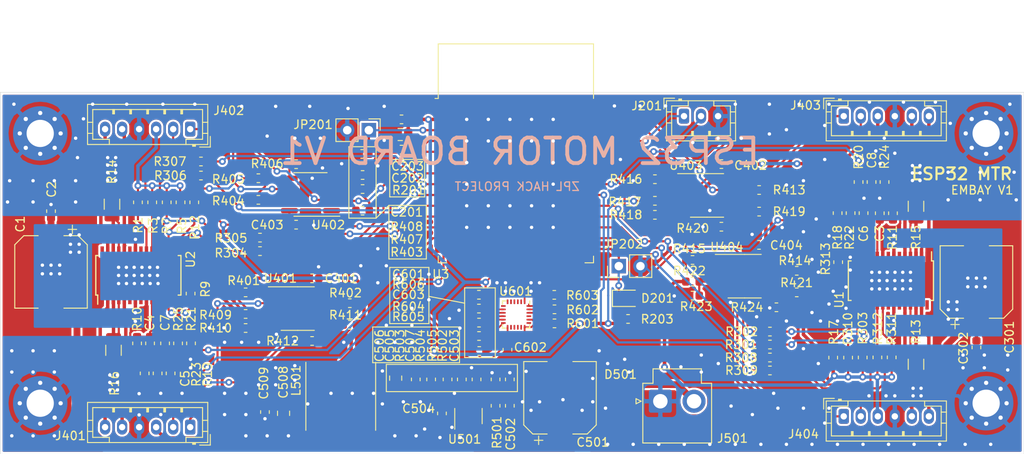
<source format=kicad_pcb>
(kicad_pcb (version 20171130) (host pcbnew "(5.1.2)-2")
  (layers (0 F.Cu signal) (31 B.Cu signal) (34 B.Paste user hide) (35 F.Paste user hide) (36 B.SilkS user) (37 F.SilkS user) (38 B.Mask user hide) (39 F.Mask user hide) (44 Edge.Cuts user))
  (net 0 "")
  (net 1 GND)
  (net 2 3V3_OUT)
  (net 3 "Net-(C201-Pad1)")
  (net 4 MOT1_ENCA)
  (net 5 MOT1_ENCB)
  (net 6 MOT2_ENCA)
  (net 7 MOT2_ENCB)
  (net 8 MOT3_ENCA)
  (net 9 MOT3_ENCB)
  (net 10 MOT4_ENCA)
  (net 11 MOT4_ENCB)
  (net 12 MOT1_VREF)
  (net 13 MOT2_VREF)
  (net 14 MOT3_VREF)
  (net 15 "Net-(U3-Pad17)")
  (net 16 "Net-(U3-Pad18)")
  (net 17 "Net-(U3-Pad19)")
  (net 18 "Net-(U3-Pad20)")
  (net 19 "Net-(U3-Pad21)")
  (net 20 "Net-(U3-Pad22)")
  (net 21 MOT4_VREF)
  (net 22 MOT4_INA)
  (net 23 MOT4_INB)
  (net 24 MOT3_INA)
  (net 25 MOT3_INB)
  (net 26 MOT2_INA)
  (net 27 "Net-(U3-Pad32)")
  (net 28 MOT2_INB)
  (net 29 "Net-(J201-Pad2)")
  (net 30 "Net-(J201-Pad1)")
  (net 31 MOT1_INA)
  (net 32 MOT1_INB)
  (net 33 "Net-(C504-Pad1)")
  (net 34 "Net-(C507-Pad1)")
  (net 35 "Net-(C504-Pad2)")
  (net 36 "Net-(C503-Pad1)")
  (net 37 24VDC)
  (net 38 "Net-(C3-Pad1)")
  (net 39 "Net-(C4-Pad1)")
  (net 40 /motor_drive/M1_VREF)
  (net 41 /motor_drive/M4_VREF)
  (net 42 /motor_drive/M2_VREF)
  (net 43 /motor_drive/M3_VREF)
  (net 44 "Net-(C507-Pad2)")
  (net 45 "Net-(D501-Pad2)")
  (net 46 "Net-(R1-Pad2)")
  (net 47 "Net-(R3-Pad2)")
  (net 48 "Net-(R304-Pad1)")
  (net 49 "Net-(R305-Pad2)")
  (net 50 "Net-(R12-Pad2)")
  (net 51 "Net-(R13-Pad1)")
  (net 52 "Net-(R14-Pad1)")
  (net 53 "Net-(R15-Pad1)")
  (net 54 "Net-(R16-Pad1)")
  (net 55 "Net-(R17-Pad2)")
  (net 56 "Net-(R301-Pad1)")
  (net 57 "Net-(R302-Pad2)")
  (net 58 "Net-(R308-Pad1)")
  (net 59 "Net-(R309-Pad2)")
  (net 60 "Net-(R313-Pad2)")
  (net 61 "Net-(U1-Pad28)")
  (net 62 MOT4B_OUT)
  (net 63 MOT4A_OUT)
  (net 64 "Net-(U1-Pad23)")
  (net 65 "Net-(U1-Pad21)")
  (net 66 "Net-(U1-Pad8)")
  (net 67 "Net-(U1-Pad6)")
  (net 68 MOT3A_OUT)
  (net 69 MOT3B_OUT)
  (net 70 "Net-(U2-Pad28)")
  (net 71 MOT2B_OUT)
  (net 72 MOT2A_OUT)
  (net 73 "Net-(U2-Pad23)")
  (net 74 "Net-(U2-Pad21)")
  (net 75 "Net-(U2-Pad8)")
  (net 76 "Net-(U2-Pad6)")
  (net 77 MOT1A_OUT)
  (net 78 MOT1B_OUT)
  (net 79 "Net-(J402-Pad2)")
  (net 80 "Net-(J402-Pad1)")
  (net 81 "Net-(J401-Pad2)")
  (net 82 "Net-(J401-Pad1)")
  (net 83 "Net-(J403-Pad2)")
  (net 84 "Net-(J403-Pad1)")
  (net 85 "Net-(J404-Pad2)")
  (net 86 "Net-(J404-Pad1)")
  (net 87 MPU_9250_INT)
  (net 88 I2C_SDA)
  (net 89 I2C_SCL)
  (net 90 "Net-(D201-Pad1)")
  (net 91 "Net-(C603-Pad2)")
  (net 92 "Net-(R601-Pad2)")
  (net 93 "Net-(R604-Pad1)")
  (net 94 "Net-(R606-Pad1)")
  (net 95 "Net-(D201-Pad2)")
  (net 96 "Net-(R9-Pad2)")
  (net 97 "Net-(R401-Pad1)")
  (net 98 "Net-(R402-Pad1)")
  (net 99 "Net-(R403-Pad1)")
  (net 100 "Net-(R404-Pad1)")
  (net 101 "Net-(R413-Pad1)")
  (net 102 "Net-(R414-Pad1)")
  (net 103 "Net-(R415-Pad1)")
  (net 104 "Net-(R416-Pad1)")
  (net 105 "Net-(U601-Pad21)")
  (net 106 "Net-(U601-Pad7)")
  (module esp32_motor:HTSSOP-28-BD62220AEFV (layer F.Cu) (at 64.8462 76.1238 90)
    (fp_text reference U2 (at 1.8738 6.1538 90) (layer F.SilkS))
    (fp_text value BD62220AEFV)
    (pad 29 smd oval (at -1.08 -4.25 90) (size 1.1 0.4) (layers F.Cu) (net 1 GND))
    (pad 28 smd rect (at 2.85 -4.225 90) (size 1.1 0.4) (layers F.Cu F.Paste F.Mask) (net 70 "Net-(U2-Pad28)"))
    (pad 27 smd rect (at 2.85 -3.575 90) (size 1.1 0.4) (layers F.Cu F.Paste F.Mask) (net 71 MOT2B_OUT))
    (pad 26 smd rect (at 2.85 -2.925 90) (size 1.1 0.4) (layers F.Cu F.Paste F.Mask) (net 52 "Net-(R14-Pad1)"))
    (pad 25 smd rect (at 2.85 -2.275 90) (size 1.1 0.4) (layers F.Cu F.Paste F.Mask) (net 52 "Net-(R14-Pad1)"))
    (pad 24 smd rect (at 2.85 -1.625 90) (size 1.1 0.4) (layers F.Cu F.Paste F.Mask) (net 72 MOT2A_OUT))
    (pad 23 smd rect (at 2.85 -0.975 90) (size 1.1 0.4) (layers F.Cu F.Paste F.Mask) (net 73 "Net-(U2-Pad23)"))
    (pad 22 smd rect (at 2.85 -0.325 90) (size 1.1 0.4) (layers F.Cu F.Paste F.Mask) (net 37 24VDC))
    (pad 21 smd rect (at 2.85 0.325 90) (size 1.1 0.4) (layers F.Cu F.Paste F.Mask) (net 74 "Net-(U2-Pad21)"))
    (pad 20 smd rect (at 2.85 0.975 90) (size 1.1 0.4) (layers F.Cu F.Paste F.Mask) (net 46 "Net-(R1-Pad2)"))
    (pad 19 smd rect (at 2.85 1.625 90) (size 1.1 0.4) (layers F.Cu F.Paste F.Mask) (net 47 "Net-(R3-Pad2)"))
    (pad 18 smd rect (at 2.85 2.275 90) (size 1.1 0.4) (layers F.Cu F.Paste F.Mask) (net 1 GND))
    (pad 17 smd rect (at 2.85 2.925 90) (size 1.1 0.4) (layers F.Cu F.Paste F.Mask) (net 49 "Net-(R305-Pad2)"))
    (pad 16 smd rect (at 2.85 3.575 90) (size 1.1 0.4) (layers F.Cu F.Paste F.Mask) (net 48 "Net-(R304-Pad1)"))
    (pad 15 smd rect (at 2.85 4.225 90) (size 1.1 0.4) (layers F.Cu F.Paste F.Mask) (net 50 "Net-(R12-Pad2)"))
    (pad 14 smd rect (at -2.85 4.225 90) (size 1.1 0.4) (layers F.Cu F.Paste F.Mask) (net 1 GND))
    (pad 13 smd rect (at -2.85 3.575 90) (size 1.1 0.4) (layers F.Cu F.Paste F.Mask) (net 96 "Net-(R9-Pad2)"))
    (pad 12 smd rect (at -2.85 2.925 90) (size 1.1 0.4) (layers F.Cu F.Paste F.Mask) (net 42 /motor_drive/M2_VREF))
    (pad 11 smd rect (at -2.85 2.275 90) (size 1.1 0.4) (layers F.Cu F.Paste F.Mask) (net 40 /motor_drive/M1_VREF))
    (pad 10 smd rect (at -2.85 1.625 90) (size 1.1 0.4) (layers F.Cu F.Paste F.Mask) (net 39 "Net-(C4-Pad1)"))
    (pad 9 smd rect (at -2.85 0.975 90) (size 1.1 0.4) (layers F.Cu F.Paste F.Mask) (net 1 GND))
    (pad 8 smd rect (at -2.85 0.325 90) (size 1.1 0.4) (layers F.Cu F.Paste F.Mask) (net 75 "Net-(U2-Pad8)"))
    (pad 7 smd rect (at -2.85 -0.325 90) (size 1.1 0.4) (layers F.Cu F.Paste F.Mask) (net 37 24VDC))
    (pad 6 smd rect (at -2.85 -0.975 90) (size 1.1 0.4) (layers F.Cu F.Paste F.Mask) (net 76 "Net-(U2-Pad6)"))
    (pad 5 smd rect (at -2.85 -1.625 90) (size 1.1 0.4) (layers F.Cu F.Paste F.Mask) (net 77 MOT1A_OUT))
    (pad 4 smd rect (at -2.85 -2.275 90) (size 1.1 0.4) (layers F.Cu F.Paste F.Mask) (net 54 "Net-(R16-Pad1)"))
    (pad 3 smd rect (at -2.85 -2.925 90) (size 1.1 0.4) (layers F.Cu F.Paste F.Mask) (net 54 "Net-(R16-Pad1)"))
    (pad 2 smd rect (at -2.85 -3.575 90) (size 1.1 0.4) (layers F.Cu F.Paste F.Mask) (net 78 MOT1B_OUT))
    (pad 1 smd rect (at -2.85 -4.225 90) (size 1.1 0.4) (layers F.Cu F.Paste F.Mask) (net 1 GND))
  )
  (module esp32_motor:HTSSOP-28-BD62220AEFV (layer F.Cu) (at 153.3 76.7536 270)
    (fp_text reference U1 (at 2.2464 6.1 90) (layer F.SilkS))
    (fp_text value BD62220AEFV)
    (pad 29 smd oval (at -1.08 -4.25 270) (size 1.1 0.4) (layers F.Cu) (net 1 GND))
    (pad 28 smd rect (at 2.85 -4.225 270) (size 1.1 0.4) (layers F.Cu F.Paste F.Mask) (net 61 "Net-(U1-Pad28)"))
    (pad 27 smd rect (at 2.85 -3.575 270) (size 1.1 0.4) (layers F.Cu F.Paste F.Mask) (net 62 MOT4B_OUT))
    (pad 26 smd rect (at 2.85 -2.925 270) (size 1.1 0.4) (layers F.Cu F.Paste F.Mask) (net 51 "Net-(R13-Pad1)"))
    (pad 25 smd rect (at 2.85 -2.275 270) (size 1.1 0.4) (layers F.Cu F.Paste F.Mask) (net 51 "Net-(R13-Pad1)"))
    (pad 24 smd rect (at 2.85 -1.625 270) (size 1.1 0.4) (layers F.Cu F.Paste F.Mask) (net 63 MOT4A_OUT))
    (pad 23 smd rect (at 2.85 -0.975 270) (size 1.1 0.4) (layers F.Cu F.Paste F.Mask) (net 64 "Net-(U1-Pad23)"))
    (pad 22 smd rect (at 2.85 -0.325 270) (size 1.1 0.4) (layers F.Cu F.Paste F.Mask) (net 37 24VDC))
    (pad 21 smd rect (at 2.85 0.325 270) (size 1.1 0.4) (layers F.Cu F.Paste F.Mask) (net 65 "Net-(U1-Pad21)"))
    (pad 20 smd rect (at 2.85 0.975 270) (size 1.1 0.4) (layers F.Cu F.Paste F.Mask) (net 59 "Net-(R309-Pad2)"))
    (pad 19 smd rect (at 2.85 1.625 270) (size 1.1 0.4) (layers F.Cu F.Paste F.Mask) (net 58 "Net-(R308-Pad1)"))
    (pad 18 smd rect (at 2.85 2.275 270) (size 1.1 0.4) (layers F.Cu F.Paste F.Mask) (net 1 GND))
    (pad 17 smd rect (at 2.85 2.925 270) (size 1.1 0.4) (layers F.Cu F.Paste F.Mask) (net 57 "Net-(R302-Pad2)"))
    (pad 16 smd rect (at 2.85 3.575 270) (size 1.1 0.4) (layers F.Cu F.Paste F.Mask) (net 56 "Net-(R301-Pad1)"))
    (pad 15 smd rect (at 2.85 4.225 270) (size 1.1 0.4) (layers F.Cu F.Paste F.Mask) (net 55 "Net-(R17-Pad2)"))
    (pad 14 smd rect (at -2.85 4.225 270) (size 1.1 0.4) (layers F.Cu F.Paste F.Mask) (net 1 GND))
    (pad 13 smd rect (at -2.85 3.575 270) (size 1.1 0.4) (layers F.Cu F.Paste F.Mask) (net 60 "Net-(R313-Pad2)"))
    (pad 12 smd rect (at -2.85 2.925 270) (size 1.1 0.4) (layers F.Cu F.Paste F.Mask) (net 41 /motor_drive/M4_VREF))
    (pad 11 smd rect (at -2.85 2.275 270) (size 1.1 0.4) (layers F.Cu F.Paste F.Mask) (net 43 /motor_drive/M3_VREF))
    (pad 10 smd rect (at -2.85 1.625 270) (size 1.1 0.4) (layers F.Cu F.Paste F.Mask) (net 38 "Net-(C3-Pad1)"))
    (pad 9 smd rect (at -2.85 0.975 270) (size 1.1 0.4) (layers F.Cu F.Paste F.Mask) (net 1 GND))
    (pad 8 smd rect (at -2.85 0.325 270) (size 1.1 0.4) (layers F.Cu F.Paste F.Mask) (net 66 "Net-(U1-Pad8)"))
    (pad 7 smd rect (at -2.85 -0.325 270) (size 1.1 0.4) (layers F.Cu F.Paste F.Mask) (net 37 24VDC))
    (pad 6 smd rect (at -2.85 -0.975 270) (size 1.1 0.4) (layers F.Cu F.Paste F.Mask) (net 67 "Net-(U1-Pad6)"))
    (pad 5 smd rect (at -2.85 -1.625 270) (size 1.1 0.4) (layers F.Cu F.Paste F.Mask) (net 68 MOT3A_OUT))
    (pad 4 smd rect (at -2.85 -2.275 270) (size 1.1 0.4) (layers F.Cu F.Paste F.Mask) (net 53 "Net-(R15-Pad1)"))
    (pad 3 smd rect (at -2.85 -2.925 270) (size 1.1 0.4) (layers F.Cu F.Paste F.Mask) (net 53 "Net-(R15-Pad1)"))
    (pad 2 smd rect (at -2.85 -3.575 270) (size 1.1 0.4) (layers F.Cu F.Paste F.Mask) (net 69 MOT3B_OUT))
    (pad 1 smd rect (at -2.85 -4.225 270) (size 1.1 0.4) (layers F.Cu F.Paste F.Mask) (net 1 GND))
  )
  (module RF_Module:ESP32-WROOM-32 (layer F.Cu) (at 109.22 64.77)
    (fp_text reference U3 (at -8.82 11.23 180) (layer F.SilkS))
    (fp_text value ESP32-WROOM-32D)
    (pad 39 smd rect (at -1 -0.755) (size 5 5) (layers F.Cu F.Paste F.Mask))
    (pad 1 smd rect (at -8.5 -8.255) (size 2 0.9) (layers F.Cu F.Paste F.Mask) (net 1 GND))
    (pad 2 smd rect (at -8.5 -6.985) (size 2 0.9) (layers F.Cu F.Paste F.Mask) (net 2 3V3_OUT))
    (pad 3 smd rect (at -8.5 -5.715) (size 2 0.9) (layers F.Cu F.Paste F.Mask) (net 3 "Net-(C201-Pad1)"))
    (pad 4 smd rect (at -8.5 -4.445) (size 2 0.9) (layers F.Cu F.Paste F.Mask) (net 7 MOT2_ENCB))
    (pad 5 smd rect (at -8.5 -3.175) (size 2 0.9) (layers F.Cu F.Paste F.Mask) (net 6 MOT2_ENCA))
    (pad 6 smd rect (at -8.5 -1.905) (size 2 0.9) (layers F.Cu F.Paste F.Mask) (net 4 MOT1_ENCA))
    (pad 7 smd rect (at -8.5 -0.635) (size 2 0.9) (layers F.Cu F.Paste F.Mask) (net 5 MOT1_ENCB))
    (pad 8 smd rect (at -8.5 0.635) (size 2 0.9) (layers F.Cu F.Paste F.Mask) (net 28 MOT2_INB))
    (pad 9 smd rect (at -8.5 1.905) (size 2 0.9) (layers F.Cu F.Paste F.Mask) (net 26 MOT2_INA))
    (pad 10 smd rect (at -8.5 3.175) (size 2 0.9) (layers F.Cu F.Paste F.Mask) (net 32 MOT1_INB))
    (pad 11 smd rect (at -8.5 4.445) (size 2 0.9) (layers F.Cu F.Paste F.Mask) (net 31 MOT1_INA))
    (pad 12 smd rect (at -8.5 5.715) (size 2 0.9) (layers F.Cu F.Paste F.Mask) (net 13 MOT2_VREF))
    (pad 13 smd rect (at -8.5 6.985) (size 2 0.9) (layers F.Cu F.Paste F.Mask) (net 87 MPU_9250_INT))
    (pad 14 smd rect (at -8.5 8.255) (size 2 0.9) (layers F.Cu F.Paste F.Mask) (net 12 MOT1_VREF))
    (pad 15 smd rect (at -5.715 9.255 90) (size 2 0.9) (layers F.Cu F.Paste F.Mask) (net 1 GND))
    (pad 16 smd rect (at -4.445 9.255 90) (size 2 0.9) (layers F.Cu F.Paste F.Mask) (net 88 I2C_SDA))
    (pad 17 smd rect (at -3.175 9.255 90) (size 2 0.9) (layers F.Cu F.Paste F.Mask) (net 15 "Net-(U3-Pad17)"))
    (pad 18 smd rect (at -1.905 9.255 90) (size 2 0.9) (layers F.Cu F.Paste F.Mask) (net 16 "Net-(U3-Pad18)"))
    (pad 19 smd rect (at -0.635 9.255 90) (size 2 0.9) (layers F.Cu F.Paste F.Mask) (net 17 "Net-(U3-Pad19)"))
    (pad 20 smd rect (at 0.635 9.255 90) (size 2 0.9) (layers F.Cu F.Paste F.Mask) (net 18 "Net-(U3-Pad20)"))
    (pad 21 smd rect (at 1.905 9.255 90) (size 2 0.9) (layers F.Cu F.Paste F.Mask) (net 19 "Net-(U3-Pad21)"))
    (pad 22 smd rect (at 3.175 9.255 90) (size 2 0.9) (layers F.Cu F.Paste F.Mask) (net 20 "Net-(U3-Pad22)"))
    (pad 23 smd rect (at 4.445 9.255 90) (size 2 0.9) (layers F.Cu F.Paste F.Mask) (net 89 I2C_SCL))
    (pad 24 smd rect (at 5.715 9.255 90) (size 2 0.9) (layers F.Cu F.Paste F.Mask) (net 21 MOT4_VREF))
    (pad 25 smd rect (at 8.5 8.255) (size 2 0.9) (layers F.Cu F.Paste F.Mask) (net 90 "Net-(D201-Pad1)"))
    (pad 26 smd rect (at 8.5 6.985) (size 2 0.9) (layers F.Cu F.Paste F.Mask) (net 22 MOT4_INA))
    (pad 27 smd rect (at 8.5 5.715) (size 2 0.9) (layers F.Cu F.Paste F.Mask) (net 24 MOT3_INA))
    (pad 28 smd rect (at 8.5 4.445) (size 2 0.9) (layers F.Cu F.Paste F.Mask) (net 10 MOT4_ENCA))
    (pad 29 smd rect (at 8.5 3.175) (size 2 0.9) (layers F.Cu F.Paste F.Mask) (net 25 MOT3_INB))
    (pad 30 smd rect (at 8.5 1.905) (size 2 0.9) (layers F.Cu F.Paste F.Mask) (net 23 MOT4_INB))
    (pad 31 smd rect (at 8.5 0.635) (size 2 0.9) (layers F.Cu F.Paste F.Mask) (net 14 MOT3_VREF))
    (pad 32 smd rect (at 8.5 -0.635) (size 2 0.9) (layers F.Cu F.Paste F.Mask) (net 27 "Net-(U3-Pad32)"))
    (pad 33 smd rect (at 8.5 -1.905) (size 2 0.9) (layers F.Cu F.Paste F.Mask) (net 11 MOT4_ENCB))
    (pad 34 smd rect (at 8.5 -3.175) (size 2 0.9) (layers F.Cu F.Paste F.Mask) (net 29 "Net-(J201-Pad2)"))
    (pad 35 smd rect (at 8.5 -4.445) (size 2 0.9) (layers F.Cu F.Paste F.Mask) (net 30 "Net-(J201-Pad1)"))
    (pad 36 smd rect (at 8.5 -5.715) (size 2 0.9) (layers F.Cu F.Paste F.Mask) (net 8 MOT3_ENCA))
    (pad 37 smd rect (at 8.5 -6.985) (size 2 0.9) (layers F.Cu F.Paste F.Mask) (net 9 MOT3_ENCB))
    (pad 38 smd rect (at 8.5 -8.255) (size 2 0.9) (layers F.Cu F.Paste F.Mask) (net 1 GND))
  )
  (module Connector_JST:JST_PH_B6B-PH-K_1x06_P2.00mm_Vertical (layer F.Cu) (at 70.96 58.928 180)
    (fp_text reference J402 (at -4.54 2.178) (layer F.SilkS))
    (fp_text value MOTOR2)
    (pad 6 thru_hole oval (at 10 0 180) (size 1.2 1.75) (drill 0.75) (layers *.Cu *.Mask) (net 71 MOT2B_OUT))
    (pad 5 thru_hole oval (at 8 0 180) (size 1.2 1.75) (drill 0.75) (layers *.Cu *.Mask) (net 72 MOT2A_OUT))
    (pad 4 thru_hole oval (at 6 0 180) (size 1.2 1.75) (drill 0.75) (layers *.Cu *.Mask) (net 1 GND))
    (pad 3 thru_hole oval (at 4 0 180) (size 1.2 1.75) (drill 0.75) (layers *.Cu *.Mask) (net 2 3V3_OUT))
    (pad 2 thru_hole oval (at 2 0 180) (size 1.2 1.75) (drill 0.75) (layers *.Cu *.Mask) (net 79 "Net-(J402-Pad2)"))
    (pad 1 thru_hole roundrect (at 0 0 180) (size 1.2 1.75) (drill 0.75) (layers *.Cu *.Mask) (roundrect_rratio 0.208333) (net 80 "Net-(J402-Pad1)"))
  )
  (module Package_SO:SOIC-8_3.9x4.9mm_P1.27mm (layer F.Cu) (at 83.5914 80.0354)
    (fp_text reference U401 (at -2.032 -3.556) (layer F.SilkS))
    (fp_text value LM393)
    (pad 8 smd roundrect (at 2.475 -1.905) (size 1.95 0.6) (layers F.Cu F.Paste F.Mask) (net 2 3V3_OUT))
    (pad 7 smd roundrect (at 2.475 -0.635) (size 1.95 0.6) (layers F.Cu F.Paste F.Mask) (net 5 MOT1_ENCB))
    (pad 6 smd roundrect (at 2.475 0.635) (size 1.95 0.6) (layers F.Cu F.Paste F.Mask) (net 81 "Net-(J401-Pad2)"))
    (pad 5 smd roundrect (at 2.475 1.905) (size 1.95 0.6) (layers F.Cu F.Paste F.Mask) (net 98 "Net-(R402-Pad1)"))
    (pad 4 smd roundrect (at -2.475 1.905) (size 1.95 0.6) (layers F.Cu F.Paste F.Mask) (net 1 GND))
    (pad 3 smd roundrect (at -2.475 0.635) (size 1.95 0.6) (layers F.Cu F.Paste F.Mask) (net 97 "Net-(R401-Pad1)"))
    (pad 2 smd roundrect (at -2.475 -0.635) (size 1.95 0.6) (layers F.Cu F.Paste F.Mask) (net 82 "Net-(J401-Pad1)"))
    (pad 1 smd roundrect (at -2.475 -1.905) (size 1.95 0.6) (layers F.Cu F.Paste F.Mask) (net 4 MOT1_ENCA))
  )
  (module Package_SO:SOIC-8_3.9x4.9mm_P1.27mm (layer F.Cu) (at 136.0932 76.2254)
    (fp_text reference U404 (at -2.0932 -3.4254) (layer F.SilkS))
    (fp_text value LM393)
    (pad 8 smd roundrect (at 2.475 -1.905) (size 1.95 0.6) (layers F.Cu F.Paste F.Mask) (net 2 3V3_OUT))
    (pad 7 smd roundrect (at 2.475 -0.635) (size 1.95 0.6) (layers F.Cu F.Paste F.Mask) (net 11 MOT4_ENCB))
    (pad 6 smd roundrect (at 2.475 0.635) (size 1.95 0.6) (layers F.Cu F.Paste F.Mask) (net 85 "Net-(J404-Pad2)"))
    (pad 5 smd roundrect (at 2.475 1.905) (size 1.95 0.6) (layers F.Cu F.Paste F.Mask) (net 102 "Net-(R414-Pad1)"))
    (pad 4 smd roundrect (at -2.475 1.905) (size 1.95 0.6) (layers F.Cu F.Paste F.Mask) (net 1 GND))
    (pad 3 smd roundrect (at -2.475 0.635) (size 1.95 0.6) (layers F.Cu F.Paste F.Mask) (net 103 "Net-(R415-Pad1)"))
    (pad 2 smd roundrect (at -2.475 -0.635) (size 1.95 0.6) (layers F.Cu F.Paste F.Mask) (net 86 "Net-(J404-Pad1)"))
    (pad 1 smd roundrect (at -2.475 -1.905) (size 1.95 0.6) (layers F.Cu F.Paste F.Mask) (net 10 MOT4_ENCA))
  )
  (module Package_SO:SOIC-8_3.9x4.9mm_P1.27mm (layer F.Cu) (at 131.6736 66.7258)
    (fp_text reference U403 (at -2.4736 -3.5258) (layer F.SilkS))
    (fp_text value LM393)
    (pad 8 smd roundrect (at 2.475 -1.905) (size 1.95 0.6) (layers F.Cu F.Paste F.Mask) (net 2 3V3_OUT))
    (pad 7 smd roundrect (at 2.475 -0.635) (size 1.95 0.6) (layers F.Cu F.Paste F.Mask) (net 9 MOT3_ENCB))
    (pad 6 smd roundrect (at 2.475 0.635) (size 1.95 0.6) (layers F.Cu F.Paste F.Mask) (net 83 "Net-(J403-Pad2)"))
    (pad 5 smd roundrect (at 2.475 1.905) (size 1.95 0.6) (layers F.Cu F.Paste F.Mask) (net 101 "Net-(R413-Pad1)"))
    (pad 4 smd roundrect (at -2.475 1.905) (size 1.95 0.6) (layers F.Cu F.Paste F.Mask) (net 1 GND))
    (pad 3 smd roundrect (at -2.475 0.635) (size 1.95 0.6) (layers F.Cu F.Paste F.Mask) (net 104 "Net-(R416-Pad1)"))
    (pad 2 smd roundrect (at -2.475 -0.635) (size 1.95 0.6) (layers F.Cu F.Paste F.Mask) (net 84 "Net-(J403-Pad1)"))
    (pad 1 smd roundrect (at -2.475 -1.905) (size 1.95 0.6) (layers F.Cu F.Paste F.Mask) (net 8 MOT3_ENCA))
  )
  (module Package_SO:SOIC-8_3.9x4.9mm_P1.27mm (layer F.Cu) (at 85.09 66.6115 180)
    (fp_text reference U402 (at -2.11 -3.5885) (layer F.SilkS))
    (fp_text value LM393)
    (pad 8 smd roundrect (at 2.475 -1.905 180) (size 1.95 0.6) (layers F.Cu F.Paste F.Mask) (net 2 3V3_OUT))
    (pad 7 smd roundrect (at 2.475 -0.635 180) (size 1.95 0.6) (layers F.Cu F.Paste F.Mask) (net 7 MOT2_ENCB))
    (pad 6 smd roundrect (at 2.475 0.635 180) (size 1.95 0.6) (layers F.Cu F.Paste F.Mask) (net 79 "Net-(J402-Pad2)"))
    (pad 5 smd roundrect (at 2.475 1.905 180) (size 1.95 0.6) (layers F.Cu F.Paste F.Mask) (net 100 "Net-(R404-Pad1)"))
    (pad 4 smd roundrect (at -2.475 1.905 180) (size 1.95 0.6) (layers F.Cu F.Paste F.Mask) (net 1 GND))
    (pad 3 smd roundrect (at -2.475 0.635 180) (size 1.95 0.6) (layers F.Cu F.Paste F.Mask) (net 99 "Net-(R403-Pad1)"))
    (pad 2 smd roundrect (at -2.475 -0.635 180) (size 1.95 0.6) (layers F.Cu F.Paste F.Mask) (net 80 "Net-(J402-Pad1)"))
    (pad 1 smd roundrect (at -2.475 -1.905 180) (size 1.95 0.6) (layers F.Cu F.Paste F.Mask) (net 6 MOT2_ENCA))
  )
  (module Resistor_SMD:R_0603_1608Metric (layer F.Cu) (at 139.82741 79.883)
    (fp_text reference R424 (at -3.4655 0) (layer F.SilkS))
    (fp_text value 10K)
    (pad 2 smd roundrect (at 0.7875 0) (size 0.875 0.95) (layers F.Cu F.Paste F.Mask) (net 102 "Net-(R414-Pad1)"))
    (pad 1 smd roundrect (at -0.7875 0) (size 0.875 0.95) (layers F.Cu F.Paste F.Mask) (net 1 GND))
  )
  (module Resistor_SMD:R_0603_1608Metric (layer F.Cu) (at 129.9717 78.5114)
    (fp_text reference R423 (at 0.4283 1.2886) (layer F.SilkS))
    (fp_text value 10K)
    (pad 2 smd roundrect (at 0.7875 0) (size 0.875 0.95) (layers F.Cu F.Paste F.Mask) (net 103 "Net-(R415-Pad1)"))
    (pad 1 smd roundrect (at -0.7875 0) (size 0.875 0.95) (layers F.Cu F.Paste F.Mask) (net 1 GND))
  )
  (module Resistor_SMD:R_0603_1608Metric (layer F.Cu) (at 129.9717 76.8604)
    (fp_text reference R422 (at -0.3717 -1.2604) (layer F.SilkS))
    (fp_text value 10K)
    (pad 2 smd roundrect (at 0.7875 0) (size 0.875 0.95) (layers F.Cu F.Paste F.Mask) (net 103 "Net-(R415-Pad1)"))
    (pad 1 smd roundrect (at -0.7875 0) (size 0.875 0.95) (layers F.Cu F.Paste F.Mask) (net 2 3V3_OUT))
  )
  (module Resistor_SMD:R_0603_1608Metric (layer F.Cu) (at 142.2147 78.1304 180)
    (fp_text reference R421 (at 0.0147 1.1304) (layer F.SilkS))
    (fp_text value 10K)
    (pad 2 smd roundrect (at 0.7875 0 180) (size 0.875 0.95) (layers F.Cu F.Paste F.Mask) (net 102 "Net-(R414-Pad1)"))
    (pad 1 smd roundrect (at -0.7875 0 180) (size 0.875 0.95) (layers F.Cu F.Paste F.Mask) (net 2 3V3_OUT))
  )
  (module Resistor_SMD:R_0603_1608Metric (layer F.Cu) (at 133.3611 70.4088)
    (fp_text reference R420 (at -3.3611 0.1912) (layer F.SilkS))
    (fp_text value 10K)
    (pad 2 smd roundrect (at 0.7875 0) (size 0.875 0.95) (layers F.Cu F.Paste F.Mask) (net 101 "Net-(R413-Pad1)"))
    (pad 1 smd roundrect (at -0.7875 0) (size 0.875 0.95) (layers F.Cu F.Paste F.Mask) (net 1 GND))
  )
  (module Resistor_SMD:R_0603_1608Metric (layer F.Cu) (at 137.7951 68.6308 180)
    (fp_text reference R419 (at -3.5305 0) (layer F.SilkS))
    (fp_text value 10K)
    (pad 2 smd roundrect (at 0.7875 0 180) (size 0.875 0.95) (layers F.Cu F.Paste F.Mask) (net 101 "Net-(R413-Pad1)"))
    (pad 1 smd roundrect (at -0.7875 0 180) (size 0.875 0.95) (layers F.Cu F.Paste F.Mask) (net 2 3V3_OUT))
  )
  (module Resistor_SMD:R_0603_1608Metric (layer F.Cu) (at 125.5521 69.0118)
    (fp_text reference R418 (at -3.4035 0) (layer F.SilkS))
    (fp_text value 10K)
    (pad 2 smd roundrect (at 0.7875 0) (size 0.875 0.95) (layers F.Cu F.Paste F.Mask) (net 104 "Net-(R416-Pad1)"))
    (pad 1 smd roundrect (at -0.7875 0) (size 0.875 0.95) (layers F.Cu F.Paste F.Mask) (net 1 GND))
  )
  (module Resistor_SMD:R_0603_1608Metric (layer F.Cu) (at 125.5521 67.3608)
    (fp_text reference R417 (at -3.5305 0.127) (layer F.SilkS))
    (fp_text value 10K)
    (pad 2 smd roundrect (at 0.7875 0) (size 0.875 0.95) (layers F.Cu F.Paste F.Mask) (net 104 "Net-(R416-Pad1)"))
    (pad 1 smd roundrect (at -0.7875 0) (size 0.875 0.95) (layers F.Cu F.Paste F.Mask) (net 2 3V3_OUT))
  )
  (module Resistor_SMD:R_0603_1608Metric (layer F.Cu) (at 125.5521 64.8208)
    (fp_text reference R416 (at -3.4035 0) (layer F.SilkS))
    (fp_text value 50K)
    (pad 2 smd roundrect (at 0.7875 0) (size 0.875 0.95) (layers F.Cu F.Paste F.Mask) (net 8 MOT3_ENCA))
    (pad 1 smd roundrect (at -0.7875 0) (size 0.875 0.95) (layers F.Cu F.Paste F.Mask) (net 104 "Net-(R416-Pad1)"))
  )
  (module Resistor_SMD:R_0603_1608Metric (layer F.Cu) (at 129.9717 74.3204)
    (fp_text reference R415 (at -0.3717 -1.3204) (layer F.SilkS))
    (fp_text value 50K)
    (pad 2 smd roundrect (at 0.7875 0) (size 0.875 0.95) (layers F.Cu F.Paste F.Mask) (net 10 MOT4_ENCA))
    (pad 1 smd roundrect (at -0.7875 0) (size 0.875 0.95) (layers F.Cu F.Paste F.Mask) (net 103 "Net-(R415-Pad1)"))
  )
  (module Resistor_SMD:R_0603_1608Metric (layer F.Cu) (at 142.2147 75.5904 180)
    (fp_text reference R414 (at 0.2147 1.1904) (layer F.SilkS))
    (fp_text value 50K)
    (pad 2 smd roundrect (at 0.7875 0 180) (size 0.875 0.95) (layers F.Cu F.Paste F.Mask) (net 11 MOT4_ENCB))
    (pad 1 smd roundrect (at -0.7875 0 180) (size 0.875 0.95) (layers F.Cu F.Paste F.Mask) (net 102 "Net-(R414-Pad1)"))
  )
  (module Resistor_SMD:R_0603_1608Metric (layer F.Cu) (at 137.7951 66.0908 180)
    (fp_text reference R413 (at -3.5305 0) (layer F.SilkS))
    (fp_text value 50K)
    (pad 2 smd roundrect (at 0.7875 0 180) (size 0.875 0.95) (layers F.Cu F.Paste F.Mask) (net 9 MOT3_ENCB))
    (pad 1 smd roundrect (at -0.7875 0 180) (size 0.875 0.95) (layers F.Cu F.Paste F.Mask) (net 101 "Net-(R413-Pad1)"))
  )
  (module Resistor_SMD:R_0603_1608Metric (layer F.Cu) (at 122.3979 81.2546)
    (fp_text reference R203 (at 3.421 0.0254) (layer F.SilkS))
    (fp_text value 220R)
    (pad 2 smd roundrect (at 0.7875 0) (size 0.875 0.95) (layers F.Cu F.Paste F.Mask) (net 95 "Net-(D201-Pad2)"))
    (pad 1 smd roundrect (at -0.7875 0) (size 0.875 0.95) (layers F.Cu F.Paste F.Mask) (net 2 3V3_OUT))
  )
  (module Inductor_SMD:L_Taiyo-Yuden_NR-80xx (layer F.Cu) (at 88.646 90.3518 90)
    (fp_text reference L501 (at 1.8518 -5.246 90) (layer F.SilkS))
    (fp_text value 10uH)
    (pad 2 smd rect (at 2.8 0 90) (size 1.8 7.7) (layers F.Cu F.Paste F.Mask) (net 2 3V3_OUT))
    (pad 1 smd rect (at -2.8 0 90) (size 1.8 7.7) (layers F.Cu F.Paste F.Mask) (net 33 "Net-(C504-Pad1)"))
  )
  (module Connector_JST:JST_VH_B2P-VH-B_1x02_P3.96mm_Vertical (layer F.Cu) (at 126.1896 90.932)
    (fp_text reference J501 (at 8.4812 4.3688) (layer F.SilkS))
    (fp_text value 24V_IN)
    (pad 2 thru_hole circle (at 3.96 0) (size 2.7 2.7) (drill 1.7) (layers *.Cu *.Mask) (net 45 "Net-(D501-Pad2)"))
    (pad 1 thru_hole roundrect (at 0 0) (size 2.7 2.7) (drill 1.7) (layers *.Cu *.Mask) (roundrect_rratio 0.09259299999999999) (net 1 GND))
  )
  (module Connector_JST:JST_PH_B6B-PH-K_1x06_P2.00mm_Vertical (layer F.Cu) (at 147.734 92.71)
    (fp_text reference J404 (at -4.734 2.09) (layer F.SilkS))
    (fp_text value MOTOR4)
    (pad 6 thru_hole oval (at 10 0) (size 1.2 1.75) (drill 0.75) (layers *.Cu *.Mask) (net 62 MOT4B_OUT))
    (pad 5 thru_hole oval (at 8 0) (size 1.2 1.75) (drill 0.75) (layers *.Cu *.Mask) (net 63 MOT4A_OUT))
    (pad 4 thru_hole oval (at 6 0) (size 1.2 1.75) (drill 0.75) (layers *.Cu *.Mask) (net 1 GND))
    (pad 3 thru_hole oval (at 4 0) (size 1.2 1.75) (drill 0.75) (layers *.Cu *.Mask) (net 2 3V3_OUT))
    (pad 2 thru_hole oval (at 2 0) (size 1.2 1.75) (drill 0.75) (layers *.Cu *.Mask) (net 85 "Net-(J404-Pad2)"))
    (pad 1 thru_hole roundrect (at 0 0) (size 1.2 1.75) (drill 0.75) (layers *.Cu *.Mask) (roundrect_rratio 0.208333) (net 86 "Net-(J404-Pad1)"))
  )
  (module Connector_JST:JST_PH_B6B-PH-K_1x06_P2.00mm_Vertical (layer F.Cu) (at 147.734 57.404)
    (fp_text reference J403 (at -4.478 -1.27) (layer F.SilkS))
    (fp_text value MOTOR3)
    (pad 6 thru_hole oval (at 10 0) (size 1.2 1.75) (drill 0.75) (layers *.Cu *.Mask) (net 69 MOT3B_OUT))
    (pad 5 thru_hole oval (at 8 0) (size 1.2 1.75) (drill 0.75) (layers *.Cu *.Mask) (net 68 MOT3A_OUT))
    (pad 4 thru_hole oval (at 6 0) (size 1.2 1.75) (drill 0.75) (layers *.Cu *.Mask) (net 1 GND))
    (pad 3 thru_hole oval (at 4 0) (size 1.2 1.75) (drill 0.75) (layers *.Cu *.Mask) (net 2 3V3_OUT))
    (pad 2 thru_hole oval (at 2 0) (size 1.2 1.75) (drill 0.75) (layers *.Cu *.Mask) (net 83 "Net-(J403-Pad2)"))
    (pad 1 thru_hole roundrect (at 0 0) (size 1.2 1.75) (drill 0.75) (layers *.Cu *.Mask) (roundrect_rratio 0.208333) (net 84 "Net-(J403-Pad1)"))
  )
  (module Connector_JST:JST_PH_B6B-PH-K_1x06_P2.00mm_Vertical (layer F.Cu) (at 70.96 93.98 180)
    (fp_text reference J401 (at 14.064 -1.016) (layer F.SilkS))
    (fp_text value MOTOR1)
    (pad 6 thru_hole oval (at 10 0 180) (size 1.2 1.75) (drill 0.75) (layers *.Cu *.Mask) (net 78 MOT1B_OUT))
    (pad 5 thru_hole oval (at 8 0 180) (size 1.2 1.75) (drill 0.75) (layers *.Cu *.Mask) (net 77 MOT1A_OUT))
    (pad 4 thru_hole oval (at 6 0 180) (size 1.2 1.75) (drill 0.75) (layers *.Cu *.Mask) (net 1 GND))
    (pad 3 thru_hole oval (at 4 0 180) (size 1.2 1.75) (drill 0.75) (layers *.Cu *.Mask) (net 2 3V3_OUT))
    (pad 2 thru_hole oval (at 2 0 180) (size 1.2 1.75) (drill 0.75) (layers *.Cu *.Mask) (net 81 "Net-(J401-Pad2)"))
    (pad 1 thru_hole roundrect (at 0 0 180) (size 1.2 1.75) (drill 0.75) (layers *.Cu *.Mask) (roundrect_rratio 0.208333) (net 82 "Net-(J401-Pad1)"))
  )
  (module Connector_JST:JST_PH_B3B-PH-K_1x03_P2.00mm_Vertical (layer F.Cu) (at 128.969 57.404)
    (fp_text reference J201 (at -4.369 -1.204) (layer F.SilkS))
    (fp_text value Program)
    (pad 3 thru_hole oval (at 4 0) (size 1.2 1.75) (drill 0.75) (layers *.Cu *.Mask) (net 1 GND))
    (pad 2 thru_hole oval (at 2 0) (size 1.2 1.75) (drill 0.75) (layers *.Cu *.Mask) (net 29 "Net-(J201-Pad2)"))
    (pad 1 thru_hole roundrect (at 0 0) (size 1.2 1.75) (drill 0.75) (layers *.Cu *.Mask) (roundrect_rratio 0.208333) (net 30 "Net-(J201-Pad1)"))
  )
  (module esp32_motor:SOD-128 (layer F.Cu) (at 121.412 91.57716 270)
    (fp_text reference D501 (at -3.79476 -0.1016 180) (layer F.SilkS))
    (fp_text value SK14)
    (pad 1 smd rect (at 2.19964 0 270) (size 1.39954 2.19964) (layers F.Cu F.Paste F.Mask) (net 37 24VDC))
    (pad 2 smd rect (at -2.19964 0 270) (size 1.39954 2.19964) (layers F.Cu F.Paste F.Mask) (net 45 "Net-(D501-Pad2)"))
  )
  (module LED_SMD:LED_0805_2012Metric (layer F.Cu) (at 122.2479 78.8289)
    (fp_text reference D201 (at 3.6091 0) (layer F.SilkS))
    (fp_text value LED)
    (pad 2 smd roundrect (at 0.9375 0) (size 0.975 1.4) (layers F.Cu F.Paste F.Mask) (net 95 "Net-(D201-Pad2)"))
    (pad 1 smd roundrect (at -0.9375 0) (size 0.975 1.4) (layers F.Cu F.Paste F.Mask) (net 90 "Net-(D201-Pad1)"))
  )
  (module Capacitor_SMD:C_0805_2012Metric (layer F.Cu) (at 81.9277 92.3521 90)
    (fp_text reference C508 (at 3.6521 -0.0277 90) (layer F.SilkS))
    (fp_text value 22uF)
    (pad 2 smd roundrect (at 0.9375 0 90) (size 0.975 1.4) (layers F.Cu F.Paste F.Mask) (net 2 3V3_OUT))
    (pad 1 smd roundrect (at -0.9375 0 90) (size 0.975 1.4) (layers F.Cu F.Paste F.Mask) (net 1 GND))
  )
  (module Capacitor_SMD:C_0805_2012Metric (layer F.Cu) (at 95.0976 88.2165 270)
    (fp_text reference C506 (at -3.8165 1.8976 90) (layer F.SilkS))
    (fp_text value 22uF)
    (pad 2 smd roundrect (at 0.9375 0 270) (size 0.975 1.4) (layers F.Cu F.Paste F.Mask) (net 2 3V3_OUT))
    (pad 1 smd roundrect (at -0.9375 0 270) (size 0.975 1.4) (layers F.Cu F.Paste F.Mask) (net 1 GND))
  )
  (module Capacitor_SMD:CP_Elec_8x10 (layer F.Cu) (at 114.4016 90.5268 90)
    (fp_text reference C501 (at -5.2312 3.8608 180) (layer F.SilkS))
    (fp_text value 100uF)
    (pad 2 smd roundrect (at 3.25 0 90) (size 3.5 2.5) (layers F.Cu F.Paste F.Mask) (roundrect_rratio 0.1) (net 1 GND))
    (pad 1 smd roundrect (at -3.25 0 90) (size 3.5 2.5) (layers F.Cu F.Paste F.Mask) (roundrect_rratio 0.1) (net 37 24VDC))
  )
  (module Capacitor_SMD:C_0603_1608Metric (layer F.Cu) (at 137.7807 72.5424 180)
    (fp_text reference C404 (at -3.2193 -0.0576) (layer F.SilkS))
    (fp_text value 0.1uF)
    (pad 2 smd roundrect (at 0.7875 0 180) (size 0.875 0.95) (layers F.Cu F.Paste F.Mask) (net 1 GND))
    (pad 1 smd roundrect (at -0.7875 0 180) (size 0.875 0.95) (layers F.Cu F.Paste F.Mask) (net 2 3V3_OUT))
  )
  (module Capacitor_SMD:C_0603_1608Metric (layer F.Cu) (at 83.4025 70.1675)
    (fp_text reference C403 (at -3.4025 0.0325) (layer F.SilkS))
    (fp_text value 0.1uF)
    (pad 2 smd roundrect (at 0.7875 0) (size 0.875 0.95) (layers F.Cu F.Paste F.Mask) (net 1 GND))
    (pad 1 smd roundrect (at -0.7875 0) (size 0.875 0.95) (layers F.Cu F.Paste F.Mask) (net 2 3V3_OUT))
  )
  (module Capacitor_SMD:CP_Elec_8x10 (layer F.Cu) (at 163.322 76.91 90)
    (fp_text reference C301 (at -6.49 3.878 90) (layer F.SilkS))
    (fp_text value 100uF)
    (pad 2 smd roundrect (at 3.25 0 90) (size 3.5 2.5) (layers F.Cu F.Paste F.Mask) (roundrect_rratio 0.1) (net 1 GND))
    (pad 1 smd roundrect (at -3.25 0 90) (size 3.5 2.5) (layers F.Cu F.Paste F.Mask) (roundrect_rratio 0.1) (net 37 24VDC))
  )
  (module Capacitor_SMD:C_0805_2012Metric (layer F.Cu) (at 95.6335 59.563 180)
    (fp_text reference C202 (at -0.8665 -5.137) (layer F.SilkS))
    (fp_text value 22uF)
    (pad 2 smd roundrect (at 0.9375 0 180) (size 0.975 1.4) (layers F.Cu F.Paste F.Mask) (net 1 GND))
    (pad 1 smd roundrect (at -0.9375 0 180) (size 0.975 1.4) (layers F.Cu F.Paste F.Mask) (net 2 3V3_OUT))
  )
  (module Capacitor_SMD:CP_Elec_8x10 (layer F.Cu) (at 54.61 75.7238 270)
    (fp_text reference C1 (at -5.6238 3.61 90) (layer F.SilkS))
    (fp_text value 100uF)
    (pad 2 smd roundrect (at 3.25 0 270) (size 3.5 2.5) (layers F.Cu F.Paste F.Mask) (roundrect_rratio 0.1) (net 1 GND))
    (pad 1 smd roundrect (at -3.25 0 270) (size 3.5 2.5) (layers F.Cu F.Paste F.Mask) (roundrect_rratio 0.1) (net 37 24VDC))
  )
  (module MountingHole:MountingHole_3.2mm_M3_Pad_Via (layer F.Cu) (at 164.465 59.436)
    (fp_text reference H704)
    (fp_text value MountingHole_Pad)
    (pad 1 thru_hole circle (at 1.697056 -1.697056) (size 0.8 0.8) (drill 0.5) (layers *.Cu *.Mask) (net 1 GND))
    (pad 1 thru_hole circle (at 0 -2.4) (size 0.8 0.8) (drill 0.5) (layers *.Cu *.Mask) (net 1 GND))
    (pad 1 thru_hole circle (at -1.697056 -1.697056) (size 0.8 0.8) (drill 0.5) (layers *.Cu *.Mask) (net 1 GND))
    (pad 1 thru_hole circle (at -2.4 0) (size 0.8 0.8) (drill 0.5) (layers *.Cu *.Mask) (net 1 GND))
    (pad 1 thru_hole circle (at -1.697056 1.697056) (size 0.8 0.8) (drill 0.5) (layers *.Cu *.Mask) (net 1 GND))
    (pad 1 thru_hole circle (at 0 2.4) (size 0.8 0.8) (drill 0.5) (layers *.Cu *.Mask) (net 1 GND))
    (pad 1 thru_hole circle (at 1.697056 1.697056) (size 0.8 0.8) (drill 0.5) (layers *.Cu *.Mask) (net 1 GND))
    (pad 1 thru_hole circle (at 2.4 0) (size 0.8 0.8) (drill 0.5) (layers *.Cu *.Mask) (net 1 GND))
    (pad 1 thru_hole circle (at 0 0) (size 6.4 6.4) (drill 3.2) (layers *.Cu *.Mask) (net 1 GND))
  )
  (module MountingHole:MountingHole_3.2mm_M3_Pad_Via (layer F.Cu) (at 164.465 91.168556)
    (fp_text reference H703)
    (fp_text value MountingHole_Pad)
    (pad 1 thru_hole circle (at 1.697056 -1.697056) (size 0.8 0.8) (drill 0.5) (layers *.Cu *.Mask) (net 1 GND))
    (pad 1 thru_hole circle (at 0 -2.4) (size 0.8 0.8) (drill 0.5) (layers *.Cu *.Mask) (net 1 GND))
    (pad 1 thru_hole circle (at -1.697056 -1.697056) (size 0.8 0.8) (drill 0.5) (layers *.Cu *.Mask) (net 1 GND))
    (pad 1 thru_hole circle (at -2.4 0) (size 0.8 0.8) (drill 0.5) (layers *.Cu *.Mask) (net 1 GND))
    (pad 1 thru_hole circle (at -1.697056 1.697056) (size 0.8 0.8) (drill 0.5) (layers *.Cu *.Mask) (net 1 GND))
    (pad 1 thru_hole circle (at 0 2.4) (size 0.8 0.8) (drill 0.5) (layers *.Cu *.Mask) (net 1 GND))
    (pad 1 thru_hole circle (at 1.697056 1.697056) (size 0.8 0.8) (drill 0.5) (layers *.Cu *.Mask) (net 1 GND))
    (pad 1 thru_hole circle (at 2.4 0) (size 0.8 0.8) (drill 0.5) (layers *.Cu *.Mask) (net 1 GND))
    (pad 1 thru_hole circle (at 0 0) (size 6.4 6.4) (drill 3.2) (layers *.Cu *.Mask) (net 1 GND))
  )
  (module MountingHole:MountingHole_3.2mm_M3_Pad_Via (layer F.Cu) (at 53.34 91.168556)
    (fp_text reference H702)
    (fp_text value MountingHole_Pad)
    (pad 1 thru_hole circle (at 1.697056 -1.697056) (size 0.8 0.8) (drill 0.5) (layers *.Cu *.Mask) (net 1 GND))
    (pad 1 thru_hole circle (at 0 -2.4) (size 0.8 0.8) (drill 0.5) (layers *.Cu *.Mask) (net 1 GND))
    (pad 1 thru_hole circle (at -1.697056 -1.697056) (size 0.8 0.8) (drill 0.5) (layers *.Cu *.Mask) (net 1 GND))
    (pad 1 thru_hole circle (at -2.4 0) (size 0.8 0.8) (drill 0.5) (layers *.Cu *.Mask) (net 1 GND))
    (pad 1 thru_hole circle (at -1.697056 1.697056) (size 0.8 0.8) (drill 0.5) (layers *.Cu *.Mask) (net 1 GND))
    (pad 1 thru_hole circle (at 0 2.4) (size 0.8 0.8) (drill 0.5) (layers *.Cu *.Mask) (net 1 GND))
    (pad 1 thru_hole circle (at 1.697056 1.697056) (size 0.8 0.8) (drill 0.5) (layers *.Cu *.Mask) (net 1 GND))
    (pad 1 thru_hole circle (at 2.4 0) (size 0.8 0.8) (drill 0.5) (layers *.Cu *.Mask) (net 1 GND))
    (pad 1 thru_hole circle (at 0 0) (size 6.4 6.4) (drill 3.2) (layers *.Cu *.Mask) (net 1 GND))
  )
  (module MountingHole:MountingHole_3.2mm_M3_Pad_Via (layer F.Cu) (at 53.34 59.436)
    (fp_text reference H701 hide)
    (fp_text value MountingHole_Pad hide)
    (pad 1 thru_hole circle (at 1.697056 -1.697056) (size 0.8 0.8) (drill 0.5) (layers *.Cu *.Mask) (net 1 GND))
    (pad 1 thru_hole circle (at 0 -2.4) (size 0.8 0.8) (drill 0.5) (layers *.Cu *.Mask) (net 1 GND))
    (pad 1 thru_hole circle (at -1.697056 -1.697056) (size 0.8 0.8) (drill 0.5) (layers *.Cu *.Mask) (net 1 GND))
    (pad 1 thru_hole circle (at -2.4 0) (size 0.8 0.8) (drill 0.5) (layers *.Cu *.Mask) (net 1 GND))
    (pad 1 thru_hole circle (at -1.697056 1.697056) (size 0.8 0.8) (drill 0.5) (layers *.Cu *.Mask) (net 1 GND))
    (pad 1 thru_hole circle (at 0 2.4) (size 0.8 0.8) (drill 0.5) (layers *.Cu *.Mask) (net 1 GND))
    (pad 1 thru_hole circle (at 1.697056 1.697056) (size 0.8 0.8) (drill 0.5) (layers *.Cu *.Mask) (net 1 GND))
    (pad 1 thru_hole circle (at 2.4 0) (size 0.8 0.8) (drill 0.5) (layers *.Cu *.Mask) (net 1 GND))
    (pad 1 thru_hole circle (at 0 0) (size 6.4 6.4) (drill 3.2) (layers *.Cu *.Mask) (net 1 GND))
  )
  (module Capacitor_SMD:C_0603_1608Metric (layer F.Cu) (at 85.2789 76.4794 180)
    (fp_text reference C401 (at -3.4211 -0.0206) (layer F.SilkS))
    (fp_text value 0.1uF)
    (pad 2 smd roundrect (at 0.7875 0 180) (size 0.875 0.95) (layers F.Cu F.Paste F.Mask) (net 1 GND))
    (pad 1 smd roundrect (at -0.7875 0 180) (size 0.875 0.95) (layers F.Cu F.Paste F.Mask) (net 2 3V3_OUT))
  )
  (module Resistor_SMD:R_0603_1608Metric (layer F.Cu) (at 89.7129 79.4004 180)
    (fp_text reference R402 (at 0.5129 1.2004) (layer F.SilkS))
    (fp_text value 50K)
    (pad 2 smd roundrect (at 0.7875 0 180) (size 0.875 0.95) (layers F.Cu F.Paste F.Mask) (net 5 MOT1_ENCB))
    (pad 1 smd roundrect (at -0.7875 0 180) (size 0.875 0.95) (layers F.Cu F.Paste F.Mask) (net 98 "Net-(R402-Pad1)"))
  )
  (module Resistor_SMD:R_0603_1608Metric (layer F.Cu) (at 77.4699 78.1304)
    (fp_text reference R401 (at -0.2199 -1.3804) (layer F.SilkS))
    (fp_text value 50K)
    (pad 2 smd roundrect (at 0.7875 0) (size 0.875 0.95) (layers F.Cu F.Paste F.Mask) (net 4 MOT1_ENCA))
    (pad 1 smd roundrect (at -0.7875 0) (size 0.875 0.95) (layers F.Cu F.Paste F.Mask) (net 97 "Net-(R401-Pad1)"))
  )
  (module Sensor_Motion:InvenSense_QFN-24_3x3mm_P0.4mm (layer F.Cu) (at 109.2454 80.7339 270)
    (fp_text reference U601 (at -2.7339 0.0454 180) (layer F.SilkS))
    (fp_text value MPU-9250 hide)
    (pad 24 smd roundrect (at -1 -1.5) (size 0.55 0.2) (layers F.Cu F.Paste F.Mask) (net 88 I2C_SDA))
    (pad 23 smd roundrect (at -0.6 -1.5) (size 0.55 0.2) (layers F.Cu F.Paste F.Mask) (net 89 I2C_SCL))
    (pad 22 smd roundrect (at -0.2 -1.5) (size 0.55 0.2) (layers F.Cu F.Paste F.Mask) (net 92 "Net-(R601-Pad2)"))
    (pad 21 smd roundrect (at 0.2 -1.5) (size 0.55 0.2) (layers F.Cu F.Paste F.Mask) (net 105 "Net-(U601-Pad21)"))
    (pad 20 smd roundrect (at 0.6 -1.5) (size 0.55 0.2) (layers F.Cu F.Paste F.Mask) (net 1 GND))
    (pad 19 smd roundrect (at 1 -1.5) (size 0.55 0.2) (layers F.Cu F.Paste F.Mask))
    (pad 18 smd roundrect (at 1.5 -1 270) (size 0.55 0.2) (layers F.Cu F.Paste F.Mask) (net 1 GND))
    (pad 17 smd roundrect (at 1.5 -0.6 270) (size 0.55 0.2) (layers F.Cu F.Paste F.Mask))
    (pad 16 smd roundrect (at 1.5 -0.2 270) (size 0.55 0.2) (layers F.Cu F.Paste F.Mask))
    (pad 15 smd roundrect (at 1.5 0.2 270) (size 0.55 0.2) (layers F.Cu F.Paste F.Mask))
    (pad 14 smd roundrect (at 1.5 0.6 270) (size 0.55 0.2) (layers F.Cu F.Paste F.Mask))
    (pad 13 smd roundrect (at 1.5 1 270) (size 0.55 0.2) (layers F.Cu F.Paste F.Mask) (net 2 3V3_OUT))
    (pad 12 smd roundrect (at 1 1.5) (size 0.55 0.2) (layers F.Cu F.Paste F.Mask) (net 87 MPU_9250_INT))
    (pad 11 smd roundrect (at 0.6 1.5) (size 0.55 0.2) (layers F.Cu F.Paste F.Mask) (net 93 "Net-(R604-Pad1)"))
    (pad 10 smd roundrect (at 0.2 1.5) (size 0.55 0.2) (layers F.Cu F.Paste F.Mask) (net 91 "Net-(C603-Pad2)"))
    (pad 9 smd roundrect (at -0.2 1.5) (size 0.55 0.2) (layers F.Cu F.Paste F.Mask) (net 94 "Net-(R606-Pad1)"))
    (pad 8 smd roundrect (at -0.6 1.5) (size 0.55 0.2) (layers F.Cu F.Paste F.Mask) (net 2 3V3_OUT))
    (pad 7 smd roundrect (at -1 1.5) (size 0.55 0.2) (layers F.Cu F.Paste F.Mask) (net 106 "Net-(U601-Pad7)"))
    (pad 6 smd roundrect (at -1.5 1 270) (size 0.55 0.2) (layers F.Cu F.Paste F.Mask))
    (pad 5 smd roundrect (at -1.5 0.6 270) (size 0.55 0.2) (layers F.Cu F.Paste F.Mask))
    (pad 4 smd roundrect (at -1.5 0.2 270) (size 0.55 0.2) (layers F.Cu F.Paste F.Mask))
    (pad 3 smd roundrect (at -1.5 -0.2 270) (size 0.55 0.2) (layers F.Cu F.Paste F.Mask))
    (pad 2 smd roundrect (at -1.5 -0.6 270) (size 0.55 0.2) (layers F.Cu F.Paste F.Mask))
    (pad 1 smd roundrect (at -1.5 -1 270) (size 0.55 0.2) (layers F.Cu F.Paste F.Mask) (net 2 3V3_OUT))
  )
  (module Resistor_SMD:R_0603_1608Metric (layer F.Cu) (at 104.8765 80.0354 180)
    (fp_text reference R606 (at 8.2765 2.8354) (layer F.SilkS))
    (fp_text value 10K hide)
    (pad 2 smd roundrect (at 0.7875 0 180) (size 0.875 0.95) (layers F.Cu F.Paste F.Mask) (net 1 GND))
    (pad 1 smd roundrect (at -0.7875 0 180) (size 0.875 0.95) (layers F.Cu F.Paste F.Mask) (net 94 "Net-(R606-Pad1)"))
  )
  (module Resistor_SMD:R_0603_1608Metric (layer F.Cu) (at 104.9147 85.0265)
    (fp_text reference R605 (at -8.3147 -4.0265) (layer F.SilkS))
    (fp_text value 10K hide)
    (pad 2 smd roundrect (at 0.7875 0) (size 0.875 0.95) (layers F.Cu F.Paste F.Mask) (net 87 MPU_9250_INT))
    (pad 1 smd roundrect (at -0.7875 0) (size 0.875 0.95) (layers F.Cu F.Paste F.Mask) (net 2 3V3_OUT))
  )
  (module Resistor_SMD:R_0603_1608Metric (layer F.Cu) (at 104.8894 83.2612 180)
    (fp_text reference R604 (at 8.2894 3.4612) (layer F.SilkS))
    (fp_text value 10K hide)
    (pad 2 smd roundrect (at 0.7875 0 180) (size 0.875 0.95) (layers F.Cu F.Paste F.Mask) (net 1 GND))
    (pad 1 smd roundrect (at -0.7875 0 180) (size 0.875 0.95) (layers F.Cu F.Paste F.Mask) (net 93 "Net-(R604-Pad1)"))
  )
  (module Resistor_SMD:R_0603_1608Metric (layer F.Cu) (at 113.7284 78.4225 180)
    (fp_text reference R603 (at -3.3148 -0.0635) (layer F.SilkS))
    (fp_text value 4.7K hide)
    (pad 2 smd roundrect (at 0.7875 0 180) (size 0.875 0.95) (layers F.Cu F.Paste F.Mask) (net 88 I2C_SDA))
    (pad 1 smd roundrect (at -0.7875 0 180) (size 0.875 0.95) (layers F.Cu F.Paste F.Mask) (net 2 3V3_OUT))
  )
  (module Resistor_SMD:R_0603_1608Metric (layer F.Cu) (at 113.7539 80.1243 180)
    (fp_text reference R602 (at -3.3147 -0.0635) (layer F.SilkS))
    (fp_text value 4.7K hide)
    (pad 2 smd roundrect (at 0.7875 0 180) (size 0.875 0.95) (layers F.Cu F.Paste F.Mask) (net 89 I2C_SCL))
    (pad 1 smd roundrect (at -0.7875 0 180) (size 0.875 0.95) (layers F.Cu F.Paste F.Mask) (net 2 3V3_OUT))
  )
  (module Resistor_SMD:R_0603_1608Metric (layer F.Cu) (at 113.7538 81.7753 180)
    (fp_text reference R601 (at -3.3147 -0.0254) (layer F.SilkS))
    (fp_text value 10K hide)
    (pad 2 smd roundrect (at 0.7875 0 180) (size 0.875 0.95) (layers F.Cu F.Paste F.Mask) (net 92 "Net-(R601-Pad2)"))
    (pad 1 smd roundrect (at -0.7875 0 180) (size 0.875 0.95) (layers F.Cu F.Paste F.Mask) (net 2 3V3_OUT))
  )
  (module Capacitor_SMD:C_0603_1608Metric (layer F.Cu) (at 104.8892 81.6864)
    (fp_text reference C603 (at -8.2892 -3.2864) (layer F.SilkS))
    (fp_text value 0.1uF hide)
    (pad 2 smd roundrect (at 0.7875 0) (size 0.875 0.95) (layers F.Cu F.Paste F.Mask) (net 91 "Net-(C603-Pad2)"))
    (pad 1 smd roundrect (at -0.7875 0) (size 0.875 0.95) (layers F.Cu F.Paste F.Mask) (net 1 GND))
  )
  (module Capacitor_SMD:C_0603_1608Metric (layer F.Cu) (at 108.2294 84.8742 270)
    (fp_text reference C602 (at -0.2742 -2.6924 180) (layer F.SilkS))
    (fp_text value 0.1uF hide)
    (pad 2 smd roundrect (at 0.7875 0 270) (size 0.875 0.95) (layers F.Cu F.Paste F.Mask) (net 1 GND))
    (pad 1 smd roundrect (at -0.7875 0 270) (size 0.875 0.95) (layers F.Cu F.Paste F.Mask) (net 2 3V3_OUT))
  )
  (module Capacitor_SMD:C_0603_1608Metric (layer F.Cu) (at 104.8765 78.4098 180)
    (fp_text reference C601 (at 8.2765 2.4098 180) (layer F.SilkS))
    (fp_text value 10nF hide)
    (pad 2 smd roundrect (at 0.7875 0 180) (size 0.875 0.95) (layers F.Cu F.Paste F.Mask) (net 1 GND))
    (pad 1 smd roundrect (at -0.7875 0 180) (size 0.875 0.95) (layers F.Cu F.Paste F.Mask) (net 2 3V3_OUT))
  )
  (module Resistor_SMD:R_1206_3216Metric (layer F.Cu) (at 61.9506 84.9406 270)
    (fp_text reference R16 (at 3.8959 -0.127 90) (layer F.SilkS))
    (fp_text value 0.1 hide)
    (pad 2 smd roundrect (at 1.4 0 270) (size 1.25 1.75) (layers F.Cu F.Paste F.Mask) (roundrect_rratio 0.2) (net 1 GND))
    (pad 1 smd roundrect (at -1.4 0 270) (size 1.25 1.75) (layers F.Cu F.Paste F.Mask) (roundrect_rratio 0.2) (net 54 "Net-(R16-Pad1)"))
  )
  (module Resistor_SMD:R_1206_3216Metric (layer F.Cu) (at 156.2227 68.0055 90)
    (fp_text reference R15 (at -3.6479 0 90) (layer F.SilkS))
    (fp_text value 0.1 hide)
    (pad 2 smd roundrect (at 1.4 0 90) (size 1.25 1.75) (layers F.Cu F.Paste F.Mask) (roundrect_rratio 0.2) (net 1 GND))
    (pad 1 smd roundrect (at -1.4 0 90) (size 1.25 1.75) (layers F.Cu F.Paste F.Mask) (roundrect_rratio 0.2) (net 53 "Net-(R15-Pad1)"))
  )
  (module Resistor_SMD:R_1206_3216Metric (layer F.Cu) (at 61.7728 67.7642 90)
    (fp_text reference R14 (at 3.8197 -0.0508 90) (layer F.SilkS))
    (fp_text value 0.1 hide)
    (pad 2 smd roundrect (at 1.4 0 90) (size 1.25 1.75) (layers F.Cu F.Paste F.Mask) (roundrect_rratio 0.2) (net 1 GND))
    (pad 1 smd roundrect (at -1.4 0 90) (size 1.25 1.75) (layers F.Cu F.Paste F.Mask) (roundrect_rratio 0.2) (net 52 "Net-(R14-Pad1)"))
  )
  (module Resistor_SMD:R_1206_3216Metric (layer F.Cu) (at 156.2227 86.5886 270)
    (fp_text reference R13 (at -3.8227 0 90) (layer F.SilkS))
    (fp_text value 0.1 hide)
    (pad 2 smd roundrect (at 1.4 0 270) (size 1.25 1.75) (layers F.Cu F.Paste F.Mask) (roundrect_rratio 0.2) (net 1 GND))
    (pad 1 smd roundrect (at -1.4 0 270) (size 1.25 1.75) (layers F.Cu F.Paste F.Mask) (roundrect_rratio 0.2) (net 51 "Net-(R13-Pad1)"))
  )
  (module Resistor_SMD:R_0603_1608Metric (layer F.Cu) (at 85.2789 83.8454)
    (fp_text reference R412 (at -3.4655 0) (layer F.SilkS))
    (fp_text value 10K hide)
    (pad 2 smd roundrect (at 0.7875 0) (size 0.875 0.95) (layers F.Cu F.Paste F.Mask) (net 98 "Net-(R402-Pad1)"))
    (pad 1 smd roundrect (at -0.7875 0) (size 0.875 0.95) (layers F.Cu F.Paste F.Mask) (net 1 GND))
  )
  (module Resistor_SMD:R_0603_1608Metric (layer F.Cu) (at 89.7129 81.9404 180)
    (fp_text reference R411 (at 0.5129 1.1404) (layer F.SilkS))
    (fp_text value 10K hide)
    (pad 2 smd roundrect (at 0.7875 0 180) (size 0.875 0.95) (layers F.Cu F.Paste F.Mask) (net 98 "Net-(R402-Pad1)"))
    (pad 1 smd roundrect (at -0.7875 0 180) (size 0.875 0.95) (layers F.Cu F.Paste F.Mask) (net 2 3V3_OUT))
  )
  (module Resistor_SMD:R_0603_1608Metric (layer F.Cu) (at 77.4699 82.3214)
    (fp_text reference R410 (at -3.5305 0) (layer F.SilkS))
    (fp_text value 10K hide)
    (pad 2 smd roundrect (at 0.7875 0) (size 0.875 0.95) (layers F.Cu F.Paste F.Mask) (net 97 "Net-(R401-Pad1)"))
    (pad 1 smd roundrect (at -0.7875 0) (size 0.875 0.95) (layers F.Cu F.Paste F.Mask) (net 1 GND))
  )
  (module Resistor_SMD:R_0603_1608Metric (layer F.Cu) (at 77.4699 80.6704)
    (fp_text reference R409 (at -3.5305 0.127) (layer F.SilkS))
    (fp_text value 10K hide)
    (pad 2 smd roundrect (at 0.7875 0) (size 0.875 0.95) (layers F.Cu F.Paste F.Mask) (net 97 "Net-(R401-Pad1)"))
    (pad 1 smd roundrect (at -0.7875 0) (size 0.875 0.95) (layers F.Cu F.Paste F.Mask) (net 2 3V3_OUT))
  )
  (module Resistor_SMD:R_0603_1608Metric (layer F.Cu) (at 91.2115 64.3255 180)
    (fp_text reference R408 (at -5.1885 -6.0745) (layer F.SilkS))
    (fp_text value 10K hide)
    (pad 2 smd roundrect (at 0.7875 0 180) (size 0.875 0.95) (layers F.Cu F.Paste F.Mask) (net 99 "Net-(R403-Pad1)"))
    (pad 1 smd roundrect (at -0.7875 0 180) (size 0.875 0.95) (layers F.Cu F.Paste F.Mask) (net 1 GND))
  )
  (module Resistor_SMD:R_0603_1608Metric (layer F.Cu) (at 91.2115 65.9765 180)
    (fp_text reference R407 (at -5.1885 -5.9235) (layer F.SilkS))
    (fp_text value 10K hide)
    (pad 2 smd roundrect (at 0.7875 0 180) (size 0.875 0.95) (layers F.Cu F.Paste F.Mask) (net 99 "Net-(R403-Pad1)"))
    (pad 1 smd roundrect (at -0.7875 0 180) (size 0.875 0.95) (layers F.Cu F.Paste F.Mask) (net 2 3V3_OUT))
  )
  (module Resistor_SMD:R_0603_1608Metric (layer F.Cu) (at 83.4025 63.0555 180)
    (fp_text reference R406 (at 3.4025 0.0555) (layer F.SilkS))
    (fp_text value 10K hide)
    (pad 2 smd roundrect (at 0.7875 0 180) (size 0.875 0.95) (layers F.Cu F.Paste F.Mask) (net 100 "Net-(R404-Pad1)"))
    (pad 1 smd roundrect (at -0.7875 0 180) (size 0.875 0.95) (layers F.Cu F.Paste F.Mask) (net 1 GND))
  )
  (module Resistor_SMD:R_0603_1608Metric (layer F.Cu) (at 78.9685 64.7065)
    (fp_text reference R405 (at -3.5305 0.127) (layer F.SilkS))
    (fp_text value 10K hide)
    (pad 2 smd roundrect (at 0.7875 0) (size 0.875 0.95) (layers F.Cu F.Paste F.Mask) (net 100 "Net-(R404-Pad1)"))
    (pad 1 smd roundrect (at -0.7875 0) (size 0.875 0.95) (layers F.Cu F.Paste F.Mask) (net 2 3V3_OUT))
  )
  (module Resistor_SMD:R_0603_1608Metric (layer F.Cu) (at 78.9685 67.2465)
    (fp_text reference R404 (at -3.5305 0.127) (layer F.SilkS))
    (fp_text value 50K hide)
    (pad 2 smd roundrect (at 0.7875 0) (size 0.875 0.95) (layers F.Cu F.Paste F.Mask) (net 7 MOT2_ENCB))
    (pad 1 smd roundrect (at -0.7875 0) (size 0.875 0.95) (layers F.Cu F.Paste F.Mask) (net 100 "Net-(R404-Pad1)"))
  )
  (module Resistor_SMD:R_0603_1608Metric (layer F.Cu) (at 91.2115 68.5165 180)
    (fp_text reference R403 (at -5.1885 -4.8835) (layer F.SilkS))
    (fp_text value 50K hide)
    (pad 2 smd roundrect (at 0.7875 0 180) (size 0.875 0.95) (layers F.Cu F.Paste F.Mask) (net 6 MOT2_ENCA))
    (pad 1 smd roundrect (at -0.7875 0 180) (size 0.875 0.95) (layers F.Cu F.Paste F.Mask) (net 99 "Net-(R403-Pad1)"))
  )
  (module Connector_PinHeader_2.54mm:PinHeader_1x02_P2.54mm_Vertical (layer F.Cu) (at 121.3104 75.0443 90)
    (fp_text reference JP202 (at 2.5908 0.5461 180) (layer F.SilkS))
    (fp_text value MODE)
    (pad 2 thru_hole oval (at 0 2.54 90) (size 1.7 1.7) (drill 1) (layers *.Cu *.Mask) (net 1 GND))
    (pad 1 thru_hole rect (at 0 0 90) (size 1.7 1.7) (drill 1) (layers *.Cu *.Mask) (net 90 "Net-(D201-Pad1)"))
  )
  (module Connector_PinHeader_2.54mm:PinHeader_1x02_P2.54mm_Vertical (layer F.Cu) (at 91.948 59.055 270)
    (fp_text reference JP201 (at -0.655 6.548) (layer F.SilkS))
    (fp_text value RESET)
    (pad 2 thru_hole oval (at 0 2.54 270) (size 1.7 1.7) (drill 1) (layers *.Cu *.Mask) (net 1 GND))
    (pad 1 thru_hole rect (at 0 0 270) (size 1.7 1.7) (drill 1) (layers *.Cu *.Mask) (net 3 "Net-(C201-Pad1)"))
  )
  (module Resistor_SMD:R_0603_1608Metric (layer F.Cu) (at 104.5972 88.3665 90)
    (fp_text reference R505 (at 3.9665 -5.1972 270) (layer F.SilkS))
    (fp_text value 22K)
    (pad 2 smd roundrect (at 0.7875 0 90) (size 0.875 0.95) (layers F.Cu F.Paste F.Mask) (net 1 GND))
    (pad 1 smd roundrect (at -0.7875 0 90) (size 0.875 0.95) (layers F.Cu F.Paste F.Mask) (net 34 "Net-(C507-Pad1)"))
  )
  (module Resistor_SMD:R_0603_1608Metric (layer F.Cu) (at 102.87 88.3665 270)
    (fp_text reference R504 (at -3.9665 4.87 90) (layer F.SilkS))
    (fp_text value 100K)
    (pad 2 smd roundrect (at 0.7875 0 270) (size 0.875 0.95) (layers F.Cu F.Paste F.Mask) (net 34 "Net-(C507-Pad1)"))
    (pad 1 smd roundrect (at -0.7875 0 270) (size 0.875 0.95) (layers F.Cu F.Paste F.Mask) (net 44 "Net-(C507-Pad2)"))
  )
  (module Resistor_SMD:R_0603_1608Metric (layer F.Cu) (at 99.2632 88.3665 90)
    (fp_text reference R503 (at 3.9665 -3.6632 90) (layer F.SilkS))
    (fp_text value 49.9R)
    (pad 2 smd roundrect (at 0.7875 0 90) (size 0.875 0.95) (layers F.Cu F.Paste F.Mask) (net 44 "Net-(C507-Pad2)"))
    (pad 1 smd roundrect (at -0.7875 0 90) (size 0.875 0.95) (layers F.Cu F.Paste F.Mask) (net 2 3V3_OUT))
  )
  (module Resistor_SMD:R_0603_1608Metric (layer F.Cu) (at 106.8324 88.3665 90)
    (fp_text reference R502 (at 3.9665 -6.2324 90) (layer F.SilkS))
    (fp_text value 100K)
    (pad 2 smd roundrect (at 0.7875 0 90) (size 0.875 0.95) (layers F.Cu F.Paste F.Mask) (net 1 GND))
    (pad 1 smd roundrect (at -0.7875 0 90) (size 0.875 0.95) (layers F.Cu F.Paste F.Mask) (net 36 "Net-(C503-Pad1)"))
  )
  (module Resistor_SMD:R_0603_1608Metric (layer F.Cu) (at 106.8324 91.4653 90)
    (fp_text reference R501 (at -3.1347 0.1676 90) (layer F.SilkS))
    (fp_text value 511K)
    (pad 2 smd roundrect (at 0.7875 0 90) (size 0.875 0.95) (layers F.Cu F.Paste F.Mask) (net 36 "Net-(C503-Pad1)"))
    (pad 1 smd roundrect (at -0.7875 0 90) (size 0.875 0.95) (layers F.Cu F.Paste F.Mask) (net 37 24VDC))
  )
  (module Resistor_SMD:R_0603_1608Metric (layer F.Cu) (at 147.0787 74.5744 90)
    (fp_text reference R313 (at 0.3744 -1.4787 90) (layer F.SilkS))
    (fp_text value 10K hide)
    (pad 2 smd roundrect (at 0.7875 0 90) (size 0.875 0.95) (layers F.Cu F.Paste F.Mask) (net 60 "Net-(R313-Pad2)"))
    (pad 1 smd roundrect (at -0.7875 0 90) (size 0.875 0.95) (layers F.Cu F.Paste F.Mask) (net 2 3V3_OUT))
  )
  (module Resistor_SMD:R_0603_1608Metric (layer F.Cu) (at 151.6888 85.7759 90)
    (fp_text reference R312 (at 3.4037 0.0381 90) (layer F.SilkS))
    (fp_text value 10K hide)
    (pad 2 smd roundrect (at 0.7875 0 90) (size 0.875 0.95) (layers F.Cu F.Paste F.Mask) (net 58 "Net-(R308-Pad1)"))
    (pad 1 smd roundrect (at -0.7875 0 90) (size 0.875 0.95) (layers F.Cu F.Paste F.Mask) (net 2 3V3_OUT))
  )
  (module Resistor_SMD:R_0603_1608Metric (layer F.Cu) (at 153.3652 85.7758 90)
    (fp_text reference R311 (at 3.3909 -0.0127 90) (layer F.SilkS))
    (fp_text value 10K hide)
    (pad 2 smd roundrect (at 0.7875 0 90) (size 0.875 0.95) (layers F.Cu F.Paste F.Mask) (net 59 "Net-(R309-Pad2)"))
    (pad 1 smd roundrect (at -0.7875 0 90) (size 0.875 0.95) (layers F.Cu F.Paste F.Mask) (net 2 3V3_OUT))
  )
  (module Resistor_SMD:R_0603_1608Metric (layer F.Cu) (at 148.2471 85.8011 90)
    (fp_text reference R310 (at 3.391 -0.0254 90) (layer F.SilkS))
    (fp_text value 10K hide)
    (pad 2 smd roundrect (at 0.7875 0 90) (size 0.875 0.95) (layers F.Cu F.Paste F.Mask) (net 56 "Net-(R301-Pad1)"))
    (pad 1 smd roundrect (at -0.7875 0 90) (size 0.875 0.95) (layers F.Cu F.Paste F.Mask) (net 2 3V3_OUT))
  )
  (module Resistor_SMD:R_0603_1608Metric (layer F.Cu) (at 139.0649 87.3125)
    (fp_text reference R309 (at -3.3401 0) (layer F.SilkS))
    (fp_text value 200 hide)
    (pad 2 smd roundrect (at 0.7875 0) (size 0.875 0.95) (layers F.Cu F.Paste F.Mask) (net 59 "Net-(R309-Pad2)"))
    (pad 1 smd roundrect (at -0.7875 0) (size 0.875 0.95) (layers F.Cu F.Paste F.Mask) (net 23 MOT4_INB))
  )
  (module Resistor_SMD:R_0603_1608Metric (layer F.Cu) (at 139.0649 85.7885 180)
    (fp_text reference R308 (at 3.3781 -0.0254) (layer F.SilkS))
    (fp_text value 200 hide)
    (pad 2 smd roundrect (at 0.7875 0 180) (size 0.875 0.95) (layers F.Cu F.Paste F.Mask) (net 22 MOT4_INA))
    (pad 1 smd roundrect (at -0.7875 0 180) (size 0.875 0.95) (layers F.Cu F.Paste F.Mask) (net 58 "Net-(R308-Pad1)"))
  )
  (module Resistor_SMD:R_0603_1608Metric (layer F.Cu) (at 72.225 62.738 180)
    (fp_text reference R307 (at 3.645 0) (layer F.SilkS))
    (fp_text value 200 hide)
    (pad 2 smd roundrect (at 0.7875 0 180) (size 0.875 0.95) (layers F.Cu F.Paste F.Mask) (net 46 "Net-(R1-Pad2)"))
    (pad 1 smd roundrect (at -0.7875 0 180) (size 0.875 0.95) (layers F.Cu F.Paste F.Mask) (net 28 MOT2_INB))
  )
  (module Resistor_SMD:R_0603_1608Metric (layer F.Cu) (at 72.225 64.389)
    (fp_text reference R306 (at -3.5815 0) (layer F.SilkS))
    (fp_text value 200 hide)
    (pad 2 smd roundrect (at 0.7875 0) (size 0.875 0.95) (layers F.Cu F.Paste F.Mask) (net 26 MOT2_INA))
    (pad 1 smd roundrect (at -0.7875 0) (size 0.875 0.95) (layers F.Cu F.Paste F.Mask) (net 47 "Net-(R3-Pad2)"))
  )
  (module Resistor_SMD:R_0603_1608Metric (layer F.Cu) (at 79.159 71.6915 180)
    (fp_text reference R305 (at 3.409 -0.0585) (layer F.SilkS))
    (fp_text value 200 hide)
    (pad 2 smd roundrect (at 0.7875 0 180) (size 0.875 0.95) (layers F.Cu F.Paste F.Mask) (net 49 "Net-(R305-Pad2)"))
    (pad 1 smd roundrect (at -0.7875 0 180) (size 0.875 0.95) (layers F.Cu F.Paste F.Mask) (net 32 MOT1_INB))
  )
  (module Resistor_SMD:R_0603_1608Metric (layer F.Cu) (at 79.159 73.279)
    (fp_text reference R304 (at -3.409 0.221) (layer F.SilkS))
    (fp_text value 200 hide)
    (pad 2 smd roundrect (at 0.7875 0) (size 0.875 0.95) (layers F.Cu F.Paste F.Mask) (net 31 MOT1_INA))
    (pad 1 smd roundrect (at -0.7875 0) (size 0.875 0.95) (layers F.Cu F.Paste F.Mask) (net 48 "Net-(R304-Pad1)"))
  )
  (module Resistor_SMD:R_0603_1608Metric (layer F.Cu) (at 149.9616 85.7886 90)
    (fp_text reference R303 (at 3.4418 0.0127 90) (layer F.SilkS))
    (fp_text value 10K hide)
    (pad 2 smd roundrect (at 0.7875 0 90) (size 0.875 0.95) (layers F.Cu F.Paste F.Mask) (net 57 "Net-(R302-Pad2)"))
    (pad 1 smd roundrect (at -0.7875 0 90) (size 0.875 0.95) (layers F.Cu F.Paste F.Mask) (net 2 3V3_OUT))
  )
  (module Resistor_SMD:R_0603_1608Metric (layer F.Cu) (at 139.0649 82.7405)
    (fp_text reference R302 (at -3.3146 0.0127) (layer F.SilkS))
    (fp_text value 200 hide)
    (pad 2 smd roundrect (at 0.7875 0) (size 0.875 0.95) (layers F.Cu F.Paste F.Mask) (net 57 "Net-(R302-Pad2)"))
    (pad 1 smd roundrect (at -0.7875 0) (size 0.875 0.95) (layers F.Cu F.Paste F.Mask) (net 25 MOT3_INB))
  )
  (module Resistor_SMD:R_0603_1608Metric (layer F.Cu) (at 139.0649 84.2645 180)
    (fp_text reference R301 (at 3.3783 -0.0127) (layer F.SilkS))
    (fp_text value 200 hide)
    (pad 2 smd roundrect (at 0.7875 0 180) (size 0.875 0.95) (layers F.Cu F.Paste F.Mask) (net 24 MOT3_INA))
    (pad 1 smd roundrect (at -0.7875 0 180) (size 0.875 0.95) (layers F.Cu F.Paste F.Mask) (net 56 "Net-(R301-Pad1)"))
  )
  (module Resistor_SMD:R_0603_1608Metric (layer F.Cu) (at 95.7835 61.341 180)
    (fp_text reference R201 (at -0.8165 -4.759) (layer F.SilkS))
    (fp_text value 10K)
    (pad 2 smd roundrect (at 0.7875 0 180) (size 0.875 0.95) (layers F.Cu F.Paste F.Mask) (net 3 "Net-(C201-Pad1)"))
    (pad 1 smd roundrect (at -0.7875 0 180) (size 0.875 0.95) (layers F.Cu F.Paste F.Mask) (net 2 3V3_OUT))
  )
  (module Resistor_SMD:R_0603_1608Metric (layer F.Cu) (at 69.5325 84.1249 270)
    (fp_text reference R25 (at -2.8703 -0.0254 90) (layer F.SilkS))
    (fp_text value 5K hide)
    (pad 2 smd roundrect (at 0.7875 0 270) (size 0.875 0.95) (layers F.Cu F.Paste F.Mask) (net 1 GND))
    (pad 1 smd roundrect (at -0.7875 0 270) (size 0.875 0.95) (layers F.Cu F.Paste F.Mask) (net 42 /motor_drive/M2_VREF))
  )
  (module Resistor_SMD:R_0603_1608Metric (layer F.Cu) (at 152.527 65.151 90)
    (fp_text reference R24 (at 2.9591 0 90) (layer F.SilkS))
    (fp_text value 5K hide)
    (pad 2 smd roundrect (at 0.7875 0 90) (size 0.875 0.95) (layers F.Cu F.Paste F.Mask) (net 1 GND))
    (pad 1 smd roundrect (at -0.7875 0 90) (size 0.875 0.95) (layers F.Cu F.Paste F.Mask) (net 43 /motor_drive/M3_VREF))
  )
  (module Resistor_SMD:R_0603_1608Metric (layer F.Cu) (at 67.1322 87.6553 270)
    (fp_text reference R23 (at 0.1144 -4.5466 90) (layer F.SilkS))
    (fp_text value 5K hide)
    (pad 2 smd roundrect (at 0.7875 0 270) (size 0.875 0.95) (layers F.Cu F.Paste F.Mask) (net 1 GND))
    (pad 1 smd roundrect (at -0.7875 0 270) (size 0.875 0.95) (layers F.Cu F.Paste F.Mask) (net 40 /motor_drive/M1_VREF))
  )
  (module Resistor_SMD:R_0603_1608Metric (layer F.Cu) (at 148.5392 68.8085 90)
    (fp_text reference R22 (at -2.8703 -0.127 90) (layer F.SilkS))
    (fp_text value 5K hide)
    (pad 2 smd roundrect (at 0.7875 0 90) (size 0.875 0.95) (layers F.Cu F.Paste F.Mask) (net 1 GND))
    (pad 1 smd roundrect (at -0.7875 0 90) (size 0.875 0.95) (layers F.Cu F.Paste F.Mask) (net 41 /motor_drive/M4_VREF))
  )
  (module Resistor_SMD:R_0603_1608Metric (layer F.Cu) (at 71.0565 84.1249 270)
    (fp_text reference R21 (at -2.8703 -0.0127 90) (layer F.SilkS))
    (fp_text value 4.7K hide)
    (pad 2 smd roundrect (at 0.7875 0 270) (size 0.875 0.95) (layers F.Cu F.Paste F.Mask) (net 13 MOT2_VREF))
    (pad 1 smd roundrect (at -0.7875 0 270) (size 0.875 0.95) (layers F.Cu F.Paste F.Mask) (net 42 /motor_drive/M2_VREF))
  )
  (module Resistor_SMD:R_0603_1608Metric (layer F.Cu) (at 149.479 65.1509 90)
    (fp_text reference R20 (at 2.9336 0 90) (layer F.SilkS))
    (fp_text value 4.7K hide)
    (pad 2 smd roundrect (at 0.7875 0 90) (size 0.875 0.95) (layers F.Cu F.Paste F.Mask) (net 14 MOT3_VREF))
    (pad 1 smd roundrect (at -0.7875 0 90) (size 0.875 0.95) (layers F.Cu F.Paste F.Mask) (net 43 /motor_drive/M3_VREF))
  )
  (module Resistor_SMD:R_0603_1608Metric (layer F.Cu) (at 68.6562 87.6555 270)
    (fp_text reference R19 (at 0.1142 -4.3434 90) (layer F.SilkS))
    (fp_text value 4.7K hide)
    (pad 2 smd roundrect (at 0.7875 0 270) (size 0.875 0.95) (layers F.Cu F.Paste F.Mask) (net 12 MOT1_VREF))
    (pad 1 smd roundrect (at -0.7875 0 270) (size 0.875 0.95) (layers F.Cu F.Paste F.Mask) (net 40 /motor_drive/M1_VREF))
  )
  (module Resistor_SMD:R_0603_1608Metric (layer F.Cu) (at 147.0152 68.8086 90)
    (fp_text reference R18 (at -2.8575 -0.0127 90) (layer F.SilkS))
    (fp_text value 4.7K hide)
    (pad 2 smd roundrect (at 0.7875 0 90) (size 0.875 0.95) (layers F.Cu F.Paste F.Mask) (net 21 MOT4_VREF))
    (pad 1 smd roundrect (at -0.7875 0 90) (size 0.875 0.95) (layers F.Cu F.Paste F.Mask) (net 41 /motor_drive/M4_VREF))
  )
  (module Resistor_SMD:R_0603_1608Metric (layer F.Cu) (at 146.4945 85.8012 90)
    (fp_text reference R17 (at 2.9464 0.0635 90) (layer F.SilkS))
    (fp_text value 10K)
    (pad 2 smd roundrect (at 0.7875 0 90) (size 0.875 0.95) (layers F.Cu F.Paste F.Mask) (net 55 "Net-(R17-Pad2)"))
    (pad 1 smd roundrect (at -0.7875 0 90) (size 0.875 0.95) (layers F.Cu F.Paste F.Mask) (net 2 3V3_OUT))
  )
  (module Resistor_SMD:R_0603_1608Metric (layer F.Cu) (at 71.4375 67.5387 270)
    (fp_text reference R12 (at 2.9613 -0.0625 90) (layer F.SilkS))
    (fp_text value 10K hide)
    (pad 2 smd roundrect (at 0.7875 0 270) (size 0.875 0.95) (layers F.Cu F.Paste F.Mask) (net 50 "Net-(R12-Pad2)"))
    (pad 1 smd roundrect (at -0.7875 0 270) (size 0.875 0.95) (layers F.Cu F.Paste F.Mask) (net 2 3V3_OUT))
  )
  (module Resistor_SMD:R_0603_1608Metric (layer F.Cu) (at 153.5176 68.8212 90)
    (fp_text reference R11 (at -2.8703 -0.0635 90) (layer F.SilkS))
    (fp_text value 82K hide)
    (pad 2 smd roundrect (at 0.7875 0 90) (size 0.875 0.95) (layers F.Cu F.Paste F.Mask) (net 1 GND))
    (pad 1 smd roundrect (at -0.7875 0 90) (size 0.875 0.95) (layers F.Cu F.Paste F.Mask) (net 38 "Net-(C3-Pad1)"))
  )
  (module Resistor_SMD:R_0603_1608Metric (layer F.Cu) (at 64.7192 84.1249 270)
    (fp_text reference R10 (at -2.8703 -0.0127 90) (layer F.SilkS))
    (fp_text value 82K hide)
    (pad 2 smd roundrect (at 0.7875 0 270) (size 0.875 0.95) (layers F.Cu F.Paste F.Mask) (net 1 GND))
    (pad 1 smd roundrect (at -0.7875 0 270) (size 0.875 0.95) (layers F.Cu F.Paste F.Mask) (net 39 "Net-(C4-Pad1)"))
  )
  (module Resistor_SMD:R_0603_1608Metric (layer F.Cu) (at 71.0057 78.2702 270)
    (fp_text reference R9 (at -0.5202 -1.7443 90) (layer F.SilkS))
    (fp_text value 10K hide)
    (pad 2 smd roundrect (at 0.7875 0 270) (size 0.875 0.95) (layers F.Cu F.Paste F.Mask) (net 96 "Net-(R9-Pad2)"))
    (pad 1 smd roundrect (at -0.7875 0 270) (size 0.875 0.95) (layers F.Cu F.Paste F.Mask) (net 2 3V3_OUT))
  )
  (module Resistor_SMD:R_0603_1608Metric (layer F.Cu) (at 68.199 67.5385 270)
    (fp_text reference R7 (at 2.7687 -0.0254 90) (layer F.SilkS))
    (fp_text value 10K hide)
    (pad 2 smd roundrect (at 0.7875 0 270) (size 0.875 0.95) (layers F.Cu F.Paste F.Mask) (net 49 "Net-(R305-Pad2)"))
    (pad 1 smd roundrect (at -0.7875 0 270) (size 0.875 0.95) (layers F.Cu F.Paste F.Mask) (net 2 3V3_OUT))
  )
  (module Resistor_SMD:R_0603_1608Metric (layer F.Cu) (at 69.8246 67.5387 270)
    (fp_text reference R5 (at 2.7685 -0.1524 90) (layer F.SilkS))
    (fp_text value 10K)
    (pad 2 smd roundrect (at 0.7875 0 270) (size 0.875 0.95) (layers F.Cu F.Paste F.Mask) (net 48 "Net-(R304-Pad1)"))
    (pad 1 smd roundrect (at -0.7875 0 270) (size 0.875 0.95) (layers F.Cu F.Paste F.Mask) (net 2 3V3_OUT))
  )
  (module Resistor_SMD:R_0603_1608Metric (layer F.Cu) (at 66.4972 67.5387 270)
    (fp_text reference R3 (at 2.7431 -0.1016 90) (layer F.SilkS))
    (fp_text value 10K hide)
    (pad 2 smd roundrect (at 0.7875 0 270) (size 0.875 0.95) (layers F.Cu F.Paste F.Mask) (net 47 "Net-(R3-Pad2)"))
    (pad 1 smd roundrect (at -0.7875 0 270) (size 0.875 0.95) (layers F.Cu F.Paste F.Mask) (net 2 3V3_OUT))
  )
  (module Resistor_SMD:R_0603_1608Metric (layer F.Cu) (at 64.8208 67.5387 270)
    (fp_text reference R1 (at 2.6923 -0.0254 90) (layer F.SilkS))
    (fp_text value 10K hide)
    (pad 2 smd roundrect (at 0.7875 0 270) (size 0.875 0.95) (layers F.Cu F.Paste F.Mask) (net 46 "Net-(R1-Pad2)"))
    (pad 1 smd roundrect (at -0.7875 0 270) (size 0.875 0.95) (layers F.Cu F.Paste F.Mask) (net 2 3V3_OUT))
  )
  (module Capacitor_SMD:C_0603_1608Metric (layer F.Cu) (at 79.7433 92.2021 90)
    (fp_text reference C509 (at 3.4021 -0.1433 90) (layer F.SilkS))
    (fp_text value 0.1uF)
    (pad 2 smd roundrect (at 0.7875 0 90) (size 0.875 0.95) (layers F.Cu F.Paste F.Mask) (net 2 3V3_OUT))
    (pad 1 smd roundrect (at -0.7875 0 90) (size 0.875 0.95) (layers F.Cu F.Paste F.Mask) (net 1 GND))
  )
  (module Capacitor_SMD:C_0603_1608Metric (layer F.Cu) (at 101.1936 88.3665 90)
    (fp_text reference C507 (at 3.9665 -4.3936 90) (layer F.SilkS))
    (fp_text value 75pF)
    (pad 2 smd roundrect (at 0.7875 0 90) (size 0.875 0.95) (layers F.Cu F.Paste F.Mask) (net 44 "Net-(C507-Pad2)"))
    (pad 1 smd roundrect (at -0.7875 0 90) (size 0.875 0.95) (layers F.Cu F.Paste F.Mask) (net 34 "Net-(C507-Pad1)"))
  )
  (module Capacitor_SMD:C_0603_1608Metric (layer F.Cu) (at 97.4598 88.3665 270)
    (fp_text reference C505 (at -3.9665 3.0598 90) (layer F.SilkS))
    (fp_text value 0.1uF)
    (pad 2 smd roundrect (at 0.7875 0 270) (size 0.875 0.95) (layers F.Cu F.Paste F.Mask) (net 2 3V3_OUT))
    (pad 1 smd roundrect (at -0.7875 0 270) (size 0.875 0.95) (layers F.Cu F.Paste F.Mask) (net 1 GND))
  )
  (module Capacitor_SMD:C_0603_1608Metric (layer F.Cu) (at 100.5332 92.3643 90)
    (fp_text reference C504 (at 0.5643 -2.7332 180) (layer F.SilkS))
    (fp_text value 0.1uF)
    (pad 2 smd roundrect (at 0.7875 0 90) (size 0.875 0.95) (layers F.Cu F.Paste F.Mask) (net 35 "Net-(C504-Pad2)"))
    (pad 1 smd roundrect (at -0.7875 0 90) (size 0.875 0.95) (layers F.Cu F.Paste F.Mask) (net 33 "Net-(C504-Pad1)"))
  )
  (module Capacitor_SMD:C_0603_1608Metric (layer F.Cu) (at 108.5088 88.3665 90)
    (fp_text reference C503 (at 3.9665 -6.5088 90) (layer F.SilkS))
    (fp_text value DNP)
    (pad 2 smd roundrect (at 0.7875 0 90) (size 0.875 0.95) (layers F.Cu F.Paste F.Mask) (net 1 GND))
    (pad 1 smd roundrect (at -0.7875 0 90) (size 0.875 0.95) (layers F.Cu F.Paste F.Mask) (net 36 "Net-(C503-Pad1)"))
  )
  (module Capacitor_SMD:C_0603_1608Metric (layer F.Cu) (at 108.5088 91.4653 90)
    (fp_text reference C502 (at -3.3347 0.0912 90) (layer F.SilkS))
    (fp_text value 1uF)
    (pad 2 smd roundrect (at 0.7875 0 90) (size 0.875 0.95) (layers F.Cu F.Paste F.Mask) (net 1 GND))
    (pad 1 smd roundrect (at -0.7875 0 90) (size 0.875 0.95) (layers F.Cu F.Paste F.Mask) (net 37 24VDC))
  )
  (module Capacitor_SMD:C_0603_1608Metric (layer F.Cu) (at 133.3611 63.0428 180)
    (fp_text reference C402 (at -3.4389 -0.1572 180) (layer F.SilkS))
    (fp_text value 0.1uF hide)
    (pad 2 smd roundrect (at 0.7875 0 180) (size 0.875 0.95) (layers F.Cu F.Paste F.Mask) (net 1 GND))
    (pad 1 smd roundrect (at -0.7875 0 180) (size 0.875 0.95) (layers F.Cu F.Paste F.Mask) (net 2 3V3_OUT))
  )
  (module Capacitor_SMD:C_0603_1608Metric (layer F.Cu) (at 163.322 84.6075 270)
    (fp_text reference C302 (at 0.0761 1.524 90) (layer F.SilkS))
    (fp_text value 0.1uF hide)
    (pad 2 smd roundrect (at 0.7875 0 270) (size 0.875 0.95) (layers F.Cu F.Paste F.Mask) (net 1 GND))
    (pad 1 smd roundrect (at -0.7875 0 270) (size 0.875 0.95) (layers F.Cu F.Paste F.Mask) (net 37 24VDC))
  )
  (module Capacitor_SMD:C_0603_1608Metric (layer F.Cu) (at 95.7835 57.785 180)
    (fp_text reference C203 (at -0.7165 -5.515) (layer F.SilkS))
    (fp_text value 0.1uF hide)
    (pad 2 smd roundrect (at 0.7875 0 180) (size 0.875 0.95) (layers F.Cu F.Paste F.Mask) (net 1 GND))
    (pad 1 smd roundrect (at -0.7875 0 180) (size 0.875 0.95) (layers F.Cu F.Paste F.Mask) (net 2 3V3_OUT))
  )
  (module Capacitor_SMD:C_0603_1608Metric (layer F.Cu) (at 91.1605 61.849 180)
    (fp_text reference C201 (at -5.2395 -6.851) (layer F.SilkS))
    (fp_text value 0.1uF)
    (pad 2 smd roundrect (at 0.7875 0 180) (size 0.875 0.95) (layers F.Cu F.Paste F.Mask) (net 1 GND))
    (pad 1 smd roundrect (at -0.7875 0 180) (size 0.875 0.95) (layers F.Cu F.Paste F.Mask) (net 3 "Net-(C201-Pad1)"))
  )
  (module Capacitor_SMD:C_0603_1608Metric (layer F.Cu) (at 151.003 65.1511 90)
    (fp_text reference C8 (at 2.5655 0.0254 90) (layer F.SilkS))
    (fp_text value 0.1uF hide)
    (pad 2 smd roundrect (at 0.7875 0 90) (size 0.875 0.95) (layers F.Cu F.Paste F.Mask) (net 1 GND))
    (pad 1 smd roundrect (at -0.7875 0 90) (size 0.875 0.95) (layers F.Cu F.Paste F.Mask) (net 43 /motor_drive/M3_VREF))
  )
  (module Capacitor_SMD:C_0603_1608Metric (layer F.Cu) (at 68.0085 84.1249 270)
    (fp_text reference C7 (at -2.4258 -0.0127 90) (layer F.SilkS))
    (fp_text value 0.1uF hide)
    (pad 2 smd roundrect (at 0.7875 0 270) (size 0.875 0.95) (layers F.Cu F.Paste F.Mask) (net 1 GND))
    (pad 1 smd roundrect (at -0.7875 0 270) (size 0.875 0.95) (layers F.Cu F.Paste F.Mask) (net 42 /motor_drive/M2_VREF))
  )
  (module Capacitor_SMD:C_0603_1608Metric (layer F.Cu) (at 150.0632 68.8087 90)
    (fp_text reference C6 (at -2.4129 0 90) (layer F.SilkS))
    (fp_text value 0.1uF hide)
    (pad 2 smd roundrect (at 0.7875 0 90) (size 0.875 0.95) (layers F.Cu F.Paste F.Mask) (net 1 GND))
    (pad 1 smd roundrect (at -0.7875 0 90) (size 0.875 0.95) (layers F.Cu F.Paste F.Mask) (net 41 /motor_drive/M4_VREF))
  )
  (module Capacitor_SMD:C_0603_1608Metric (layer F.Cu) (at 65.6082 87.6553 270)
    (fp_text reference C5 (at 0.6097 -4.7498 90) (layer F.SilkS))
    (fp_text value 0.1uF hide)
    (pad 2 smd roundrect (at 0.7875 0 270) (size 0.875 0.95) (layers F.Cu F.Paste F.Mask) (net 1 GND))
    (pad 1 smd roundrect (at -0.7875 0 270) (size 0.875 0.95) (layers F.Cu F.Paste F.Mask) (net 40 /motor_drive/M1_VREF))
  )
  (module Capacitor_SMD:C_0603_1608Metric (layer F.Cu) (at 66.2432 84.1248 270)
    (fp_text reference C4 (at -2.413 0.0254 90) (layer F.SilkS))
    (fp_text value 470pF hide)
    (pad 2 smd roundrect (at 0.7875 0 270) (size 0.875 0.95) (layers F.Cu F.Paste F.Mask) (net 1 GND))
    (pad 1 smd roundrect (at -0.7875 0 270) (size 0.875 0.95) (layers F.Cu F.Paste F.Mask) (net 39 "Net-(C4-Pad1)"))
  )
  (module Capacitor_SMD:C_0603_1608Metric (layer F.Cu) (at 151.9682 68.8212 90)
    (fp_text reference C3 (at -2.4131 -0.0127 90) (layer F.SilkS))
    (fp_text value 470pF hide)
    (pad 2 smd roundrect (at 0.7875 0 90) (size 0.875 0.95) (layers F.Cu F.Paste F.Mask) (net 1 GND))
    (pad 1 smd roundrect (at -0.7875 0 90) (size 0.875 0.95) (layers F.Cu F.Paste F.Mask) (net 38 "Net-(C3-Pad1)"))
  )
  (module Capacitor_SMD:C_0603_1608Metric (layer F.Cu) (at 54.61 68.58 90)
    (fp_text reference C2 (at 2.5655 0.0635 90) (layer F.SilkS))
    (fp_text value 0.1uF hide)
    (pad 2 smd roundrect (at 0.7875 0 90) (size 0.875 0.95) (layers F.Cu F.Paste F.Mask) (net 1 GND))
    (pad 1 smd roundrect (at -0.7875 0 90) (size 0.875 0.95) (layers F.Cu F.Paste F.Mask) (net 37 24VDC))
  )
  (module Package_TO_SOT_SMD:SOT-23-6 (layer F.Cu) (at 103.6472 92.6768 90)
    (fp_text reference U501 (at -2.7232 -0.4472 180) (layer F.SilkS))
    (fp_text value TPS54302)
    (pad 1 smd rect (at -1.1 -0.95 90) (size 1.06 0.65) (layers F.Cu F.Paste F.Mask) (net 1 GND))
    (pad 2 smd rect (at -1.1 0 90) (size 1.06 0.65) (layers F.Cu F.Paste F.Mask) (net 33 "Net-(C504-Pad1)"))
    (pad 3 smd rect (at -1.1 0.95 90) (size 1.06 0.65) (layers F.Cu F.Paste F.Mask) (net 37 24VDC))
    (pad 4 smd rect (at 1.1 0.95 90) (size 1.06 0.65) (layers F.Cu F.Paste F.Mask) (net 34 "Net-(C507-Pad1)"))
    (pad 6 smd rect (at 1.1 -0.95 90) (size 1.06 0.65) (layers F.Cu F.Paste F.Mask) (net 35 "Net-(C504-Pad2)"))
    (pad 5 smd rect (at 1.1 0 90) (size 1.06 0.65) (layers F.Cu F.Paste F.Mask) (net 36 "Net-(C503-Pad1)"))
  )
  (gr_text "ZPL HACK PROJECT" (at 109.3724 65.6844) (layer B.SilkS) (effects (font (size 1 1)) (justify mirror)))
  (gr_text "ESP32 MOTOR BOARD V1" (at 109.6772 61.5569) (layer B.SilkS) (effects (font (size 3 3) (thickness 0.45)) (justify mirror)))
  (gr_line (start 99 78.6) (end 103.2 79.4) (layer F.SilkS) (width 0.12))
  (gr_line (start 99 75.2) (end 94.4 75.2) (layer F.SilkS) (width 0.12))
  (gr_line (start 99 81.8) (end 99 75.2) (layer F.SilkS) (width 0.12))
  (gr_line (start 94.4 81.8) (end 99 81.8) (layer F.SilkS) (width 0.12))
  (gr_line (start 94.4 75.2) (end 94.4 81.8) (layer F.SilkS) (width 0.12))
  (gr_line (start 106.8 77.6) (end 103.2 77.6) (layer F.SilkS) (width 0.12))
  (gr_line (start 106.8 85.8) (end 106.8 77.6) (layer F.SilkS) (width 0.12))
  (gr_line (start 103.2 85.8) (end 106.8 85.8) (layer F.SilkS) (width 0.12))
  (gr_line (start 103.2 77.6) (end 103.2 85.8) (layer F.SilkS) (width 0.12))
  (gr_line (start 94 89.8) (end 94 86.6) (layer F.SilkS) (width 0.12))
  (gr_line (start 109.4 89.8) (end 94 89.8) (layer F.SilkS) (width 0.12))
  (gr_line (start 109.4 86.6) (end 109.4 89.8) (layer F.SilkS) (width 0.12))
  (gr_line (start 94 86.6) (end 109.4 86.6) (layer F.SilkS) (width 0.12))
  (gr_line (start 92.4 86.4) (end 92.4 82.2) (layer F.SilkS) (width 0.12))
  (gr_line (start 102.6 86.4) (end 92.4 86.4) (layer F.SilkS) (width 0.12))
  (gr_line (start 102.6 82.2) (end 102.6 86.4) (layer F.SilkS) (width 0.12))
  (gr_line (start 92.4 82.2) (end 102.6 82.2) (layer F.SilkS) (width 0.12))
  (gr_line (start 92.8 69.4) (end 94.3 67.9) (layer F.SilkS) (width 0.12))
  (gr_line (start 89.6 69.4) (end 89.6 61) (layer F.SilkS) (width 0.12))
  (gr_line (start 92.8 69.4) (end 89.6 69.4) (layer F.SilkS) (width 0.12))
  (gr_line (start 92.8 61) (end 92.8 69.4) (layer F.SilkS) (width 0.12))
  (gr_line (start 89.6 61) (end 92.8 61) (layer F.SilkS) (width 0.12))
  (gr_line (start 94.3 74.2) (end 94.3 67.9) (layer F.SilkS) (width 0.12))
  (gr_line (start 98.7 74.2) (end 94.3 74.2) (layer F.SilkS) (width 0.12))
  (gr_line (start 98.7 67.9) (end 98.7 74.2) (layer F.SilkS) (width 0.12))
  (gr_line (start 94.3 67.9) (end 98.7 67.9) (layer F.SilkS) (width 0.12))
  (gr_line (start 96 62.5) (end 95.8 61.9) (layer F.SilkS) (width 0.12))
  (gr_line (start 94.4 66.9) (end 94.4 62.5) (layer F.SilkS) (width 0.12))
  (gr_line (start 94.5 66.9) (end 94.4 66.9) (layer F.SilkS) (width 0.12))
  (gr_line (start 98.5 66.9) (end 94.5 66.9) (layer F.SilkS) (width 0.12))
  (gr_line (start 98.5 62.5) (end 98.5 66.9) (layer F.SilkS) (width 0.12))
  (gr_line (start 94.4 62.5) (end 98.5 62.5) (layer F.SilkS) (width 0.12))
  (gr_text "EMBAY V1" (at 164 66.1) (layer F.SilkS) (effects (font (size 1 1))))
  (gr_text "ESP32 MTR" (at 161.6 64.2) (layer F.SilkS) (effects (font (size 1.4 1.4) (thickness 0.25))))
  (gr_line (start 168.91 97.155) (end 154.051 97.155) (layer Edge.Cuts) (width 0.05))
  (gr_line (start 168.91 54.61) (end 168.91 97.155) (layer Edge.Cuts) (width 0.05))
  (gr_line (start 154.051 54.61) (end 168.91 54.61) (layer Edge.Cuts) (width 0.05))
  (gr_line (start 48.641 97.155) (end 48.641 54.61) (layer Edge.Cuts) (width 0.05))
  (gr_line (start 154.051 97.155) (end 48.641 97.155) (layer Edge.Cuts) (width 0.05))
  (gr_line (start 48.641 54.61) (end 154.051 54.61) (layer Edge.Cuts) (width 0.05))
  (via (at 62.5475 75.184) (size 0.8) (drill 0.4) (layers F.Cu B.Cu) (net 1))
  (via (at 151.0284 75.7682) (size 0.8) (drill 0.4) (layers F.Cu B.Cu) (net 1))
  (segment (start 150.063 68.021) (end 150.0632 68.0212) (width 0.25) (layer F.Cu) (net 1))
  (segment (start 148.5392 68.021) (end 150.063 68.021) (width 0.25) (layer F.Cu) (net 1))
  (segment (start 69.5325 84.9124) (end 68.0085 84.9124) (width 0.25) (layer F.Cu) (net 1))
  (segment (start 67.1322 88.4428) (end 65.6082 88.4428) (width 0.25) (layer F.Cu) (net 1))
  (segment (start 66.2431 84.9124) (end 66.2432 84.9123) (width 0.25) (layer F.Cu) (net 1))
  (segment (start 64.7192 84.9124) (end 66.2431 84.9124) (width 0.25) (layer F.Cu) (net 1))
  (segment (start 153.5176 68.0337) (end 151.9682 68.0337) (width 0.25) (layer F.Cu) (net 1))
  (segment (start 151.0285 64.1095) (end 151.0284 64.1096) (width 0.25) (layer F.Cu) (net 1))
  (segment (start 152.5524 64.1095) (end 151.0285 64.1095) (width 0.25) (layer F.Cu) (net 1))
  (segment (start 104.1019 81.6862) (end 104.1017 81.6864) (width 0.2) (layer F.Cu) (net 1))
  (segment (start 104.1017 83.261) (end 104.1019 83.2612) (width 0.2) (layer F.Cu) (net 1))
  (segment (start 104.1017 81.6864) (end 104.1017 83.261) (width 0.2) (layer F.Cu) (net 1))
  (segment (start 104.1017 80.0481) (end 104.089 80.0354) (width 0.2) (layer F.Cu) (net 1))
  (segment (start 104.1017 81.6864) (end 104.1017 80.0481) (width 0.2) (layer F.Cu) (net 1))
  (segment (start 104.089 80.0354) (end 104.089 78.4098) (width 0.2) (layer F.Cu) (net 1))
  (segment (start 110.2454 83.6457) (end 110.2454 82.2339) (width 0.2) (layer F.Cu) (net 1))
  (segment (start 108.2294 85.6617) (end 110.2454 83.6457) (width 0.2) (layer F.Cu) (net 1))
  (segment (start 111.1204 81.3339) (end 111.4298 81.6433) (width 0.2) (layer F.Cu) (net 1))
  (segment (start 110.7454 81.3339) (end 111.1204 81.3339) (width 0.2) (layer F.Cu) (net 1))
  (segment (start 110.4454 82.2339) (end 110.2454 82.2339) (width 0.2) (layer F.Cu) (net 1))
  (segment (start 111.01539 82.2339) (end 110.4454 82.2339) (width 0.2) (layer F.Cu) (net 1))
  (segment (start 111.4298 81.81949) (end 111.01539 82.2339) (width 0.2) (layer F.Cu) (net 1))
  (segment (start 111.4298 81.6433) (end 111.4298 81.81949) (width 0.2) (layer F.Cu) (net 1))
  (segment (start 103.505 75.4634) (end 103.505 74.025) (width 0.25) (layer F.Cu) (net 1))
  (segment (start 104.089 78.4098) (end 104.089 76.0474) (width 0.25) (layer F.Cu) (net 1))
  (segment (start 104.089 76.0474) (end 103.505 75.4634) (width 0.25) (layer F.Cu) (net 1))
  (segment (start 156.21 88.0013) (end 156.2227 87.9886) (width 0.25) (layer F.Cu) (net 1))
  (segment (start 96.266 56.515) (end 94.996 57.785) (width 0.4) (layer F.Cu) (net 1))
  (segment (start 100.72 56.515) (end 96.266 56.515) (width 0.4) (layer F.Cu) (net 1))
  (segment (start 90.373 60.02) (end 89.408 59.055) (width 0.25) (layer F.Cu) (net 1))
  (segment (start 90.373 61.849) (end 90.373 60.02) (width 0.25) (layer F.Cu) (net 1))
  (segment (start 90.678 57.785) (end 89.408 59.055) (width 0.25) (layer F.Cu) (net 1))
  (segment (start 94.996 57.785) (end 90.678 57.785) (width 0.25) (layer F.Cu) (net 1))
  (segment (start 64.257588 84.450788) (end 64.7192 84.9124) (width 0.25) (layer F.Cu) (net 1))
  (segment (start 63.91919 84.11239) (end 64.257588 84.450788) (width 0.25) (layer F.Cu) (net 1))
  (segment (start 63.91919 82.893416) (end 63.91919 84.11239) (width 0.25) (layer F.Cu) (net 1))
  (segment (start 64.237716 82.57489) (end 63.91919 82.893416) (width 0.25) (layer F.Cu) (net 1))
  (segment (start 64.548112 82.57489) (end 64.237716 82.57489) (width 0.25) (layer F.Cu) (net 1))
  (segment (start 65.8212 81.301802) (end 64.548112 82.57489) (width 0.25) (layer F.Cu) (net 1))
  (segment (start 65.8212 78.9738) (end 65.8212 81.301802) (width 0.25) (layer F.Cu) (net 1))
  (segment (start 69.5325 85.4499) (end 69.5325 84.9124) (width 0.25) (layer F.Cu) (net 1))
  (segment (start 69.5325 87.235694) (end 69.5325 85.4499) (width 0.25) (layer F.Cu) (net 1))
  (segment (start 69.137684 87.63051) (end 69.5325 87.235694) (width 0.25) (layer F.Cu) (net 1))
  (segment (start 67.94449 87.63051) (end 69.137684 87.63051) (width 0.25) (layer F.Cu) (net 1))
  (segment (start 67.1322 88.4428) (end 67.94449 87.63051) (width 0.25) (layer F.Cu) (net 1))
  (segment (start 56.305685 91.168556) (end 55.74 91.168556) (width 0.25) (layer B.Cu) (net 1))
  (segment (start 64.7192 87.5538) (end 65.6082 88.4428) (width 0.25) (layer F.Cu) (net 1))
  (segment (start 64.7192 84.9124) (end 64.7192 87.5538) (width 0.25) (layer F.Cu) (net 1))
  (segment (start 156.21 66.5928) (end 156.2227 66.6055) (width 0.25) (layer F.Cu) (net 1))
  (segment (start 152.325 71.639699) (end 153.352699 70.612) (width 0.25) (layer F.Cu) (net 1))
  (segment (start 152.325 73.9036) (end 152.325 71.639699) (width 0.25) (layer F.Cu) (net 1))
  (segment (start 153.758294 70.612) (end 154.3685 70.001794) (width 0.25) (layer F.Cu) (net 1))
  (segment (start 153.352699 70.612) (end 153.758294 70.612) (width 0.25) (layer F.Cu) (net 1))
  (segment (start 154.3685 68.8846) (end 153.5176 68.0337) (width 0.25) (layer F.Cu) (net 1))
  (segment (start 154.3685 70.001794) (end 154.3685 68.8846) (width 0.25) (layer F.Cu) (net 1))
  (segment (start 162.065 91.168556) (end 164.465 91.168556) (width 0.25) (layer B.Cu) (net 1))
  (via (at 150.114 67.056) (size 0.8) (drill 0.4) (layers F.Cu B.Cu) (net 1))
  (segment (start 150.0632 68.0212) (end 150.0632 67.1068) (width 0.25) (layer F.Cu) (net 1))
  (segment (start 150.0632 67.1068) (end 150.114 67.056) (width 0.25) (layer F.Cu) (net 1))
  (via (at 151.9555 67.056) (size 0.8) (drill 0.4) (layers F.Cu B.Cu) (net 1))
  (segment (start 150.114 67.056) (end 151.9555 67.056) (width 0.25) (layer B.Cu) (net 1))
  (segment (start 151.9555 68.021) (end 151.9682 68.0337) (width 0.25) (layer F.Cu) (net 1))
  (segment (start 151.9555 67.056) (end 151.9555 68.021) (width 0.25) (layer F.Cu) (net 1))
  (segment (start 65.8212 78.9738) (end 65.8212 80.2448) (width 0.25) (layer F.Cu) (net 1))
  (segment (start 104.089 78.4098) (end 104.089 76.7205) (width 0.25) (layer F.Cu) (net 1))
  (segment (start 67.074001 73.226601) (end 67.1212 73.2738) (width 0.25) (layer F.Cu) (net 1))
  (segment (start 79.9084 81.9404) (end 81.1164 81.9404) (width 0.25) (layer F.Cu) (net 1))
  (segment (start 91.999 63.7505) (end 91.558 63.3095) (width 0.25) (layer F.Cu) (net 1))
  (segment (start 91.999 64.3255) (end 91.999 63.7505) (width 0.25) (layer F.Cu) (net 1))
  (segment (start 91.558 63.3095) (end 90.17 63.3095) (width 0.25) (layer F.Cu) (net 1))
  (segment (start 88.773 64.7065) (end 87.565 64.7065) (width 0.25) (layer F.Cu) (net 1))
  (segment (start 90.17 63.3095) (end 88.773 64.7065) (width 0.25) (layer F.Cu) (net 1))
  (segment (start 84.19 63.0555) (end 84.19 63.6795) (width 0.25) (layer F.Cu) (net 1))
  (segment (start 85.217 64.7065) (end 85.2935 64.7065) (width 0.25) (layer F.Cu) (net 1))
  (segment (start 84.19 63.6795) (end 85.217 64.7065) (width 0.25) (layer F.Cu) (net 1))
  (segment (start 76.6824 82.3214) (end 76.6824 82.2454) (width 0.25) (layer F.Cu) (net 1))
  (segment (start 76.6824 82.8964) (end 77.1234 83.3374) (width 0.25) (layer F.Cu) (net 1))
  (segment (start 76.6824 82.3214) (end 76.6824 82.8964) (width 0.25) (layer F.Cu) (net 1))
  (segment (start 78.5114 83.3374) (end 79.9084 81.9404) (width 0.25) (layer F.Cu) (net 1))
  (segment (start 77.1234 83.3374) (end 78.5114 83.3374) (width 0.25) (layer F.Cu) (net 1))
  (segment (start 124.7646 69.5868) (end 124.7646 69.0118) (width 0.25) (layer F.Cu) (net 1))
  (segment (start 125.2056 70.0278) (end 124.7646 69.5868) (width 0.25) (layer F.Cu) (net 1))
  (segment (start 126.567594 70.0278) (end 125.2056 70.0278) (width 0.25) (layer F.Cu) (net 1))
  (segment (start 127.964594 68.6308) (end 126.567594 70.0278) (width 0.25) (layer F.Cu) (net 1))
  (segment (start 129.1986 68.6308) (end 127.964594 68.6308) (width 0.25) (layer F.Cu) (net 1))
  (segment (start 130.2736 68.6308) (end 129.1986 68.6308) (width 0.25) (layer F.Cu) (net 1))
  (segment (start 131.3706 68.6308) (end 130.2736 68.6308) (width 0.25) (layer F.Cu) (net 1))
  (segment (start 132.5736 69.8338) (end 131.3706 68.6308) (width 0.25) (layer F.Cu) (net 1))
  (segment (start 132.5736 70.4088) (end 132.5736 69.8338) (width 0.25) (layer F.Cu) (net 1))
  (segment (start 132.5736 64.8098) (end 132.5736 63.0428) (width 0.25) (layer F.Cu) (net 1))
  (segment (start 131.3706 68.6308) (end 131.3706 66.0128) (width 0.25) (layer F.Cu) (net 1))
  (segment (start 131.3706 66.0128) (end 132.5736 64.8098) (width 0.25) (layer F.Cu) (net 1))
  (segment (start 132.384194 78.1304) (end 133.6182 78.1304) (width 0.25) (layer F.Cu) (net 1))
  (segment (start 130.987194 79.5274) (end 132.384194 78.1304) (width 0.25) (layer F.Cu) (net 1))
  (segment (start 129.6252 79.5274) (end 130.987194 79.5274) (width 0.25) (layer F.Cu) (net 1))
  (segment (start 129.1842 78.5114) (end 129.1842 79.0864) (width 0.25) (layer F.Cu) (net 1))
  (segment (start 129.1842 79.0864) (end 129.6252 79.5274) (width 0.25) (layer F.Cu) (net 1))
  (segment (start 104.5972 87.579) (end 106.421 87.579) (width 0.4) (layer F.Cu) (net 1))
  (segment (start 106.8324 87.579) (end 108.5088 87.579) (width 0.4) (layer F.Cu) (net 1))
  (segment (start 108.970412 88.040612) (end 108.5088 87.579) (width 0.4) (layer F.Cu) (net 1))
  (segment (start 109.38381 88.45401) (end 108.970412 88.040612) (width 0.4) (layer F.Cu) (net 1))
  (segment (start 109.38381 89.80279) (end 109.38381 88.45401) (width 0.4) (layer F.Cu) (net 1))
  (segment (start 108.5088 90.6778) (end 109.38381 89.80279) (width 0.4) (layer F.Cu) (net 1))
  (segment (start 106.8324 86.4837) (end 106.8324 87.579) (width 0.4) (layer F.Cu) (net 1))
  (segment (start 108.2294 85.6617) (end 107.6544 85.6617) (width 0.4) (layer F.Cu) (net 1))
  (segment (start 107.6544 85.6617) (end 106.8324 86.4837) (width 0.4) (layer F.Cu) (net 1))
  (segment (start 110.56102 87.2768) (end 114.4016 87.2768) (width 0.4) (layer F.Cu) (net 1))
  (segment (start 109.38381 88.45401) (end 110.41891 87.41891) (width 0.4) (layer F.Cu) (net 1))
  (segment (start 124.7396 90.932) (end 126.1896 90.932) (width 0.8) (layer F.Cu) (net 1))
  (segment (start 119.4068 90.932) (end 124.7396 90.932) (width 0.8) (layer F.Cu) (net 1))
  (segment (start 115.7516 87.2768) (end 119.4068 90.932) (width 0.8) (layer F.Cu) (net 1))
  (segment (start 114.4016 87.2768) (end 115.7516 87.2768) (width 0.8) (layer F.Cu) (net 1))
  (segment (start 81.6277 92.9896) (end 81.9277 93.2896) (width 0.25) (layer F.Cu) (net 1))
  (segment (start 79.7433 92.9896) (end 79.7433 92.9896) (width 0.25) (layer F.Cu) (net 1))
  (segment (start 95.3976 87.579) (end 95.0976 87.279) (width 0.25) (layer F.Cu) (net 1))
  (segment (start 97.4598 87.579) (end 95.3976 87.579) (width 0.25) (layer F.Cu) (net 1))
  (segment (start 104.135588 87.117388) (end 104.5972 87.579) (width 0.25) (layer F.Cu) (net 1))
  (segment (start 103.6322 86.614) (end 104.0091 86.9909) (width 0.25) (layer F.Cu) (net 1))
  (segment (start 97.4598 87.579) (end 98.4248 86.614) (width 0.25) (layer F.Cu) (net 1))
  (segment (start 98.4248 86.614) (end 103.6322 86.614) (width 0.25) (layer F.Cu) (net 1))
  (segment (start 153.734 92.71) (end 153.734 92.985) (width 0.25) (layer F.Cu) (net 1))
  (segment (start 132.969 57.129) (end 132.969 57.404) (width 0.25) (layer F.Cu) (net 1))
  (segment (start 132.04399 56.20399) (end 132.969 57.129) (width 0.25) (layer F.Cu) (net 1))
  (segment (start 120.27521 56.20399) (end 120.79601 56.20399) (width 0.25) (layer F.Cu) (net 1))
  (segment (start 117.72 56.515) (end 119.9642 56.515) (width 0.25) (layer F.Cu) (net 1))
  (segment (start 119.9642 56.515) (end 120.27521 56.20399) (width 0.25) (layer F.Cu) (net 1))
  (via (at 151.0284 76.7461) (size 0.8) (drill 0.4) (layers F.Cu B.Cu) (net 1))
  (via (at 151.0284 77.724) (size 0.8) (drill 0.4) (layers F.Cu B.Cu) (net 1))
  (via (at 151.93772 75.7682) (size 0.8) (drill 0.4) (layers F.Cu B.Cu) (net 1))
  (via (at 152.84704 75.7682) (size 0.8) (drill 0.4) (layers F.Cu B.Cu) (net 1))
  (via (at 153.75636 75.7682) (size 0.8) (drill 0.4) (layers F.Cu B.Cu) (net 1))
  (via (at 154.66568 75.7682) (size 0.8) (drill 0.4) (layers F.Cu B.Cu) (net 1))
  (via (at 155.575 75.7682) (size 0.8) (drill 0.4) (layers F.Cu B.Cu) (net 1))
  (via (at 154.64028 76.7461) (size 0.8) (drill 0.4) (layers F.Cu B.Cu) (net 1))
  (via (at 151.91232 76.7461) (size 0.8) (drill 0.4) (layers F.Cu B.Cu) (net 1))
  (via (at 153.73096 76.7461) (size 0.8) (drill 0.4) (layers F.Cu B.Cu) (net 1))
  (via (at 155.575 76.7461) (size 0.8) (drill 0.4) (layers F.Cu B.Cu) (net 1))
  (via (at 152.82164 76.7461) (size 0.8) (drill 0.4) (layers F.Cu B.Cu) (net 1))
  (via (at 153.75636 77.724) (size 0.8) (drill 0.4) (layers F.Cu B.Cu) (net 1))
  (via (at 155.575 77.724) (size 0.8) (drill 0.4) (layers F.Cu B.Cu) (net 1))
  (via (at 152.84704 77.724) (size 0.8) (drill 0.4) (layers F.Cu B.Cu) (net 1))
  (via (at 154.66568 77.724) (size 0.8) (drill 0.4) (layers F.Cu B.Cu) (net 1))
  (via (at 151.93772 77.724) (size 0.8) (drill 0.4) (layers F.Cu B.Cu) (net 1))
  (segment (start 157.525 75.6486) (end 157.55 75.6736) (width 0.25) (layer F.Cu) (net 1))
  (segment (start 157.525 73.9036) (end 157.525 75.6486) (width 0.25) (layer F.Cu) (net 1))
  (segment (start 152.325 75.24616) (end 152.84704 75.7682) (width 0.25) (layer F.Cu) (net 1))
  (segment (start 152.325 73.9036) (end 152.325 75.24616) (width 0.25) (layer F.Cu) (net 1))
  (segment (start 150.462715 75.7682) (end 151.0284 75.7682) (width 0.25) (layer F.Cu) (net 1))
  (segment (start 150.254598 75.7682) (end 150.462715 75.7682) (width 0.25) (layer F.Cu) (net 1))
  (segment (start 149.075 74.588602) (end 150.254598 75.7682) (width 0.25) (layer F.Cu) (net 1))
  (segment (start 149.075 73.9036) (end 149.075 74.588602) (width 0.25) (layer F.Cu) (net 1))
  (segment (start 151.0284 75.7682) (end 151.93772 75.7682) (width 0.25) (layer F.Cu) (net 1))
  (segment (start 151.93772 75.7682) (end 152.84704 75.7682) (width 0.25) (layer F.Cu) (net 1))
  (segment (start 152.84704 75.7682) (end 153.75636 75.7682) (width 0.25) (layer F.Cu) (net 1))
  (segment (start 153.75636 75.7682) (end 154.66568 75.7682) (width 0.25) (layer F.Cu) (net 1))
  (segment (start 154.66568 75.7682) (end 155.575 75.7682) (width 0.25) (layer F.Cu) (net 1))
  (segment (start 155.575 75.7682) (end 155.575 76.7461) (width 0.25) (layer F.Cu) (net 1))
  (segment (start 151.0284 75.7682) (end 151.0284 76.7461) (width 0.25) (layer F.Cu) (net 1))
  (segment (start 151.91232 76.7461) (end 152.82164 76.7461) (width 0.25) (layer F.Cu) (net 1))
  (segment (start 152.82164 76.7461) (end 153.73096 76.7461) (width 0.25) (layer F.Cu) (net 1))
  (segment (start 153.73096 76.7461) (end 154.64028 76.7461) (width 0.25) (layer F.Cu) (net 1))
  (segment (start 151.0284 76.7461) (end 151.91232 76.7461) (width 0.25) (layer F.Cu) (net 1))
  (segment (start 151.93772 76.7207) (end 151.91232 76.7461) (width 0.25) (layer F.Cu) (net 1))
  (segment (start 151.93772 75.7682) (end 151.93772 76.7207) (width 0.25) (layer F.Cu) (net 1))
  (segment (start 151.91232 77.6986) (end 151.93772 77.724) (width 0.25) (layer F.Cu) (net 1))
  (segment (start 151.91232 76.7461) (end 151.91232 77.6986) (width 0.25) (layer F.Cu) (net 1))
  (segment (start 151.0284 77.724) (end 151.93772 77.724) (width 0.25) (layer F.Cu) (net 1))
  (segment (start 151.93772 77.724) (end 152.84704 77.724) (width 0.25) (layer F.Cu) (net 1))
  (segment (start 152.84704 77.724) (end 153.75636 77.724) (width 0.25) (layer F.Cu) (net 1))
  (segment (start 153.75636 77.724) (end 154.66568 77.724) (width 0.25) (layer F.Cu) (net 1))
  (segment (start 154.66568 77.724) (end 155.575 77.724) (width 0.25) (layer F.Cu) (net 1))
  (segment (start 151.025 77.7274) (end 151.0284 77.724) (width 0.25) (layer F.Cu) (net 1))
  (segment (start 151.025 79.6036) (end 151.025 77.7274) (width 0.25) (layer F.Cu) (net 1))
  (segment (start 157.4554 75.7682) (end 157.55 75.6736) (width 0.25) (layer F.Cu) (net 1))
  (segment (start 155.575 75.7682) (end 157.4554 75.7682) (width 0.25) (layer F.Cu) (net 1))
  (segment (start 163.0784 73.9036) (end 163.322 73.66) (width 0.4) (layer F.Cu) (net 1))
  (segment (start 157.525 73.9036) (end 163.0784 73.9036) (width 0.4) (layer F.Cu) (net 1))
  (via (at 155.8036 64.9732) (size 0.8) (drill 0.4) (layers F.Cu B.Cu) (net 1))
  (via (at 156.6926 64.9732) (size 0.8) (drill 0.4) (layers F.Cu B.Cu) (net 1))
  (via (at 156.6926 64.0842) (size 0.8) (drill 0.4) (layers F.Cu B.Cu) (net 1))
  (via (at 155.8036 64.0842) (size 0.8) (drill 0.4) (layers F.Cu B.Cu) (net 1))
  (via (at 155.8036 63.2206) (size 0.8) (drill 0.4) (layers F.Cu B.Cu) (net 1))
  (via (at 156.6926 63.2206) (size 0.8) (drill 0.4) (layers F.Cu B.Cu) (net 1))
  (via (at 61.5188 88.7222) (size 0.8) (drill 0.4) (layers F.Cu B.Cu) (net 1))
  (via (at 62.4078 89.6112) (size 0.8) (drill 0.4) (layers F.Cu B.Cu) (net 1))
  (via (at 62.4078 88.7222) (size 0.8) (drill 0.4) (layers F.Cu B.Cu) (net 1))
  (via (at 62.4078 87.8586) (size 0.8) (drill 0.4) (layers F.Cu B.Cu) (net 1))
  (via (at 61.5188 87.8586) (size 0.8) (drill 0.4) (layers F.Cu B.Cu) (net 1))
  (via (at 61.5188 89.6112) (size 0.8) (drill 0.4) (layers F.Cu B.Cu) (net 1))
  (via (at 155.8798 89.408) (size 0.8) (drill 0.4) (layers F.Cu B.Cu) (net 1))
  (via (at 156.8196 89.408) (size 0.8) (drill 0.4) (layers F.Cu B.Cu) (net 1))
  (via (at 156.8196 90.297) (size 0.8) (drill 0.4) (layers F.Cu B.Cu) (net 1))
  (via (at 155.8798 90.297) (size 0.8) (drill 0.4) (layers F.Cu B.Cu) (net 1))
  (segment (start 61.9506 87.4014) (end 62.4078 87.8586) (width 0.8) (layer F.Cu) (net 1))
  (segment (start 61.9506 86.3406) (end 61.9506 87.4014) (width 0.8) (layer F.Cu) (net 1))
  (segment (start 156.2227 65.4431) (end 156.6926 64.9732) (width 0.8) (layer F.Cu) (net 1))
  (segment (start 156.2227 66.6055) (end 156.2227 65.4431) (width 0.8) (layer F.Cu) (net 1))
  (via (at 61.2648 64.9478) (size 0.8) (drill 0.4) (layers F.Cu B.Cu) (net 1))
  (via (at 62.2046 64.0588) (size 0.8) (drill 0.4) (layers F.Cu B.Cu) (net 1))
  (via (at 62.2046 64.9478) (size 0.8) (drill 0.4) (layers F.Cu B.Cu) (net 1))
  (via (at 61.2648 64.0588) (size 0.8) (drill 0.4) (layers F.Cu B.Cu) (net 1))
  (via (at 61.2648 63.1698) (size 0.8) (drill 0.4) (layers F.Cu B.Cu) (net 1))
  (via (at 62.2046 62.2808) (size 0.8) (drill 0.4) (layers F.Cu B.Cu) (net 1))
  (via (at 62.2046 63.1698) (size 0.8) (drill 0.4) (layers F.Cu B.Cu) (net 1))
  (via (at 61.2648 62.2808) (size 0.8) (drill 0.4) (layers F.Cu B.Cu) (net 1))
  (segment (start 61.7728 65.3796) (end 62.2046 64.9478) (width 0.8) (layer F.Cu) (net 1))
  (segment (start 61.7728 66.3642) (end 61.7728 65.3796) (width 0.8) (layer F.Cu) (net 1))
  (segment (start 156.2227 88.8111) (end 156.8196 89.408) (width 0.8) (layer F.Cu) (net 1))
  (segment (start 156.2227 87.9886) (end 156.2227 88.8111) (width 0.8) (layer F.Cu) (net 1))
  (segment (start 155.8798 89.408) (end 156.8196 89.408) (width 0.25) (layer F.Cu) (net 1))
  (segment (start 156.8196 90.297) (end 156.8196 89.408) (width 0.25) (layer F.Cu) (net 1))
  (segment (start 155.8798 90.297) (end 155.8798 89.408) (width 0.25) (layer F.Cu) (net 1))
  (segment (start 155.8798 90.297) (end 156.8196 90.297) (width 0.25) (layer F.Cu) (net 1))
  (segment (start 155.8036 63.2206) (end 155.8036 64.0842) (width 0.25) (layer F.Cu) (net 1))
  (segment (start 155.8036 64.0842) (end 155.8036 64.9732) (width 0.25) (layer F.Cu) (net 1))
  (segment (start 156.6926 64.9732) (end 156.6926 64.0842) (width 0.25) (layer F.Cu) (net 1))
  (segment (start 156.6926 64.0842) (end 156.6926 63.2206) (width 0.25) (layer F.Cu) (net 1))
  (segment (start 155.8036 63.2206) (end 156.6926 63.2206) (width 0.25) (layer F.Cu) (net 1))
  (segment (start 61.2648 64.9478) (end 62.2046 64.9478) (width 0.25) (layer F.Cu) (net 1))
  (segment (start 62.2046 64.9478) (end 62.2046 64.0588) (width 0.25) (layer F.Cu) (net 1))
  (segment (start 62.2046 64.0588) (end 62.2046 63.1698) (width 0.25) (layer F.Cu) (net 1))
  (segment (start 62.2046 63.1698) (end 62.2046 62.2808) (width 0.25) (layer F.Cu) (net 1))
  (segment (start 62.2046 62.2808) (end 61.2648 62.2808) (width 0.25) (layer F.Cu) (net 1))
  (segment (start 61.2648 62.2808) (end 61.2648 63.1698) (width 0.25) (layer F.Cu) (net 1))
  (segment (start 61.2648 63.1698) (end 61.2648 64.0588) (width 0.25) (layer F.Cu) (net 1))
  (segment (start 61.2648 64.0588) (end 61.2648 64.9478) (width 0.25) (layer F.Cu) (net 1))
  (segment (start 61.2648 64.0588) (end 62.2046 64.0588) (width 0.25) (layer F.Cu) (net 1))
  (segment (start 53.34 66.5225) (end 54.61 67.7925) (width 0.8) (layer F.Cu) (net 1))
  (segment (start 53.34 59.436) (end 53.34 66.5225) (width 0.8) (layer F.Cu) (net 1))
  (segment (start 160.6804 63.2206) (end 164.465 59.436) (width 0.25) (layer B.Cu) (net 1))
  (segment (start 156.6926 63.2206) (end 160.6804 63.2206) (width 0.25) (layer B.Cu) (net 1))
  (segment (start 155.8036 63.2206) (end 154.4066 63.2206) (width 0.25) (layer B.Cu) (net 1))
  (segment (start 153.734 62.548) (end 153.734 57.404) (width 0.25) (layer B.Cu) (net 1))
  (segment (start 154.4066 63.2206) (end 153.734 62.548) (width 0.25) (layer B.Cu) (net 1))
  (via (at 132.969 60.0075) (size 0.8) (drill 0.4) (layers F.Cu B.Cu) (net 1))
  (segment (start 132.969 57.404) (end 132.969 60.0075) (width 0.25) (layer F.Cu) (net 1))
  (segment (start 132.969 60.0075) (end 135.6995 60.0075) (width 0.25) (layer B.Cu) (net 1))
  (via (at 135.6995 60.0075) (size 0.8) (drill 0.4) (layers F.Cu B.Cu) (net 1))
  (segment (start 132.5736 62.4349) (end 132.5736 63.0428) (width 0.25) (layer F.Cu) (net 1))
  (segment (start 133.4135 61.595) (end 132.5736 62.4349) (width 0.25) (layer F.Cu) (net 1))
  (segment (start 135.6995 60.0075) (end 134.112 61.595) (width 0.25) (layer F.Cu) (net 1))
  (segment (start 134.112 61.595) (end 133.4135 61.595) (width 0.25) (layer F.Cu) (net 1))
  (via (at 136.9695 71.3105) (size 0.8) (drill 0.4) (layers F.Cu B.Cu) (net 1))
  (segment (start 136.9932 72.5424) (end 136.9932 71.3342) (width 0.4) (layer F.Cu) (net 1))
  (segment (start 136.9932 71.3342) (end 136.9695 71.3105) (width 0.4) (layer F.Cu) (net 1))
  (via (at 131.191 70.4215) (size 0.8) (drill 0.4) (layers F.Cu B.Cu) (net 1))
  (segment (start 132.5736 70.4088) (end 131.2037 70.4088) (width 0.4) (layer F.Cu) (net 1))
  (segment (start 131.2037 70.4088) (end 131.191 70.4215) (width 0.4) (layer F.Cu) (net 1))
  (via (at 153.7335 90.297) (size 0.8) (drill 0.4) (layers F.Cu B.Cu) (net 1))
  (segment (start 153.734 92.71) (end 153.734 90.2975) (width 0.4) (layer F.Cu) (net 1))
  (segment (start 153.734 90.2975) (end 153.7335 90.297) (width 0.4) (layer F.Cu) (net 1))
  (segment (start 153.7335 90.297) (end 155.8798 90.297) (width 0.4) (layer B.Cu) (net 1))
  (segment (start 163.593444 90.297) (end 164.465 91.168556) (width 0.4) (layer B.Cu) (net 1))
  (segment (start 161.193444 90.297) (end 162.065 91.168556) (width 0.4) (layer B.Cu) (net 1))
  (segment (start 156.8196 90.297) (end 161.193444 90.297) (width 0.4) (layer B.Cu) (net 1))
  (segment (start 163.322 87.625556) (end 164.465 88.768556) (width 0.4) (layer F.Cu) (net 1))
  (segment (start 163.322 85.395) (end 163.322 87.625556) (width 0.4) (layer F.Cu) (net 1))
  (segment (start 127.864601 92.607001) (end 127.537086 92.279486) (width 0.25) (layer F.Cu) (net 1))
  (segment (start 130.953601 92.607001) (end 127.864601 92.607001) (width 0.25) (layer F.Cu) (net 1))
  (segment (start 131.824601 91.736001) (end 130.953601 92.607001) (width 0.25) (layer F.Cu) (net 1))
  (segment (start 131.824601 90.127999) (end 131.824601 91.736001) (width 0.25) (layer F.Cu) (net 1))
  (segment (start 127.537086 92.279486) (end 126.1896 90.932) (width 0.25) (layer F.Cu) (net 1))
  (segment (start 128.607801 83.201949) (end 128.607801 86.892199) (width 0.25) (layer F.Cu) (net 1))
  (segment (start 129.1842 82.62555) (end 128.607801 83.201949) (width 0.25) (layer F.Cu) (net 1))
  (segment (start 129.1842 78.5114) (end 129.1842 82.62555) (width 0.25) (layer F.Cu) (net 1))
  (segment (start 128.607801 86.911199) (end 131.824601 90.127999) (width 0.25) (layer F.Cu) (net 1))
  (via (at 150.95 83.8835) (size 0.8) (drill 0.4) (layers F.Cu B.Cu) (net 1))
  (segment (start 151.025 79.6036) (end 151.025 83.8085) (width 0.25) (layer F.Cu) (net 1))
  (segment (start 151.025 83.8085) (end 150.95 83.8835) (width 0.25) (layer F.Cu) (net 1))
  (segment (start 154.133499 89.897001) (end 153.7335 90.297) (width 0.25) (layer B.Cu) (net 1))
  (segment (start 154.133499 87.066999) (end 154.133499 89.897001) (width 0.25) (layer B.Cu) (net 1))
  (segment (start 150.95 83.8835) (end 154.133499 87.066999) (width 0.25) (layer B.Cu) (net 1))
  (segment (start 153.734 58.529) (end 153.734 57.404) (width 0.25) (layer F.Cu) (net 1))
  (segment (start 153.416 67.056) (end 153.734 66.738) (width 0.25) (layer F.Cu) (net 1))
  (segment (start 151.9555 67.056) (end 153.416 67.056) (width 0.25) (layer F.Cu) (net 1))
  (segment (start 153.6445 64.3635) (end 153.734 64.453) (width 0.25) (layer F.Cu) (net 1))
  (segment (start 152.527 64.3635) (end 153.6445 64.3635) (width 0.25) (layer F.Cu) (net 1))
  (segment (start 153.734 66.738) (end 153.734 64.453) (width 0.25) (layer F.Cu) (net 1))
  (segment (start 153.734 64.453) (end 153.734 61.766) (width 0.25) (layer F.Cu) (net 1))
  (segment (start 130.625315 70.4215) (end 131.191 70.4215) (width 0.25) (layer B.Cu) (net 1))
  (segment (start 127.688305 70.4215) (end 130.625315 70.4215) (width 0.25) (layer B.Cu) (net 1))
  (segment (start 124.700399 73.409406) (end 127.688305 70.4215) (width 0.25) (layer B.Cu) (net 1))
  (segment (start 124.700399 74.194301) (end 124.700399 73.409406) (width 0.25) (layer B.Cu) (net 1))
  (segment (start 123.8504 75.0443) (end 124.700399 74.194301) (width 0.25) (layer B.Cu) (net 1))
  (segment (start 136.4557 72.5424) (end 136.9932 72.5424) (width 0.25) (layer F.Cu) (net 1))
  (segment (start 134.1322 72.5424) (end 136.4557 72.5424) (width 0.25) (layer F.Cu) (net 1))
  (segment (start 132.5736 70.9838) (end 134.1322 72.5424) (width 0.25) (layer F.Cu) (net 1))
  (segment (start 132.5736 70.4088) (end 132.5736 70.9838) (width 0.25) (layer F.Cu) (net 1))
  (via (at 127.8255 78.5495) (size 0.8) (drill 0.4) (layers F.Cu B.Cu) (net 1))
  (segment (start 129.1842 78.5114) (end 127.8636 78.5114) (width 0.25) (layer F.Cu) (net 1))
  (segment (start 127.8636 78.5114) (end 127.8255 78.5495) (width 0.25) (layer F.Cu) (net 1))
  (segment (start 124.3203 75.0443) (end 123.8504 75.0443) (width 0.25) (layer B.Cu) (net 1))
  (segment (start 127.8255 78.5495) (end 124.3203 75.0443) (width 0.25) (layer B.Cu) (net 1))
  (segment (start 139.03991 81.95511) (end 139.03991 79.96009) (width 0.25) (layer F.Cu) (net 1))
  (segment (start 139.03991 87.744004) (end 139.03991 81.95511) (width 0.25) (layer F.Cu) (net 1))
  (segment (start 153.7335 90.297) (end 152.703 90.297) (width 0.25) (layer F.Cu) (net 1))
  (segment (start 141.592906 90.297) (end 139.03991 87.744004) (width 0.25) (layer F.Cu) (net 1))
  (via (at 134.4295 79.3115) (size 0.8) (drill 0.4) (layers F.Cu B.Cu) (net 1))
  (segment (start 133.6182 78.1304) (end 133.6182 78.5002) (width 0.25) (layer F.Cu) (net 1))
  (segment (start 133.6182 78.5002) (end 134.4295 79.3115) (width 0.25) (layer F.Cu) (net 1))
  (via (at 136.652 79.3115) (size 0.8) (drill 0.4) (layers F.Cu B.Cu) (net 1))
  (segment (start 134.4295 79.3115) (end 136.652 79.3115) (width 0.25) (layer B.Cu) (net 1))
  (segment (start 137.2235 79.883) (end 139.03991 79.883) (width 0.25) (layer F.Cu) (net 1))
  (segment (start 136.652 79.3115) (end 137.2235 79.883) (width 0.25) (layer F.Cu) (net 1))
  (segment (start 94.996 59.263) (end 94.696 59.563) (width 0.4) (layer F.Cu) (net 1))
  (segment (start 94.996 57.785) (end 94.996 59.263) (width 0.4) (layer F.Cu) (net 1))
  (via (at 93.5355 87.376) (size 0.8) (drill 0.4) (layers F.Cu B.Cu) (net 1))
  (segment (start 95.0976 87.279) (end 93.6325 87.279) (width 0.25) (layer F.Cu) (net 1))
  (segment (start 93.6325 87.279) (end 93.5355 87.376) (width 0.25) (layer F.Cu) (net 1))
  (segment (start 82.0466 93.4085) (end 81.9277 93.2896) (width 0.25) (layer F.Cu) (net 1))
  (segment (start 56.1848 62.2808) (end 55.037056 61.133056) (width 0.4) (layer B.Cu) (net 1))
  (segment (start 61.2648 62.2808) (end 57.7192 62.2808) (width 0.4) (layer B.Cu) (net 1))
  (segment (start 62.2046 62.2808) (end 63.8302 62.2808) (width 0.4) (layer B.Cu) (net 1))
  (segment (start 64.96 61.151) (end 64.96 58.928) (width 0.4) (layer B.Cu) (net 1))
  (segment (start 63.8302 62.2808) (end 64.96 61.151) (width 0.4) (layer B.Cu) (net 1))
  (via (at 62.5475 77.089) (size 0.8) (drill 0.4) (layers F.Cu B.Cu) (net 1))
  (via (at 62.5475 76.1365) (size 0.8) (drill 0.4) (layers F.Cu B.Cu) (net 1))
  (via (at 67.1195 75.184) (size 0.8) (drill 0.4) (layers F.Cu B.Cu) (net 1))
  (via (at 63.4619 75.184) (size 0.8) (drill 0.4) (layers F.Cu B.Cu) (net 1))
  (via (at 64.3763 75.184) (size 0.8) (drill 0.4) (layers F.Cu B.Cu) (net 1))
  (via (at 65.2907 75.184) (size 0.8) (drill 0.4) (layers F.Cu B.Cu) (net 1))
  (via (at 66.2051 75.184) (size 0.8) (drill 0.4) (layers F.Cu B.Cu) (net 1))
  (via (at 63.4619 76.1365) (size 0.8) (drill 0.4) (layers F.Cu B.Cu) (net 1))
  (via (at 64.3763 76.1365) (size 0.8) (drill 0.4) (layers F.Cu B.Cu) (net 1))
  (via (at 65.2907 76.1365) (size 0.8) (drill 0.4) (layers F.Cu B.Cu) (net 1))
  (via (at 66.2051 76.1365) (size 0.8) (drill 0.4) (layers F.Cu B.Cu) (net 1))
  (via (at 67.1195 76.1365) (size 0.8) (drill 0.4) (layers F.Cu B.Cu) (net 1))
  (via (at 63.4746 77.089) (size 0.8) (drill 0.4) (layers F.Cu B.Cu) (net 1))
  (via (at 64.4017 77.089) (size 0.8) (drill 0.4) (layers F.Cu B.Cu) (net 1))
  (via (at 65.3288 77.089) (size 0.8) (drill 0.4) (layers F.Cu B.Cu) (net 1))
  (via (at 66.2559 77.089) (size 0.8) (drill 0.4) (layers F.Cu B.Cu) (net 1))
  (via (at 67.183 77.089) (size 0.8) (drill 0.4) (layers F.Cu B.Cu) (net 1))
  (segment (start 67.1212 75.1823) (end 67.1195 75.184) (width 0.4) (layer F.Cu) (net 1))
  (segment (start 67.1212 73.2738) (end 67.1212 75.1823) (width 0.4) (layer F.Cu) (net 1))
  (segment (start 60.6212 77.2288) (end 60.5962 77.2038) (width 0.4) (layer F.Cu) (net 1))
  (segment (start 60.6212 78.9738) (end 60.6212 77.2288) (width 0.4) (layer F.Cu) (net 1))
  (segment (start 65.8212 76.5204) (end 66.2051 76.1365) (width 0.4) (layer F.Cu) (net 1))
  (segment (start 65.8212 78.9738) (end 65.8212 76.5204) (width 0.4) (layer F.Cu) (net 1))
  (segment (start 67.748685 77.089) (end 67.183 77.089) (width 0.4) (layer F.Cu) (net 1))
  (segment (start 68.1364 77.089) (end 67.748685 77.089) (width 0.4) (layer F.Cu) (net 1))
  (segment (start 69.0712 78.0238) (end 68.1364 77.089) (width 0.4) (layer F.Cu) (net 1))
  (segment (start 69.0712 78.9738) (end 69.0712 78.0238) (width 0.4) (layer F.Cu) (net 1))
  (segment (start 62.4327 77.2038) (end 62.5475 77.089) (width 0.4) (layer F.Cu) (net 1))
  (segment (start 60.5962 77.2038) (end 62.4327 77.2038) (width 0.4) (layer F.Cu) (net 1))
  (segment (start 67.1195 75.184) (end 66.2051 75.184) (width 0.4) (layer F.Cu) (net 1))
  (segment (start 66.2051 75.184) (end 65.2907 75.184) (width 0.4) (layer F.Cu) (net 1))
  (segment (start 65.2907 75.184) (end 64.3763 75.184) (width 0.4) (layer F.Cu) (net 1))
  (segment (start 64.3763 75.184) (end 63.4619 75.184) (width 0.4) (layer F.Cu) (net 1))
  (segment (start 63.4619 75.184) (end 62.5475 75.184) (width 0.4) (layer F.Cu) (net 1))
  (segment (start 62.5475 76.1365) (end 62.5475 75.184) (width 0.4) (layer F.Cu) (net 1))
  (segment (start 62.5475 76.1365) (end 63.4619 76.1365) (width 0.4) (layer F.Cu) (net 1))
  (segment (start 63.4619 76.1365) (end 64.3763 76.1365) (width 0.4) (layer F.Cu) (net 1))
  (segment (start 64.3763 76.1365) (end 65.2907 76.1365) (width 0.4) (layer F.Cu) (net 1))
  (segment (start 65.2907 76.1365) (end 66.2051 76.1365) (width 0.4) (layer F.Cu) (net 1))
  (segment (start 66.2051 76.1365) (end 67.1195 76.1365) (width 0.4) (layer F.Cu) (net 1))
  (segment (start 67.183 77.089) (end 66.2559 77.089) (width 0.4) (layer F.Cu) (net 1))
  (segment (start 65.3288 76.1746) (end 65.2907 76.1365) (width 0.4) (layer F.Cu) (net 1))
  (segment (start 65.3288 77.089) (end 65.3288 76.1746) (width 0.4) (layer F.Cu) (net 1))
  (segment (start 65.3288 77.089) (end 64.4017 77.089) (width 0.4) (layer F.Cu) (net 1))
  (segment (start 64.4017 77.089) (end 63.4746 77.089) (width 0.4) (layer F.Cu) (net 1))
  (segment (start 63.4746 77.089) (end 62.5475 77.089) (width 0.4) (layer F.Cu) (net 1))
  (via (at 93.5355 91.249482) (size 0.8) (drill 0.4) (layers F.Cu B.Cu) (net 1))
  (segment (start 93.5355 87.376) (end 93.5355 91.249482) (width 0.25) (layer B.Cu) (net 1))
  (segment (start 92.969815 91.249482) (end 93.5355 91.249482) (width 0.4) (layer F.Cu) (net 1))
  (segment (start 84.767818 91.249482) (end 92.969815 91.249482) (width 0.4) (layer F.Cu) (net 1))
  (segment (start 82.7277 93.2896) (end 84.767818 91.249482) (width 0.4) (layer F.Cu) (net 1))
  (segment (start 81.9277 93.2896) (end 82.7277 93.2896) (width 0.4) (layer F.Cu) (net 1))
  (segment (start 57.297356 89.6112) (end 55.74 91.168556) (width 0.4) (layer B.Cu) (net 1))
  (segment (start 61.5188 89.6112) (end 57.297356 89.6112) (width 0.4) (layer B.Cu) (net 1))
  (segment (start 64.96 92.1634) (end 64.96 93.98) (width 0.4) (layer B.Cu) (net 1))
  (segment (start 62.4078 89.6112) (end 64.96 92.1634) (width 0.4) (layer B.Cu) (net 1))
  (segment (start 61.5188 87.8586) (end 61.5188 88.7222) (width 0.4) (layer F.Cu) (net 1))
  (segment (start 61.5188 89.6112) (end 61.5188 88.7222) (width 0.4) (layer F.Cu) (net 1))
  (segment (start 61.5188 89.6112) (end 62.4078 89.6112) (width 0.4) (layer F.Cu) (net 1))
  (segment (start 62.4078 89.6112) (end 62.4078 88.7222) (width 0.4) (layer F.Cu) (net 1))
  (segment (start 62.4078 88.7222) (end 62.4078 87.8586) (width 0.4) (layer F.Cu) (net 1))
  (segment (start 64.96 89.091) (end 64.96 90.04) (width 0.4) (layer F.Cu) (net 1))
  (segment (start 65.6082 88.4428) (end 64.96 89.091) (width 0.4) (layer F.Cu) (net 1))
  (segment (start 90.373 63.1065) (end 90.17 63.3095) (width 0.25) (layer F.Cu) (net 1))
  (segment (start 90.373 61.849) (end 90.373 63.1065) (width 0.25) (layer F.Cu) (net 1))
  (segment (start 67.183 76.2) (end 67.1195 76.1365) (width 0.25) (layer F.Cu) (net 1))
  (segment (start 67.183 77.089) (end 67.183 76.2) (width 0.25) (layer F.Cu) (net 1))
  (via (at 67.2222 69.4055) (size 0.8) (drill 0.4) (layers F.Cu B.Cu) (net 1))
  (segment (start 67.1212 73.2738) (end 67.1212 69.5065) (width 0.25) (layer F.Cu) (net 1))
  (segment (start 67.1212 69.5065) (end 67.2222 69.4055) (width 0.25) (layer F.Cu) (net 1))
  (segment (start 62.7645 64.9478) (end 62.2046 64.9478) (width 0.25) (layer B.Cu) (net 1))
  (segment (start 67.2222 69.4055) (end 62.7645 64.9478) (width 0.25) (layer B.Cu) (net 1))
  (via (at 73.2155 82.296) (size 0.8) (drill 0.4) (layers F.Cu B.Cu) (net 1))
  (segment (start 73.2155 82.38704) (end 73.2155 82.296) (width 0.2) (layer F.Cu) (net 1))
  (segment (start 71.42765 84.17489) (end 73.2155 82.38704) (width 0.2) (layer F.Cu) (net 1))
  (segment (start 69.5325 84.9124) (end 70.27001 84.17489) (width 0.2) (layer F.Cu) (net 1))
  (segment (start 70.27001 84.17489) (end 71.42765 84.17489) (width 0.2) (layer F.Cu) (net 1))
  (via (at 74.93 82.296) (size 0.8) (drill 0.4) (layers F.Cu B.Cu) (net 1))
  (segment (start 73.2155 82.296) (end 74.93 82.296) (width 0.2) (layer B.Cu) (net 1))
  (segment (start 76.657 82.296) (end 76.6824 82.3214) (width 0.2) (layer F.Cu) (net 1))
  (segment (start 74.93 82.296) (end 76.657 82.296) (width 0.2) (layer F.Cu) (net 1))
  (via (at 83.253153 83.888153) (size 0.8) (drill 0.4) (layers F.Cu B.Cu) (net 1))
  (segment (start 84.4914 83.8454) (end 83.295906 83.8454) (width 0.2) (layer F.Cu) (net 1))
  (segment (start 83.295906 83.8454) (end 83.253153 83.888153) (width 0.2) (layer F.Cu) (net 1))
  (via (at 81.0895 83.058) (size 0.8) (drill 0.4) (layers F.Cu B.Cu) (net 1))
  (segment (start 83.253153 83.888153) (end 81.919653 83.888153) (width 0.2) (layer B.Cu) (net 1))
  (segment (start 81.919653 83.888153) (end 81.0895 83.058) (width 0.2) (layer B.Cu) (net 1))
  (segment (start 81.0895 81.9673) (end 81.1164 81.9404) (width 0.2) (layer F.Cu) (net 1))
  (segment (start 81.0895 83.058) (end 81.0895 81.9673) (width 0.2) (layer F.Cu) (net 1))
  (segment (start 84.4914 77.0544) (end 84.4914 76.4794) (width 0.2) (layer F.Cu) (net 1))
  (segment (start 84.4914 79.6404) (end 84.4914 77.0544) (width 0.2) (layer F.Cu) (net 1))
  (segment (start 82.1914 81.9404) (end 84.4914 79.6404) (width 0.2) (layer F.Cu) (net 1))
  (segment (start 81.1164 81.9404) (end 82.1914 81.9404) (width 0.2) (layer F.Cu) (net 1))
  (segment (start 83.253153 84.453838) (end 83.2485 84.458491) (width 0.2) (layer F.Cu) (net 1))
  (segment (start 83.253153 83.888153) (end 83.253153 84.453838) (width 0.2) (layer F.Cu) (net 1))
  (via (at 83.2485 88.4555) (size 0.8) (drill 0.4) (layers F.Cu B.Cu) (net 1))
  (segment (start 83.2485 84.458491) (end 83.2485 86.7515) (width 0.2) (layer F.Cu) (net 1))
  (via (at 84.767818 91.249482) (size 0.8) (drill 0.4) (layers F.Cu B.Cu) (net 1))
  (segment (start 83.2485 88.4555) (end 83.2485 89.730164) (width 0.2) (layer B.Cu) (net 1))
  (segment (start 83.2485 89.730164) (end 84.767818 91.249482) (width 0.2) (layer B.Cu) (net 1))
  (via (at 85.471 70.231) (size 0.8) (drill 0.4) (layers F.Cu B.Cu) (net 1))
  (segment (start 84.19 70.1675) (end 85.4075 70.1675) (width 0.4) (layer F.Cu) (net 1))
  (segment (start 85.4075 70.1675) (end 85.471 70.231) (width 0.4) (layer F.Cu) (net 1))
  (via (at 86.0425 75.1205) (size 0.8) (drill 0.4) (layers F.Cu B.Cu) (net 1))
  (segment (start 85.471 70.231) (end 86.0425 70.8025) (width 0.4) (layer B.Cu) (net 1))
  (segment (start 86.0425 70.8025) (end 86.0425 75.1205) (width 0.4) (layer B.Cu) (net 1))
  (segment (start 86.0425 75.1205) (end 85.476815 75.1205) (width 0.4) (layer F.Cu) (net 1))
  (segment (start 85.476815 75.1205) (end 85.0265 75.1205) (width 0.4) (layer F.Cu) (net 1))
  (segment (start 84.4914 75.6556) (end 85.0265 75.1205) (width 0.4) (layer F.Cu) (net 1))
  (segment (start 84.4914 76.4794) (end 84.4914 75.6556) (width 0.4) (layer F.Cu) (net 1))
  (via (at 103.4415 57.785) (size 0.8) (drill 0.4) (layers F.Cu B.Cu) (net 1))
  (via (at 105.9815 57.785) (size 0.8) (drill 0.4) (layers F.Cu B.Cu) (net 1))
  (via (at 108.5215 57.785) (size 0.8) (drill 0.4) (layers F.Cu B.Cu) (net 1))
  (via (at 111.0615 57.785) (size 0.8) (drill 0.4) (layers F.Cu B.Cu) (net 1))
  (via (at 113.6015 57.785) (size 0.8) (drill 0.4) (layers F.Cu B.Cu) (net 1))
  (via (at 103.4415 60.325) (size 0.8) (drill 0.4) (layers F.Cu B.Cu) (net 1))
  (via (at 105.9815 60.325) (size 0.8) (drill 0.4) (layers F.Cu B.Cu) (net 1))
  (via (at 108.5215 60.325) (size 0.8) (drill 0.4) (layers F.Cu B.Cu) (net 1))
  (via (at 111.0615 60.325) (size 0.8) (drill 0.4) (layers F.Cu B.Cu) (net 1))
  (via (at 113.6015 60.325) (size 0.8) (drill 0.4) (layers F.Cu B.Cu) (net 1))
  (via (at 103.4415 62.865) (size 0.8) (drill 0.4) (layers F.Cu B.Cu) (net 1))
  (via (at 113.6015 62.865) (size 0.8) (drill 0.4) (layers F.Cu B.Cu) (net 1))
  (via (at 103.4415 65.405) (size 0.8) (drill 0.4) (layers F.Cu B.Cu) (net 1))
  (via (at 113.6015 65.405) (size 0.8) (drill 0.4) (layers F.Cu B.Cu) (net 1))
  (via (at 103.4415 67.945) (size 0.8) (drill 0.4) (layers F.Cu B.Cu) (net 1))
  (via (at 105.9815 67.945) (size 0.8) (drill 0.4) (layers F.Cu B.Cu) (net 1))
  (via (at 108.5215 67.945) (size 0.8) (drill 0.4) (layers F.Cu B.Cu) (net 1))
  (via (at 111.0615 67.945) (size 0.8) (drill 0.4) (layers F.Cu B.Cu) (net 1))
  (via (at 113.6015 67.945) (size 0.8) (drill 0.4) (layers F.Cu B.Cu) (net 1))
  (via (at 103.4415 70.485) (size 0.8) (drill 0.4) (layers F.Cu B.Cu) (net 1))
  (via (at 105.9815 70.485) (size 0.8) (drill 0.4) (layers F.Cu B.Cu) (net 1))
  (via (at 108.5215 70.485) (size 0.8) (drill 0.4) (layers F.Cu B.Cu) (net 1))
  (via (at 111.0615 70.485) (size 0.8) (drill 0.4) (layers F.Cu B.Cu) (net 1))
  (via (at 113.6015 70.485) (size 0.8) (drill 0.4) (layers F.Cu B.Cu) (net 1))
  (via (at 58.42 57.7215) (size 0.8) (drill 0.4) (layers F.Cu B.Cu) (net 1))
  (via (at 57.5 60) (size 0.8) (drill 0.4) (layers F.Cu B.Cu) (net 1))
  (segment (start 57.7192 62.2808) (end 56.1848 62.2808) (width 0.4) (layer B.Cu) (net 1))
  (via (at 57.7192 62.2808) (size 0.8) (drill 0.4) (layers F.Cu B.Cu) (net 1))
  (via (at 57.5 65) (size 0.8) (drill 0.4) (layers F.Cu B.Cu) (net 1))
  (via (at 57.5 67.5) (size 0.8) (drill 0.4) (layers F.Cu B.Cu) (net 1))
  (via (at 55 65) (size 0.8) (drill 0.4) (layers F.Cu B.Cu) (net 1))
  (segment (start 54.61 67.7925) (end 54.61 67.7925) (width 0.8) (layer F.Cu) (net 1))
  (via (at 54.61 67.7925) (size 0.8) (drill 0.4) (layers F.Cu B.Cu) (net 1))
  (via (at 52.5 65) (size 0.8) (drill 0.4) (layers F.Cu B.Cu) (net 1))
  (via (at 52.5 67.5) (size 0.8) (drill 0.4) (layers F.Cu B.Cu) (net 1))
  (via (at 55 85) (size 0.8) (drill 0.4) (layers F.Cu B.Cu) (net 1))
  (via (at 52.5 85) (size 0.8) (drill 0.4) (layers F.Cu B.Cu) (net 1))
  (via (at 50 85) (size 0.8) (drill 0.4) (layers F.Cu B.Cu) (net 1))
  (via (at 50 87.5) (size 0.8) (drill 0.4) (layers F.Cu B.Cu) (net 1))
  (via (at 52.5 87.5) (size 0.8) (drill 0.4) (layers F.Cu B.Cu) (net 1))
  (via (at 55 87.5) (size 0.8) (drill 0.4) (layers F.Cu B.Cu) (net 1))
  (via (at 50 95) (size 0.8) (drill 0.4) (layers F.Cu B.Cu) (net 1))
  (via (at 52.5 95) (size 0.8) (drill 0.4) (layers F.Cu B.Cu) (net 1))
  (via (at 55 95) (size 0.8) (drill 0.4) (layers F.Cu B.Cu) (net 1))
  (segment (start 64.96 90.04) (end 64.96 92.54) (width 0.4) (layer F.Cu) (net 1))
  (via (at 64.96 90.04) (size 0.8) (drill 0.4) (layers F.Cu B.Cu) (net 1))
  (via (at 67.5 90) (size 0.8) (drill 0.4) (layers F.Cu B.Cu) (net 1))
  (via (at 70 90) (size 0.8) (drill 0.4) (layers F.Cu B.Cu) (net 1))
  (segment (start 64.96 92.54) (end 64.96 93.98) (width 0.4) (layer F.Cu) (net 1))
  (via (at 64.96 92.54) (size 0.8) (drill 0.4) (layers F.Cu B.Cu) (net 1))
  (via (at 67.5 92.5) (size 0.8) (drill 0.4) (layers F.Cu B.Cu) (net 1))
  (via (at 75 92.5) (size 0.8) (drill 0.4) (layers F.Cu B.Cu) (net 1))
  (via (at 77.5 90) (size 0.8) (drill 0.4) (layers F.Cu B.Cu) (net 1))
  (via (at 75 90) (size 0.8) (drill 0.4) (layers F.Cu B.Cu) (net 1))
  (via (at 77.5 92.5) (size 0.8) (drill 0.4) (layers F.Cu B.Cu) (net 1))
  (via (at 77.5 95) (size 0.8) (drill 0.4) (layers F.Cu B.Cu) (net 1))
  (via (at 80 95) (size 0.8) (drill 0.4) (layers F.Cu B.Cu) (net 1))
  (segment (start 79.7433 92.9896) (end 81.6277 92.9896) (width 0.25) (layer F.Cu) (net 1))
  (via (at 79.7433 92.9896) (size 0.8) (drill 0.4) (layers F.Cu B.Cu) (net 1))
  (via (at 82.5 95) (size 0.8) (drill 0.4) (layers F.Cu B.Cu) (net 1))
  (via (at 87.5 90) (size 0.8) (drill 0.4) (layers F.Cu B.Cu) (net 1))
  (via (at 90 90) (size 0.8) (drill 0.4) (layers F.Cu B.Cu) (net 1))
  (via (at 92.5 90) (size 0.8) (drill 0.4) (layers F.Cu B.Cu) (net 1))
  (via (at 95 95) (size 0.8) (drill 0.4) (layers F.Cu B.Cu) (net 1))
  (via (at 97.5 95) (size 0.8) (drill 0.4) (layers F.Cu B.Cu) (net 1))
  (via (at 100.3 95.2) (size 0.8) (drill 0.4) (layers F.Cu B.Cu) (net 1))
  (via (at 96 91) (size 0.8) (drill 0.4) (layers F.Cu B.Cu) (net 1))
  (via (at 98 91) (size 0.8) (drill 0.4) (layers F.Cu B.Cu) (net 1))
  (via (at 99 92) (size 0.8) (drill 0.4) (layers F.Cu B.Cu) (net 1))
  (via (at 99 92) (size 0.8) (drill 0.4) (layers F.Cu B.Cu) (net 1))
  (via (at 102 90) (size 0.8) (drill 0.4) (layers F.Cu B.Cu) (net 1))
  (via (at 79 89) (size 0.8) (drill 0.4) (layers F.Cu B.Cu) (net 1))
  (via (at 81 89) (size 0.8) (drill 0.4) (layers F.Cu B.Cu) (net 1))
  (via (at 81 87) (size 0.8) (drill 0.4) (layers F.Cu B.Cu) (net 1))
  (segment (start 83.2485 86.7515) (end 83.2485 88.4555) (width 0.2) (layer F.Cu) (net 1))
  (via (at 83.2485 86.7515) (size 0.8) (drill 0.4) (layers F.Cu B.Cu) (net 1))
  (via (at 71 86) (size 0.8) (drill 0.4) (layers F.Cu B.Cu) (net 1))
  (via (at 71 87) (size 0.8) (drill 0.4) (layers F.Cu B.Cu) (net 1))
  (via (at 75 84) (size 0.8) (drill 0.4) (layers F.Cu B.Cu) (net 1))
  (via (at 77 84) (size 0.8) (drill 0.4) (layers F.Cu B.Cu) (net 1))
  (via (at 79 84) (size 0.8) (drill 0.4) (layers F.Cu B.Cu) (net 1))
  (via (at 81 84) (size 0.8) (drill 0.4) (layers F.Cu B.Cu) (net 1))
  (via (at 89 84) (size 0.8) (drill 0.4) (layers F.Cu B.Cu) (net 1))
  (via (at 93 84) (size 0.8) (drill 0.4) (layers F.Cu B.Cu) (net 1))
  (via (at 95 84) (size 0.8) (drill 0.4) (layers F.Cu B.Cu) (net 1))
  (via (at 97 84) (size 0.8) (drill 0.4) (layers F.Cu B.Cu) (net 1))
  (via (at 97 82) (size 0.8) (drill 0.4) (layers F.Cu B.Cu) (net 1))
  (via (at 94 82) (size 0.8) (drill 0.4) (layers F.Cu B.Cu) (net 1))
  (via (at 97 80) (size 0.8) (drill 0.4) (layers F.Cu B.Cu) (net 1))
  (via (at 99 79) (size 0.8) (drill 0.4) (layers F.Cu B.Cu) (net 1))
  (via (at 99 76) (size 0.8) (drill 0.4) (layers F.Cu B.Cu) (net 1))
  (via (at 93 73) (size 0.8) (drill 0.4) (layers F.Cu B.Cu) (net 1))
  (via (at 94 75) (size 0.8) (drill 0.4) (layers F.Cu B.Cu) (net 1))
  (via (at 91 75) (size 0.8) (drill 0.4) (layers F.Cu B.Cu) (net 1))
  (via (at 93 77) (size 0.8) (drill 0.4) (layers F.Cu B.Cu) (net 1))
  (segment (start 106.421 87.579) (end 106.8324 87.579) (width 0.4) (layer F.Cu) (net 1))
  (via (at 106.421 87.579) (size 0.8) (drill 0.4) (layers F.Cu B.Cu) (net 1))
  (segment (start 104.0091 86.9909) (end 104.135588 87.117388) (width 0.25) (layer F.Cu) (net 1))
  (via (at 104.0091 86.9909) (size 0.8) (drill 0.4) (layers F.Cu B.Cu) (net 1))
  (via (at 110 91) (size 0.8) (drill 0.4) (layers F.Cu B.Cu) (net 1))
  (via (at 112 91) (size 0.8) (drill 0.4) (layers F.Cu B.Cu) (net 1))
  (via (at 111 92) (size 0.8) (drill 0.4) (layers F.Cu B.Cu) (net 1))
  (via (at 120 96) (size 0.8) (drill 0.4) (layers F.Cu B.Cu) (net 1))
  (via (at 123 96) (size 0.8) (drill 0.4) (layers F.Cu B.Cu) (net 1))
  (via (at 126 96) (size 0.8) (drill 0.4) (layers F.Cu B.Cu) (net 1))
  (via (at 129 96) (size 0.8) (drill 0.4) (layers F.Cu B.Cu) (net 1))
  (via (at 132 96) (size 0.8) (drill 0.4) (layers F.Cu B.Cu) (net 1))
  (via (at 135 96) (size 0.8) (drill 0.4) (layers F.Cu B.Cu) (net 1))
  (via (at 138 96) (size 0.8) (drill 0.4) (layers F.Cu B.Cu) (net 1))
  (via (at 141 96) (size 0.8) (drill 0.4) (layers F.Cu B.Cu) (net 1))
  (via (at 144 96) (size 0.8) (drill 0.4) (layers F.Cu B.Cu) (net 1))
  (via (at 147 96) (size 0.8) (drill 0.4) (layers F.Cu B.Cu) (net 1))
  (via (at 150 96) (size 0.8) (drill 0.4) (layers F.Cu B.Cu) (net 1))
  (via (at 153 96) (size 0.8) (drill 0.4) (layers F.Cu B.Cu) (net 1))
  (via (at 156 96) (size 0.8) (drill 0.4) (layers F.Cu B.Cu) (net 1))
  (via (at 159 96) (size 0.8) (drill 0.4) (layers F.Cu B.Cu) (net 1))
  (via (at 162 96) (size 0.8) (drill 0.4) (layers F.Cu B.Cu) (net 1))
  (via (at 165 96) (size 0.8) (drill 0.4) (layers F.Cu B.Cu) (net 1))
  (via (at 107 77) (size 0.8) (drill 0.4) (layers F.Cu B.Cu) (net 1))
  (via (at 108 77) (size 0.8) (drill 0.4) (layers F.Cu B.Cu) (net 1))
  (via (at 109 78) (size 0.8) (drill 0.4) (layers F.Cu B.Cu) (net 1))
  (via (at 108 78) (size 0.8) (drill 0.4) (layers F.Cu B.Cu) (net 1))
  (via (at 111 77) (size 0.8) (drill 0.4) (layers F.Cu B.Cu) (net 1))
  (via (at 112 77) (size 0.8) (drill 0.4) (layers F.Cu B.Cu) (net 1))
  (via (at 111 78) (size 0.8) (drill 0.4) (layers F.Cu B.Cu) (net 1))
  (segment (start 120.79601 56.20399) (end 123.79601 56.20399) (width 0.25) (layer F.Cu) (net 1))
  (via (at 120.79601 56.20399) (size 0.8) (drill 0.4) (layers F.Cu B.Cu) (net 1))
  (segment (start 123.79601 56.20399) (end 126.79601 56.20399) (width 0.25) (layer F.Cu) (net 1))
  (via (at 123.79601 56.20399) (size 0.8) (drill 0.4) (layers F.Cu B.Cu) (net 1))
  (segment (start 126.79601 56.20399) (end 132.04399 56.20399) (width 0.25) (layer F.Cu) (net 1))
  (via (at 126.79601 56.20399) (size 0.8) (drill 0.4) (layers F.Cu B.Cu) (net 1))
  (via (at 121.5 62.5) (size 0.8) (drill 0.4) (layers F.Cu B.Cu) (net 1))
  (via (at 123 65) (size 0.8) (drill 0.4) (layers F.Cu B.Cu) (net 1))
  (via (at 132 68.5) (size 0.8) (drill 0.4) (layers F.Cu B.Cu) (net 1))
  (via (at 130 60.5) (size 0.8) (drill 0.4) (layers F.Cu B.Cu) (net 1))
  (via (at 135 56) (size 0.8) (drill 0.4) (layers F.Cu B.Cu) (net 1))
  (via (at 139 56) (size 0.8) (drill 0.4) (layers F.Cu B.Cu) (net 1))
  (via (at 142.5 56) (size 0.8) (drill 0.4) (layers F.Cu B.Cu) (net 1))
  (via (at 146 56) (size 0.8) (drill 0.4) (layers F.Cu B.Cu) (net 1))
  (via (at 141 59) (size 0.8) (drill 0.4) (layers F.Cu B.Cu) (net 1))
  (via (at 139 59.5) (size 0.8) (drill 0.4) (layers F.Cu B.Cu) (net 1))
  (via (at 145.5 58.5) (size 0.8) (drill 0.4) (layers F.Cu B.Cu) (net 1))
  (via (at 145.5 62.5) (size 0.8) (drill 0.4) (layers F.Cu B.Cu) (net 1))
  (via (at 143 65) (size 0.8) (drill 0.4) (layers F.Cu B.Cu) (net 1))
  (via (at 141 65.5) (size 0.8) (drill 0.4) (layers F.Cu B.Cu) (net 1))
  (via (at 151.5 61.5) (size 0.8) (drill 0.4) (layers F.Cu B.Cu) (net 1))
  (via (at 152.5 60) (size 0.8) (drill 0.4) (layers F.Cu B.Cu) (net 1))
  (segment (start 153.734 61.766) (end 153.734 58.529) (width 0.25) (layer F.Cu) (net 1))
  (via (at 153.734 61.766) (size 0.8) (drill 0.4) (layers F.Cu B.Cu) (net 1))
  (via (at 152 63) (size 0.8) (drill 0.4) (layers F.Cu B.Cu) (net 1))
  (via (at 143 71) (size 0.8) (drill 0.4) (layers F.Cu B.Cu) (net 1))
  (via (at 140.5 70.5) (size 0.8) (drill 0.4) (layers F.Cu B.Cu) (net 1))
  (via (at 144.5 69.5) (size 0.8) (drill 0.4) (layers F.Cu B.Cu) (net 1))
  (via (at 146 71.5) (size 0.8) (drill 0.4) (layers F.Cu B.Cu) (net 1))
  (via (at 148.5 71) (size 0.8) (drill 0.4) (layers F.Cu B.Cu) (net 1))
  (segment (start 139.03991 79.96009) (end 139.03991 79.883) (width 0.25) (layer F.Cu) (net 1))
  (via (at 139.03991 79.96009) (size 0.8) (drill 0.4) (layers F.Cu B.Cu) (net 1))
  (via (at 137.5 81) (size 0.8) (drill 0.4) (layers F.Cu B.Cu) (net 1))
  (via (at 141 81.5) (size 0.8) (drill 0.4) (layers F.Cu B.Cu) (net 1))
  (via (at 144 80.5) (size 0.8) (drill 0.4) (layers F.Cu B.Cu) (net 1))
  (via (at 145 81.5) (size 0.8) (drill 0.4) (layers F.Cu B.Cu) (net 1))
  (via (at 147 81.5) (size 0.8) (drill 0.4) (layers F.Cu B.Cu) (net 1))
  (via (at 148 80) (size 0.8) (drill 0.4) (layers F.Cu B.Cu) (net 1))
  (via (at 146 79.5) (size 0.8) (drill 0.4) (layers F.Cu B.Cu) (net 1))
  (via (at 146.5 78) (size 0.8) (drill 0.4) (layers F.Cu B.Cu) (net 1))
  (via (at 148 77.5) (size 0.8) (drill 0.4) (layers F.Cu B.Cu) (net 1))
  (via (at 148.5 75.5) (size 0.8) (drill 0.4) (layers F.Cu B.Cu) (net 1))
  (via (at 148.5 74) (size 0.8) (drill 0.4) (layers F.Cu B.Cu) (net 1))
  (via (at 120 86.5) (size 0.8) (drill 0.4) (layers F.Cu B.Cu) (net 1))
  (via (at 119 85) (size 0.8) (drill 0.4) (layers F.Cu B.Cu) (net 1))
  (via (at 122 86) (size 0.8) (drill 0.4) (layers F.Cu B.Cu) (net 1))
  (via (at 122.5 87.5) (size 0.8) (drill 0.4) (layers F.Cu B.Cu) (net 1))
  (segment (start 128.607801 86.892199) (end 128.607801 86.911199) (width 0.25) (layer F.Cu) (net 1))
  (via (at 128.607801 86.892199) (size 0.8) (drill 0.4) (layers F.Cu B.Cu) (net 1))
  (via (at 131 85.5) (size 0.8) (drill 0.4) (layers F.Cu B.Cu) (net 1))
  (via (at 133 86.5) (size 0.8) (drill 0.4) (layers F.Cu B.Cu) (net 1))
  (via (at 131 87.5) (size 0.8) (drill 0.4) (layers F.Cu B.Cu) (net 1))
  (via (at 134.5 91.5) (size 0.8) (drill 0.4) (layers F.Cu B.Cu) (net 1))
  (via (at 137 92.5) (size 0.8) (drill 0.4) (layers F.Cu B.Cu) (net 1))
  (via (at 140 91.75) (size 0.8) (drill 0.4) (layers F.Cu B.Cu) (net 1))
  (via (at 143 91.75) (size 0.8) (drill 0.4) (layers F.Cu B.Cu) (net 1))
  (via (at 146 91.75) (size 0.8) (drill 0.4) (layers F.Cu B.Cu) (net 1))
  (via (at 145.5 93.5) (size 0.8) (drill 0.4) (layers F.Cu B.Cu) (net 1))
  (segment (start 150.703 90.297) (end 141.592906 90.297) (width 0.25) (layer F.Cu) (net 1))
  (via (at 150.703 90.297) (size 0.8) (drill 0.4) (layers F.Cu B.Cu) (net 1))
  (via (at 139.5 90) (size 0.8) (drill 0.4) (layers F.Cu B.Cu) (net 1))
  (via (at 143 84.75) (size 0.8) (drill 0.4) (layers F.Cu B.Cu) (net 1))
  (via (at 144.75 86.5) (size 0.8) (drill 0.4) (layers F.Cu B.Cu) (net 1))
  (segment (start 152.703 90.297) (end 150.703 90.297) (width 0.25) (layer F.Cu) (net 1))
  (via (at 152.703 90.297) (size 0.8) (drill 0.4) (layers F.Cu B.Cu) (net 1))
  (via (at 161.75 87) (size 0.8) (drill 0.4) (layers F.Cu B.Cu) (net 1))
  (via (at 161.75 85.5) (size 0.8) (drill 0.4) (layers F.Cu B.Cu) (net 1))
  (via (at 164.25 85.5) (size 0.8) (drill 0.4) (layers F.Cu B.Cu) (net 1))
  (via (at 164.25 87) (size 0.8) (drill 0.4) (layers F.Cu B.Cu) (net 1))
  (via (at 167 85.5) (size 0.8) (drill 0.4) (layers F.Cu B.Cu) (net 1))
  (via (at 167 87.25) (size 0.8) (drill 0.4) (layers F.Cu B.Cu) (net 1))
  (via (at 141.5 73.75) (size 0.8) (drill 0.4) (layers F.Cu B.Cu) (net 1))
  (via (at 144 74.25) (size 0.8) (drill 0.4) (layers F.Cu B.Cu) (net 1))
  (via (at 144.75 75.75) (size 0.8) (drill 0.4) (layers F.Cu B.Cu) (net 1))
  (via (at 150.75 55.75) (size 0.8) (drill 0.4) (layers F.Cu B.Cu) (net 1))
  (via (at 154.75 55.75) (size 0.8) (drill 0.4) (layers F.Cu B.Cu) (net 1))
  (via (at 158.5 55.75) (size 0.8) (drill 0.4) (layers F.Cu B.Cu) (net 1))
  (via (at 160.25 58.25) (size 0.8) (drill 0.4) (layers F.Cu B.Cu) (net 1))
  (via (at 160 64) (size 0.8) (drill 0.4) (layers F.Cu B.Cu) (net 1))
  (via (at 163.75 64) (size 0.8) (drill 0.4) (layers F.Cu B.Cu) (net 1))
  (via (at 167.75 64) (size 0.8) (drill 0.4) (layers F.Cu B.Cu) (net 1))
  (via (at 160 67.25) (size 0.8) (drill 0.4) (layers F.Cu B.Cu) (net 1))
  (via (at 163.75 67.25) (size 0.8) (drill 0.4) (layers F.Cu B.Cu) (net 1))
  (via (at 168 67.25) (size 0.8) (drill 0.4) (layers F.Cu B.Cu) (net 1))
  (via (at 167.25 56) (size 0.8) (drill 0.4) (layers F.Cu B.Cu) (net 1))
  (via (at 114.75 90.75) (size 0.8) (drill 0.4) (layers F.Cu B.Cu) (net 1))
  (via (at 118.25 91) (size 0.8) (drill 0.4) (layers F.Cu B.Cu) (net 1))
  (via (at 117 92) (size 0.8) (drill 0.4) (layers F.Cu B.Cu) (net 1))
  (via (at 119.75 91.75) (size 0.8) (drill 0.4) (layers F.Cu B.Cu) (net 1))
  (via (at 118.25 88.25) (size 0.8) (drill 0.4) (layers F.Cu B.Cu) (net 1))
  (segment (start 110.41891 87.41891) (end 110.56102 87.2768) (width 0.4) (layer F.Cu) (net 1))
  (via (at 110.41891 87.41891) (size 0.8) (drill 0.4) (layers F.Cu B.Cu) (net 1))
  (segment (start 108.5088 87.579) (end 108.5088 87.579) (width 0.4) (layer F.Cu) (net 1))
  (via (at 108.5088 87.579) (size 0.8) (drill 0.4) (layers F.Cu B.Cu) (net 1))
  (via (at 93.75 56.25) (size 0.8) (drill 0.4) (layers F.Cu B.Cu) (net 1))
  (via (at 89.5 56.5) (size 0.8) (drill 0.4) (layers F.Cu B.Cu) (net 1))
  (via (at 85 56.25) (size 0.8) (drill 0.4) (layers F.Cu B.Cu) (net 1))
  (via (at 81 56.25) (size 0.8) (drill 0.4) (layers F.Cu B.Cu) (net 1))
  (via (at 77 56.25) (size 0.8) (drill 0.4) (layers F.Cu B.Cu) (net 1))
  (via (at 71.5 56) (size 0.8) (drill 0.4) (layers F.Cu B.Cu) (net 1))
  (via (at 67.75 56) (size 0.8) (drill 0.4) (layers F.Cu B.Cu) (net 1))
  (via (at 63.5 56) (size 0.8) (drill 0.4) (layers F.Cu B.Cu) (net 1))
  (via (at 59.5 56) (size 0.8) (drill 0.4) (layers F.Cu B.Cu) (net 1))
  (via (at 50.25 56) (size 0.8) (drill 0.4) (layers F.Cu B.Cu) (net 1))
  (via (at 49.75 65) (size 0.8) (drill 0.4) (layers F.Cu B.Cu) (net 1))
  (via (at 49.5 67.5) (size 0.8) (drill 0.4) (layers F.Cu B.Cu) (net 1))
  (via (at 80 59.75) (size 0.8) (drill 0.4) (layers F.Cu B.Cu) (net 1))
  (via (at 83.25 60) (size 0.8) (drill 0.4) (layers F.Cu B.Cu) (net 1))
  (via (at 86.25 60) (size 0.8) (drill 0.4) (layers F.Cu B.Cu) (net 1))
  (via (at 93.75 60.25) (size 0.8) (drill 0.4) (layers F.Cu B.Cu) (net 1))
  (via (at 93 63.25) (size 0.8) (drill 0.4) (layers F.Cu B.Cu) (net 1))
  (segment (start 85.2935 64.7065) (end 87.565 64.7065) (width 0.25) (layer F.Cu) (net 1))
  (via (at 85.2935 64.7065) (size 0.8) (drill 0.4) (layers F.Cu B.Cu) (net 1))
  (via (at 86.5 63.5) (size 0.8) (drill 0.4) (layers F.Cu B.Cu) (net 1))
  (via (at 88.75 63) (size 0.8) (drill 0.4) (layers F.Cu B.Cu) (net 1))
  (via (at 98.5 94.2) (size 0.8) (drill 0.4) (layers F.Cu B.Cu) (net 1))
  (segment (start 93.5355 91.249482) (end 96.486018 94.2) (width 0.25) (layer B.Cu) (net 1))
  (segment (start 96.486018 94.2) (end 97.934315 94.2) (width 0.25) (layer B.Cu) (net 1))
  (segment (start 102.1222 94.5568) (end 98.8568 94.5568) (width 0.25) (layer F.Cu) (net 1))
  (segment (start 102.6972 93.7768) (end 102.6972 93.9818) (width 0.25) (layer F.Cu) (net 1))
  (segment (start 98.8568 94.5568) (end 98.5 94.2) (width 0.25) (layer F.Cu) (net 1))
  (segment (start 102.6972 93.9818) (end 102.1222 94.5568) (width 0.25) (layer F.Cu) (net 1))
  (segment (start 97.934315 94.2) (end 98.5 94.2) (width 0.25) (layer B.Cu) (net 1))
  (via (at 101.7 94) (size 0.8) (drill 0.4) (layers F.Cu B.Cu) (net 1))
  (via (at 102.7 95.2) (size 0.8) (drill 0.4) (layers F.Cu B.Cu) (net 1))
  (via (at 101.4095 81.2165) (size 0.8) (drill 0.4) (layers F.Cu B.Cu) (net 1))
  (via (at 102.5398 80.2259) (size 0.8) (drill 0.4) (layers F.Cu B.Cu) (net 1))
  (via (at 102.6414 82.3341) (size 0.8) (drill 0.4) (layers F.Cu B.Cu) (net 1))
  (segment (start 68.1992 66.7512) (end 68.199 66.751) (width 0.25) (layer F.Cu) (net 2))
  (segment (start 65.0242 66.751) (end 65.024 66.7512) (width 0.25) (layer F.Cu) (net 2))
  (segment (start 69.7738 66.7512) (end 69.7738 66.2137) (width 0.25) (layer F.Cu) (net 2))
  (segment (start 69.7738 66.2137) (end 69.7738 65.6844) (width 0.25) (layer F.Cu) (net 2))
  (via (at 69.7738 65.5828) (size 0.8) (drill 0.4) (layers F.Cu B.Cu) (net 2))
  (segment (start 68.199 66.751) (end 68.199 66.2135) (width 0.25) (layer F.Cu) (net 2))
  (segment (start 68.199 66.2135) (end 68.199 65.5828) (width 0.25) (layer F.Cu) (net 2))
  (via (at 68.199 65.5828) (size 0.8) (drill 0.4) (layers F.Cu B.Cu) (net 2))
  (segment (start 68.199 65.5828) (end 69.7738 65.5828) (width 0.25) (layer B.Cu) (net 2))
  (segment (start 68.199 65.5828) (end 66.4972 65.5828) (width 0.25) (layer B.Cu) (net 2))
  (via (at 66.4972 65.5828) (size 0.8) (drill 0.4) (layers F.Cu B.Cu) (net 2))
  (segment (start 66.4972 65.5828) (end 65.931515 65.5828) (width 0.25) (layer B.Cu) (net 2))
  (via (at 64.8208 65.5828) (size 0.8) (drill 0.4) (layers F.Cu B.Cu) (net 2))
  (segment (start 65.931515 65.5828) (end 64.8208 65.5828) (width 0.25) (layer B.Cu) (net 2))
  (segment (start 64.8208 65.5828) (end 64.8208 66.7512) (width 0.25) (layer F.Cu) (net 2))
  (segment (start 66.4972 65.5828) (end 66.4972 66.7512) (width 0.25) (layer F.Cu) (net 2))
  (segment (start 151.6888 86.5634) (end 151.6888 88.0872) (width 0.25) (layer F.Cu) (net 2))
  (via (at 151.6888 88.0872) (size 0.8) (drill 0.4) (layers F.Cu B.Cu) (net 2))
  (via (at 153.3652 88.0872) (size 0.8) (drill 0.4) (layers F.Cu B.Cu) (net 2))
  (segment (start 153.3652 88.0872) (end 153.3652 86.5633) (width 0.25) (layer F.Cu) (net 2))
  (segment (start 149.9616 86.5761) (end 149.9616 88.0872) (width 0.25) (layer F.Cu) (net 2))
  (via (at 149.9616 88.0872) (size 0.8) (drill 0.4) (layers F.Cu B.Cu) (net 2))
  (segment (start 148.2471 86.5886) (end 148.2471 87.1261) (width 0.25) (layer F.Cu) (net 2))
  (segment (start 148.2471 87.1261) (end 148.2471 88.0872) (width 0.25) (layer F.Cu) (net 2))
  (via (at 148.2471 88.0872) (size 0.8) (drill 0.4) (layers F.Cu B.Cu) (net 2))
  (segment (start 146.4946 86.5886) (end 146.4945 86.5887) (width 0.25) (layer F.Cu) (net 2))
  (segment (start 108.2454 84.0707) (end 108.2294 84.0867) (width 0.2) (layer F.Cu) (net 2))
  (segment (start 108.2454 82.2339) (end 108.2454 84.0707) (width 0.2) (layer F.Cu) (net 2))
  (segment (start 114.5414 78.448) (end 114.5159 78.4225) (width 0.2) (layer F.Cu) (net 2))
  (segment (start 114.5414 80.1243) (end 114.5414 78.448) (width 0.2) (layer F.Cu) (net 2))
  (segment (start 106.4895 78.4098) (end 105.664 78.4098) (width 0.2) (layer F.Cu) (net 2))
  (segment (start 106.8197 78.74) (end 106.4895 78.4098) (width 0.2) (layer F.Cu) (net 2))
  (segment (start 106.8197 79.7052) (end 106.8197 78.74) (width 0.2) (layer F.Cu) (net 2))
  (segment (start 107.7454 80.1339) (end 107.2484 80.1339) (width 0.2) (layer F.Cu) (net 2))
  (segment (start 107.2484 80.1339) (end 106.8197 79.7052) (width 0.2) (layer F.Cu) (net 2))
  (segment (start 106.2015 78.4098) (end 105.664 78.4098) (width 0.2) (layer F.Cu) (net 2))
  (via (at 105.664 76.9366) (size 0.8) (drill 0.4) (layers F.Cu B.Cu) (net 2))
  (segment (start 105.664 78.4098) (end 105.664 76.9366) (width 0.25) (layer F.Cu) (net 2))
  (segment (start 110.2454 78.8589) (end 110.2454 79.2339) (width 0.2) (layer F.Cu) (net 2))
  (segment (start 110.2454 77.5556) (end 110.2454 78.8589) (width 0.2) (layer F.Cu) (net 2))
  (segment (start 108.839 76.1492) (end 110.2454 77.5556) (width 0.2) (layer F.Cu) (net 2))
  (segment (start 105.664 76.9366) (end 106.4514 76.1492) (width 0.2) (layer F.Cu) (net 2))
  (segment (start 106.4514 76.1492) (end 108.839 76.1492) (width 0.2) (layer F.Cu) (net 2))
  (segment (start 106.4387 85.8774) (end 108.2294 84.0867) (width 0.2) (layer F.Cu) (net 2))
  (segment (start 104.1017 84.8106) (end 105.1685 85.8774) (width 0.2) (layer F.Cu) (net 2))
  (segment (start 105.1685 85.8774) (end 106.4387 85.8774) (width 0.2) (layer F.Cu) (net 2))
  (segment (start 148.2471 88.0872) (end 149.9616 88.0872) (width 0.4) (layer B.Cu) (net 2))
  (segment (start 149.9616 88.0872) (end 151.6888 88.0872) (width 0.4) (layer B.Cu) (net 2))
  (segment (start 151.6888 88.0872) (end 153.3652 88.0872) (width 0.4) (layer B.Cu) (net 2))
  (segment (start 148.2471 88.0872) (end 146.77052 88.0872) (width 0.4) (layer B.Cu) (net 2))
  (segment (start 146.77052 88.0872) (end 146.63251 87.94919) (width 0.4) (layer B.Cu) (net 2))
  (segment (start 146.4945 87.81118) (end 146.63251 87.94919) (width 0.4) (layer F.Cu) (net 2))
  (segment (start 146.4945 86.5887) (end 146.4945 87.81118) (width 0.4) (layer F.Cu) (net 2))
  (via (at 146.63251 87.94919) (size 0.8) (drill 0.4) (layers F.Cu B.Cu) (net 2))
  (segment (start 71.4375 66.7512) (end 69.8246 66.7512) (width 0.25) (layer F.Cu) (net 2))
  (segment (start 114.5413 80.1244) (end 114.5414 80.1243) (width 0.25) (layer F.Cu) (net 2))
  (segment (start 114.5413 81.7753) (end 114.5413 80.1244) (width 0.25) (layer F.Cu) (net 2))
  (segment (start 86.0664 78.1304) (end 86.0664 76.4794) (width 0.4) (layer F.Cu) (net 2))
  (segment (start 82.615 68.5165) (end 82.615 70.1675) (width 0.25) (layer F.Cu) (net 2))
  (segment (start 134.1486 63.0428) (end 134.1486 64.8208) (width 0.25) (layer F.Cu) (net 2))
  (segment (start 138.5682 72.5424) (end 138.5682 74.3204) (width 0.25) (layer F.Cu) (net 2))
  (segment (start 97.4598 89.154) (end 99.2632 89.154) (width 0.4) (layer F.Cu) (net 2))
  (segment (start 97.4598 89.154) (end 95.0976 89.154) (width 0.4) (layer F.Cu) (net 2))
  (segment (start 79.7433 91.4146) (end 81.9277 91.4146) (width 0.4) (layer F.Cu) (net 2))
  (segment (start 151.734 88.1324) (end 151.6888 88.0872) (width 0.25) (layer F.Cu) (net 2))
  (segment (start 138.5826 72.528) (end 138.5682 72.5424) (width 0.4) (layer F.Cu) (net 2))
  (segment (start 138.5826 68.6308) (end 138.5826 72.528) (width 0.4) (layer F.Cu) (net 2))
  (segment (start 139.1201 68.6308) (end 138.5826 68.6308) (width 0.4) (layer F.Cu) (net 2))
  (segment (start 141.7822 68.6308) (end 139.1201 68.6308) (width 0.4) (layer F.Cu) (net 2))
  (segment (start 151.734 57.404) (end 151.734 58.679) (width 0.4) (layer F.Cu) (net 2))
  (via (at 138.176 62.992) (size 0.8) (drill 0.4) (layers F.Cu B.Cu) (net 2))
  (segment (start 134.1486 63.0428) (end 138.1252 63.0428) (width 0.4) (layer F.Cu) (net 2))
  (segment (start 138.1252 63.0428) (end 138.176 62.992) (width 0.4) (layer F.Cu) (net 2))
  (segment (start 151.734 58.679) (end 145.8465 64.5665) (width 0.4) (layer F.Cu) (net 2))
  (segment (start 145.8465 64.5665) (end 141.7822 68.6308) (width 0.4) (layer F.Cu) (net 2))
  (via (at 142.24 62.992) (size 0.8) (drill 0.4) (layers F.Cu B.Cu) (net 2))
  (segment (start 144.272 62.992) (end 145.8465 64.5665) (width 0.4) (layer F.Cu) (net 2))
  (segment (start 138.176 62.992) (end 142.24 62.992) (width 0.4) (layer B.Cu) (net 2))
  (segment (start 142.24 62.992) (end 144.272 62.992) (width 0.4) (layer F.Cu) (net 2))
  (segment (start 144.3102 78.1304) (end 147.0787 75.3619) (width 0.4) (layer F.Cu) (net 2))
  (segment (start 143.0022 78.1304) (end 144.3102 78.1304) (width 0.4) (layer F.Cu) (net 2))
  (segment (start 143.0022 83.0964) (end 143.0022 78.1304) (width 0.4) (layer F.Cu) (net 2))
  (segment (start 146.4945 86.5887) (end 143.0022 83.0964) (width 0.4) (layer F.Cu) (net 2))
  (segment (start 144.2592 72.5424) (end 147.0787 75.3619) (width 0.4) (layer F.Cu) (net 2))
  (segment (start 138.5682 72.5424) (end 144.2592 72.5424) (width 0.4) (layer F.Cu) (net 2))
  (via (at 123.063 67.4) (size 0.8) (drill 0.4) (layers F.Cu B.Cu) (net 2))
  (segment (start 124.7646 67.3608) (end 123.1022 67.3608) (width 0.25) (layer F.Cu) (net 2))
  (segment (start 123.1022 67.3608) (end 123.063 67.4) (width 0.25) (layer F.Cu) (net 2))
  (via (at 116.7765 81.788) (size 0.8) (drill 0.4) (layers F.Cu B.Cu) (net 2))
  (segment (start 114.554 81.788) (end 114.5413 81.7753) (width 0.25) (layer F.Cu) (net 2))
  (segment (start 88.646 88.8518) (end 88.646 87.5518) (width 0.4) (layer F.Cu) (net 2))
  (segment (start 88.9482 89.154) (end 88.646 88.8518) (width 0.4) (layer F.Cu) (net 2))
  (segment (start 95.0976 89.154) (end 88.9482 89.154) (width 0.4) (layer F.Cu) (net 2))
  (segment (start 103.5897 85.0265) (end 104.1272 85.0265) (width 0.4) (layer F.Cu) (net 2))
  (segment (start 89.8713 85.0265) (end 99.6315 85.0265) (width 0.4) (layer F.Cu) (net 2))
  (segment (start 88.646 86.2518) (end 89.8713 85.0265) (width 0.4) (layer F.Cu) (net 2))
  (segment (start 88.646 87.5518) (end 88.646 86.2518) (width 0.4) (layer F.Cu) (net 2))
  (segment (start 116.7638 81.7753) (end 116.7765 81.788) (width 0.4) (layer F.Cu) (net 2))
  (segment (start 114.5413 81.7753) (end 116.7638 81.7753) (width 0.4) (layer F.Cu) (net 2))
  (segment (start 99.6315 85.0265) (end 103.5897 85.0265) (width 0.4) (layer F.Cu) (net 2))
  (via (at 99.6315 85.0265) (size 0.8) (drill 0.4) (layers F.Cu B.Cu) (net 2))
  (segment (start 99.6315 80.518) (end 99.6315 85.0265) (width 0.4) (layer B.Cu) (net 2))
  (segment (start 105.664 76.9366) (end 103.2129 76.9366) (width 0.4) (layer B.Cu) (net 2))
  (segment (start 103.2129 76.9366) (end 99.6315 80.518) (width 0.4) (layer B.Cu) (net 2))
  (segment (start 116.376501 82.187999) (end 116.7765 81.788) (width 0.4) (layer B.Cu) (net 2))
  (segment (start 113.138001 85.426499) (end 116.376501 82.187999) (width 0.4) (layer B.Cu) (net 2))
  (segment (start 100.031499 85.426499) (end 113.138001 85.426499) (width 0.4) (layer B.Cu) (net 2))
  (segment (start 99.6315 85.0265) (end 100.031499 85.426499) (width 0.4) (layer B.Cu) (net 2))
  (via (at 126.6825 86.9315) (size 0.8) (drill 0.4) (layers F.Cu B.Cu) (net 2))
  (segment (start 145.5547 89.027) (end 146.63251 87.94919) (width 0.4) (layer B.Cu) (net 2))
  (segment (start 126.6825 86.9315) (end 128.778 89.027) (width 0.4) (layer B.Cu) (net 2))
  (segment (start 128.778 89.027) (end 145.5547 89.027) (width 0.4) (layer B.Cu) (net 2))
  (segment (start 151.6888 92.6648) (end 151.734 92.71) (width 0.4) (layer B.Cu) (net 2))
  (segment (start 151.6888 88.0872) (end 151.6888 92.6648) (width 0.4) (layer B.Cu) (net 2))
  (segment (start 96.571 57.785) (end 96.571 59.563) (width 0.4) (layer F.Cu) (net 2))
  (segment (start 96.571 61.341) (end 96.571 59.563) (width 0.4) (layer F.Cu) (net 2))
  (segment (start 66.96 58.928) (end 66.96 61.1195) (width 0.4) (layer B.Cu) (net 2))
  (segment (start 64.8208 63.2587) (end 64.8208 65.5828) (width 0.4) (layer B.Cu) (net 2))
  (segment (start 66.96 61.1195) (end 64.8208 63.2587) (width 0.4) (layer B.Cu) (net 2))
  (segment (start 85.7905 87.5518) (end 88.646 87.5518) (width 0.4) (layer F.Cu) (net 2))
  (segment (start 81.9277 91.4146) (end 85.7905 87.5518) (width 0.4) (layer F.Cu) (net 2))
  (segment (start 73.4947 77.4827) (end 76.6824 80.6704) (width 0.4) (layer F.Cu) (net 2))
  (segment (start 71.0057 77.4827) (end 73.4947 77.4827) (width 0.4) (layer F.Cu) (net 2))
  (segment (start 92.460612 65.514888) (end 91.999 65.9765) (width 0.25) (layer F.Cu) (net 2))
  (segment (start 96.109388 61.866112) (end 92.460612 65.514888) (width 0.25) (layer F.Cu) (net 2))
  (segment (start 96.571 61.341) (end 96.109388 61.802612) (width 0.25) (layer F.Cu) (net 2))
  (segment (start 96.109388 61.802612) (end 96.109388 61.866112) (width 0.25) (layer F.Cu) (net 2))
  (segment (start 89.8713 83.1445) (end 89.8713 85.0265) (width 0.4) (layer F.Cu) (net 2))
  (segment (start 90.5004 82.5154) (end 89.8713 83.1445) (width 0.4) (layer F.Cu) (net 2))
  (segment (start 90.5004 81.9404) (end 90.5004 82.5154) (width 0.4) (layer F.Cu) (net 2))
  (via (at 87.9475 76.454) (size 0.8) (drill 0.4) (layers F.Cu B.Cu) (net 2))
  (segment (start 86.0664 76.4794) (end 87.9221 76.4794) (width 0.4) (layer F.Cu) (net 2))
  (segment (start 87.9221 76.4794) (end 87.9475 76.454) (width 0.4) (layer F.Cu) (net 2))
  (via (at 90.297 76.454) (size 0.8) (drill 0.4) (layers F.Cu B.Cu) (net 2))
  (segment (start 87.9475 76.454) (end 90.297 76.454) (width 0.4) (layer B.Cu) (net 2))
  (segment (start 90.962012 81.478788) (end 90.5004 81.9404) (width 0.4) (layer F.Cu) (net 2))
  (segment (start 91.3765 81.0643) (end 90.962012 81.478788) (width 0.4) (layer F.Cu) (net 2))
  (segment (start 91.3765 77.5335) (end 91.3765 81.0643) (width 0.4) (layer F.Cu) (net 2))
  (segment (start 90.297 76.454) (end 91.3765 77.5335) (width 0.4) (layer F.Cu) (net 2))
  (segment (start 79.281688 91.876212) (end 79.7433 91.4146) (width 0.4) (layer F.Cu) (net 2))
  (segment (start 75.9029 95.255) (end 79.281688 91.876212) (width 0.4) (layer F.Cu) (net 2))
  (segment (start 67.96 95.255) (end 75.9029 95.255) (width 0.4) (layer F.Cu) (net 2))
  (segment (start 66.96 94.255) (end 67.96 95.255) (width 0.4) (layer F.Cu) (net 2))
  (segment (start 66.96 93.98) (end 66.96 94.255) (width 0.4) (layer F.Cu) (net 2))
  (via (at 79.629 76.454) (size 0.8) (drill 0.4) (layers F.Cu B.Cu) (net 2))
  (segment (start 87.9475 76.454) (end 79.629 76.454) (width 0.4) (layer B.Cu) (net 2))
  (segment (start 74.5234 76.454) (end 73.4947 77.4827) (width 0.4) (layer F.Cu) (net 2))
  (segment (start 79.629 76.454) (end 74.5234 76.454) (width 0.4) (layer F.Cu) (net 2))
  (segment (start 82.0775 70.1675) (end 82.615 70.1675) (width 0.25) (layer F.Cu) (net 2))
  (segment (start 74.8538 70.1675) (end 82.0775 70.1675) (width 0.25) (layer F.Cu) (net 2))
  (segment (start 71.4375 66.7512) (end 74.8538 70.1675) (width 0.25) (layer F.Cu) (net 2))
  (via (at 76.7345 64.643) (size 0.8) (drill 0.4) (layers F.Cu B.Cu) (net 2))
  (segment (start 78.181 64.7065) (end 76.798 64.7065) (width 0.25) (layer F.Cu) (net 2))
  (segment (start 76.798 64.7065) (end 76.7345 64.643) (width 0.25) (layer F.Cu) (net 2))
  (via (at 73.2155 65.913) (size 0.8) (drill 0.4) (layers F.Cu B.Cu) (net 2))
  (segment (start 76.7345 64.643) (end 75.4645 65.913) (width 0.25) (layer B.Cu) (net 2))
  (segment (start 75.4645 65.913) (end 73.2155 65.913) (width 0.25) (layer B.Cu) (net 2))
  (segment (start 72.2757 65.913) (end 71.4375 66.7512) (width 0.25) (layer F.Cu) (net 2))
  (segment (start 73.2155 65.913) (end 72.2757 65.913) (width 0.25) (layer F.Cu) (net 2))
  (segment (start 103.2129 76.9366) (end 103.1621 76.9366) (width 0.4) (layer B.Cu) (net 2))
  (segment (start 103.1621 76.9366) (end 99.1235 72.898) (width 0.4) (layer B.Cu) (net 2))
  (via (at 98.933 57.785) (size 0.8) (drill 0.4) (layers F.Cu B.Cu) (net 2))
  (segment (start 99.161501 58.013501) (end 98.933 57.785) (width 0.4) (layer B.Cu) (net 2))
  (segment (start 99.161501 72.859999) (end 99.161501 58.013501) (width 0.4) (layer B.Cu) (net 2))
  (segment (start 99.1235 72.898) (end 99.161501 72.859999) (width 0.4) (layer B.Cu) (net 2))
  (segment (start 100.72 57.785) (end 98.933 57.785) (width 0.4) (layer F.Cu) (net 2))
  (segment (start 98.933 57.785) (end 96.571 57.785) (width 0.4) (layer F.Cu) (net 2))
  (segment (start 74.8538 70.1675) (end 74.8538 70.1675) (width 0.25) (layer F.Cu) (net 2))
  (via (at 74.8538 70.1675) (size 0.8) (drill 0.4) (layers F.Cu B.Cu) (net 2))
  (segment (start 74.8538 71.6788) (end 79.629 76.454) (width 0.4) (layer B.Cu) (net 2))
  (segment (start 74.8538 70.1675) (end 74.8538 71.6788) (width 0.4) (layer B.Cu) (net 2))
  (segment (start 121.077 81.788) (end 121.6104 81.2546) (width 0.4) (layer F.Cu) (net 2))
  (segment (start 127.9271 76.8604) (end 129.1842 76.8604) (width 0.4) (layer F.Cu) (net 2))
  (segment (start 126.6825 78.105) (end 127.9271 76.8604) (width 0.4) (layer F.Cu) (net 2))
  (segment (start 126.6825 86.9315) (end 126.6825 86.3267) (width 0.4) (layer F.Cu) (net 2))
  (segment (start 120.0658 68.408698) (end 120.0658 78.4987) (width 0.25) (layer B.Cu) (net 2))
  (segment (start 123.063 67.4) (end 121.074498 67.4) (width 0.25) (layer B.Cu) (net 2))
  (segment (start 121.074498 67.4) (end 120.0658 68.408698) (width 0.25) (layer B.Cu) (net 2))
  (via (at 120.0658 81.788) (size 0.8) (drill 0.4) (layers F.Cu B.Cu) (net 2))
  (segment (start 120.0658 78.4987) (end 120.0658 81.788) (width 0.25) (layer B.Cu) (net 2))
  (segment (start 116.7765 81.788) (end 120.0658 81.788) (width 0.4) (layer F.Cu) (net 2))
  (segment (start 120.0658 81.788) (end 121.077 81.788) (width 0.4) (layer F.Cu) (net 2))
  (segment (start 126.51869 82.12961) (end 126.6825 81.9658) (width 0.4) (layer F.Cu) (net 2))
  (segment (start 121.91041 82.12961) (end 126.51869 82.12961) (width 0.4) (layer F.Cu) (net 2))
  (segment (start 121.6104 81.8296) (end 121.91041 82.12961) (width 0.4) (layer F.Cu) (net 2))
  (segment (start 121.6104 81.2546) (end 121.6104 81.8296) (width 0.4) (layer F.Cu) (net 2))
  (segment (start 126.6825 86.9315) (end 126.6825 81.9658) (width 0.4) (layer F.Cu) (net 2))
  (segment (start 126.6825 81.9658) (end 126.6825 78.105) (width 0.4) (layer F.Cu) (net 2))
  (via (at 98.298 59.055) (size 0.8) (drill 0.4) (layers F.Cu B.Cu) (net 3))
  (segment (start 100.72 59.055) (end 98.298 59.055) (width 0.25) (layer F.Cu) (net 3))
  (segment (start 98.298 59.055) (end 91.948 59.055) (width 0.25) (layer B.Cu) (net 3))
  (segment (start 91.948 61.274) (end 91.948 59.055) (width 0.25) (layer F.Cu) (net 3))
  (segment (start 91.948 61.849) (end 91.948 61.274) (width 0.25) (layer F.Cu) (net 3))
  (segment (start 93.134 61.341) (end 94.996 61.341) (width 0.25) (layer F.Cu) (net 3))
  (segment (start 91.948 59.055) (end 91.948 60.155) (width 0.25) (layer F.Cu) (net 3))
  (segment (start 91.948 60.155) (end 93.134 61.341) (width 0.25) (layer F.Cu) (net 3))
  (segment (start 78.2574 78.1304) (end 81.1164 78.1304) (width 0.25) (layer F.Cu) (net 4))
  (segment (start 100.72 62.865) (end 99.69641 62.865) (width 0.25) (layer F.Cu) (net 4))
  (segment (start 81.1164 77.3161) (end 81.1164 78.1304) (width 0.25) (layer F.Cu) (net 4))
  (segment (start 98.4885 62.865) (end 93.6625 67.691) (width 0.25) (layer F.Cu) (net 4))
  (segment (start 100.72 62.865) (end 98.4885 62.865) (width 0.25) (layer F.Cu) (net 4))
  (segment (start 93.6625 67.691) (end 93.6625 68.89891) (width 0.25) (layer F.Cu) (net 4))
  (segment (start 93.6625 68.89891) (end 88.32991 74.2315) (width 0.25) (layer F.Cu) (net 4))
  (segment (start 88.32991 74.2315) (end 84.201 74.2315) (width 0.25) (layer F.Cu) (net 4))
  (segment (start 84.201 74.2315) (end 81.1164 77.3161) (width 0.25) (layer F.Cu) (net 4))
  (segment (start 87.1414 79.4004) (end 88.9254 79.4004) (width 0.25) (layer F.Cu) (net 5))
  (segment (start 86.0664 79.4004) (end 87.1414 79.4004) (width 0.25) (layer F.Cu) (net 5))
  (segment (start 88.9254 79.4004) (end 88.9254 74.6796) (width 0.25) (layer F.Cu) (net 5))
  (segment (start 99.47 64.135) (end 100.72 64.135) (width 0.25) (layer F.Cu) (net 5))
  (segment (start 98.425 64.135) (end 99.47 64.135) (width 0.25) (layer F.Cu) (net 5))
  (segment (start 94.488 68.072) (end 98.425 64.135) (width 0.25) (layer F.Cu) (net 5))
  (segment (start 94.488 69.117) (end 94.488 68.072) (width 0.25) (layer F.Cu) (net 5))
  (segment (start 88.9254 74.6796) (end 94.488 69.117) (width 0.25) (layer F.Cu) (net 5))
  (segment (start 90.424 68.5165) (end 87.565 68.5165) (width 0.25) (layer F.Cu) (net 6))
  (segment (start 90.885612 68.978112) (end 90.424 68.5165) (width 0.25) (layer F.Cu) (net 6))
  (segment (start 93.0275 68.8975) (end 92.456 69.469) (width 0.25) (layer F.Cu) (net 6))
  (segment (start 93.0275 67.2465) (end 93.0275 68.8975) (width 0.25) (layer F.Cu) (net 6))
  (segment (start 91.3765 69.469) (end 90.885612 68.978112) (width 0.25) (layer F.Cu) (net 6))
  (segment (start 98.679 61.595) (end 93.0275 67.2465) (width 0.25) (layer F.Cu) (net 6))
  (segment (start 100.72 61.595) (end 98.679 61.595) (width 0.25) (layer F.Cu) (net 6))
  (segment (start 92.456 69.469) (end 91.3765 69.469) (width 0.25) (layer F.Cu) (net 6))
  (segment (start 81.54 67.2465) (end 79.756 67.2465) (width 0.25) (layer F.Cu) (net 7))
  (segment (start 82.615 67.2465) (end 81.54 67.2465) (width 0.25) (layer F.Cu) (net 7))
  (via (at 90.7415 67.3735) (size 0.8) (drill 0.4) (layers F.Cu B.Cu) (net 7))
  (segment (start 89.084768 67.3735) (end 90.7415 67.3735) (width 0.25) (layer F.Cu) (net 7))
  (segment (start 88.586758 67.87151) (end 89.084768 67.3735) (width 0.25) (layer F.Cu) (net 7))
  (segment (start 82.615 67.2465) (end 83.24001 67.87151) (width 0.25) (layer F.Cu) (net 7))
  (segment (start 83.24001 67.87151) (end 88.586758 67.87151) (width 0.25) (layer F.Cu) (net 7))
  (segment (start 100.72 60.325) (end 98.92368 60.325) (width 0.25) (layer F.Cu) (net 7))
  (segment (start 98.92368 60.325) (end 93.340338 65.908342) (width 0.25) (layer F.Cu) (net 7))
  (segment (start 92.940339 66.308341) (end 93.340338 65.908342) (width 0.25) (layer B.Cu) (net 7))
  (segment (start 90.7415 67.3735) (end 91.87518 67.3735) (width 0.25) (layer B.Cu) (net 7))
  (segment (start 91.87518 67.3735) (end 92.940339 66.308341) (width 0.25) (layer B.Cu) (net 7))
  (via (at 93.340338 65.908342) (size 0.8) (drill 0.4) (layers F.Cu B.Cu) (net 7))
  (segment (start 129.1986 64.8208) (end 126.3396 64.8208) (width 0.25) (layer F.Cu) (net 8))
  (segment (start 129.1986 63.7174) (end 129.1986 64.8208) (width 0.25) (layer F.Cu) (net 8))
  (segment (start 117.72 59.055) (end 124.5362 59.055) (width 0.25) (layer F.Cu) (net 8))
  (segment (start 124.5362 59.055) (end 129.1986 63.7174) (width 0.25) (layer F.Cu) (net 8))
  (segment (start 137.0076 66.0908) (end 134.1486 66.0908) (width 0.25) (layer F.Cu) (net 9))
  (via (at 130.8354 63.8302) (size 0.8) (drill 0.4) (layers F.Cu B.Cu) (net 9))
  (segment (start 117.72 57.785) (end 124.7902 57.785) (width 0.25) (layer F.Cu) (net 9))
  (segment (start 124.7902 57.785) (end 130.8354 63.8302) (width 0.25) (layer F.Cu) (net 9))
  (segment (start 130.8354 63.8302) (end 130.8354 64.4906) (width 0.25) (layer B.Cu) (net 9))
  (via (at 132.325953 66.082753) (size 0.8) (drill 0.4) (layers F.Cu B.Cu) (net 9))
  (segment (start 130.8354 64.4906) (end 130.8354 64.5922) (width 0.25) (layer B.Cu) (net 9))
  (segment (start 130.8354 64.5922) (end 132.325953 66.082753) (width 0.25) (layer B.Cu) (net 9))
  (segment (start 134.140553 66.082753) (end 134.1486 66.0908) (width 0.25) (layer F.Cu) (net 9))
  (segment (start 132.325953 66.082753) (end 134.140553 66.082753) (width 0.25) (layer F.Cu) (net 9))
  (segment (start 133.6182 74.3204) (end 130.7592 74.3204) (width 0.25) (layer F.Cu) (net 10))
  (segment (start 130.7592 74.3204) (end 127.836496 71.397696) (width 0.25) (layer F.Cu) (net 10))
  (segment (start 127.836496 71.397696) (end 123.785196 71.397696) (width 0.25) (layer F.Cu) (net 10))
  (segment (start 121.6025 69.215) (end 123.785196 71.397696) (width 0.25) (layer F.Cu) (net 10))
  (segment (start 117.72 69.215) (end 121.6025 69.215) (width 0.25) (layer F.Cu) (net 10))
  (segment (start 138.5682 75.5904) (end 141.4272 75.5904) (width 0.25) (layer F.Cu) (net 11))
  (segment (start 128.605685 70.947685) (end 123.971595 70.947685) (width 0.25) (layer F.Cu) (net 11))
  (segment (start 134.9278 73.025) (end 130.683 73.025) (width 0.25) (layer F.Cu) (net 11))
  (segment (start 137.4932 75.5904) (end 134.9278 73.025) (width 0.25) (layer F.Cu) (net 11))
  (segment (start 118.97 62.865) (end 117.72 62.865) (width 0.25) (layer F.Cu) (net 11))
  (segment (start 121.9835 65.8785) (end 118.97 62.865) (width 0.25) (layer F.Cu) (net 11))
  (segment (start 138.5682 75.5904) (end 137.4932 75.5904) (width 0.25) (layer F.Cu) (net 11))
  (segment (start 130.683 73.025) (end 128.605685 70.947685) (width 0.25) (layer F.Cu) (net 11))
  (segment (start 123.971595 70.947685) (end 121.9835 68.95959) (width 0.25) (layer F.Cu) (net 11))
  (segment (start 121.9835 68.95959) (end 121.9835 65.8785) (width 0.25) (layer F.Cu) (net 11))
  (segment (start 68.6562 88.443) (end 68.7072 88.392) (width 0.25) (layer F.Cu) (net 12))
  (via (at 72.9615 86.9315) (size 0.8) (drill 0.4) (layers F.Cu B.Cu) (net 12))
  (segment (start 68.6562 88.443) (end 71.45 88.443) (width 0.25) (layer F.Cu) (net 12))
  (segment (start 71.45 88.443) (end 72.9615 86.9315) (width 0.25) (layer F.Cu) (net 12))
  (via (at 100.1141 76.8731) (size 0.8) (drill 0.4) (layers F.Cu B.Cu) (net 12))
  (segment (start 100.72 73.025) (end 100.72 76.2672) (width 0.25) (layer F.Cu) (net 12))
  (segment (start 100.72 76.2672) (end 100.1141 76.8731) (width 0.25) (layer F.Cu) (net 12))
  (segment (start 74.1045 85.7885) (end 72.9615 86.9315) (width 0.25) (layer B.Cu) (net 12))
  (segment (start 88.5825 85.7885) (end 74.1045 85.7885) (width 0.25) (layer B.Cu) (net 12))
  (segment (start 100.1141 76.8731) (end 97.4979 76.8731) (width 0.25) (layer B.Cu) (net 12))
  (segment (start 97.4979 76.8731) (end 88.5825 85.7885) (width 0.25) (layer B.Cu) (net 12))
  (via (at 73.0885 84.8995) (size 0.8) (drill 0.4) (layers F.Cu B.Cu) (net 13))
  (segment (start 71.0565 84.9124) (end 73.0756 84.9124) (width 0.25) (layer F.Cu) (net 13))
  (segment (start 73.0756 84.9124) (end 73.0885 84.8995) (width 0.25) (layer F.Cu) (net 13))
  (via (at 95.4405 76.5175) (size 0.8) (drill 0.4) (layers F.Cu B.Cu) (net 13))
  (segment (start 73.0885 84.8995) (end 87.0585 84.8995) (width 0.25) (layer B.Cu) (net 13))
  (segment (start 87.0585 84.8995) (end 95.4405 76.5175) (width 0.25) (layer B.Cu) (net 13))
  (segment (start 99.47 70.485) (end 100.72 70.485) (width 0.25) (layer F.Cu) (net 13))
  (segment (start 98.171 70.485) (end 99.47 70.485) (width 0.25) (layer F.Cu) (net 13))
  (segment (start 95.4405 76.5175) (end 95.4405 73.2155) (width 0.25) (layer F.Cu) (net 13))
  (segment (start 95.4405 73.2155) (end 98.171 70.485) (width 0.25) (layer F.Cu) (net 13))
  (via (at 120.396 65.405) (size 0.8) (drill 0.4) (layers F.Cu B.Cu) (net 14))
  (segment (start 117.72 65.405) (end 120.396 65.405) (width 0.25) (layer F.Cu) (net 14))
  (via (at 149.479 62.611) (size 0.8) (drill 0.4) (layers F.Cu B.Cu) (net 14))
  (segment (start 149.479 62.611) (end 149.479 64.3634) (width 0.25) (layer F.Cu) (net 14))
  (segment (start 148.0185 61.1505) (end 149.479 62.611) (width 0.25) (layer B.Cu) (net 14))
  (segment (start 132.334 61.1505) (end 148.0185 61.1505) (width 0.25) (layer B.Cu) (net 14))
  (segment (start 120.961685 65.405) (end 123.755685 62.611) (width 0.25) (layer B.Cu) (net 14))
  (segment (start 123.755685 62.611) (end 130.7465 62.611) (width 0.25) (layer B.Cu) (net 14))
  (segment (start 120.396 65.405) (end 120.961685 65.405) (width 0.25) (layer B.Cu) (net 14))
  (segment (start 130.7465 62.611) (end 130.8735 62.484) (width 0.25) (layer B.Cu) (net 14))
  (segment (start 130.8735 62.484) (end 131.0005 62.484) (width 0.25) (layer B.Cu) (net 14))
  (segment (start 131.0005 62.484) (end 132.334 61.1505) (width 0.25) (layer B.Cu) (net 14))
  (segment (start 147.0026 68.0085) (end 147.0152 68.0211) (width 0.25) (layer F.Cu) (net 21))
  (segment (start 145.288 68.0085) (end 147.0026 68.0085) (width 0.25) (layer F.Cu) (net 21))
  (via (at 128.1938 72.9996) (size 0.8) (drill 0.4) (layers F.Cu B.Cu) (net 21))
  (segment (start 124.59909 76.59431) (end 128.1938 72.9996) (width 0.25) (layer F.Cu) (net 21))
  (segment (start 118.20431 76.59431) (end 124.59909 76.59431) (width 0.25) (layer F.Cu) (net 21))
  (segment (start 114.935 74.025) (end 115.635 74.025) (width 0.25) (layer F.Cu) (net 21))
  (segment (start 115.635 74.025) (end 118.20431 76.59431) (width 0.25) (layer F.Cu) (net 21))
  (via (at 139.986726 69.641773) (size 0.8) (drill 0.4) (layers F.Cu B.Cu) (net 21))
  (segment (start 141.513703 69.641773) (end 139.986726 69.641773) (width 0.25) (layer F.Cu) (net 21))
  (segment (start 145.288 68.0085) (end 143.146976 68.0085) (width 0.25) (layer F.Cu) (net 21))
  (segment (start 143.146976 68.0085) (end 141.513703 69.641773) (width 0.25) (layer F.Cu) (net 21))
  (segment (start 136.628899 72.9996) (end 128.1938 72.9996) (width 0.25) (layer B.Cu) (net 21))
  (segment (start 139.986726 69.641773) (end 136.628899 72.9996) (width 0.25) (layer B.Cu) (net 21))
  (via (at 136.779 85.7885) (size 0.8) (drill 0.4) (layers F.Cu B.Cu) (net 22))
  (segment (start 138.2774 85.7885) (end 136.779 85.7885) (width 0.25) (layer F.Cu) (net 22))
  (segment (start 136.779 85.7885) (end 125.622517 74.632017) (width 0.25) (layer B.Cu) (net 22))
  (segment (start 122.23327 71.755) (end 124.13827 73.66) (width 0.25) (layer F.Cu) (net 22))
  (segment (start 125.622517 74.225685) (end 125.622517 73.66) (width 0.25) (layer B.Cu) (net 22))
  (segment (start 125.622517 74.632017) (end 125.622517 74.225685) (width 0.25) (layer B.Cu) (net 22))
  (via (at 125.622517 73.66) (size 0.8) (drill 0.4) (layers F.Cu B.Cu) (net 22))
  (segment (start 124.13827 73.66) (end 125.056832 73.66) (width 0.25) (layer F.Cu) (net 22))
  (segment (start 117.72 71.755) (end 122.23327 71.755) (width 0.25) (layer F.Cu) (net 22))
  (segment (start 125.056832 73.66) (end 125.622517 73.66) (width 0.25) (layer F.Cu) (net 22))
  (via (at 136.652 87.3125) (size 0.8) (drill 0.4) (layers F.Cu B.Cu) (net 23))
  (segment (start 136.652 87.3125) (end 138.2774 87.3125) (width 0.25) (layer F.Cu) (net 23))
  (via (at 119.5451 66.675) (size 0.8) (drill 0.4) (layers F.Cu B.Cu) (net 23))
  (segment (start 117.72 66.675) (end 119.5451 66.675) (width 0.25) (layer F.Cu) (net 23))
  (segment (start 133.35 84.0105) (end 136.652 87.3125) (width 0.25) (layer B.Cu) (net 23))
  (segment (start 121.215298 84.0105) (end 133.35 84.0105) (width 0.25) (layer B.Cu) (net 23))
  (segment (start 119.2022 81.997402) (end 121.215298 84.0105) (width 0.25) (layer B.Cu) (net 23))
  (segment (start 119.2022 77.9526) (end 119.2022 81.997402) (width 0.25) (layer B.Cu) (net 23))
  (segment (start 119.5451 77.6097) (end 119.2022 77.9526) (width 0.25) (layer B.Cu) (net 23))
  (segment (start 119.5451 66.675) (end 119.5451 77.6097) (width 0.25) (layer B.Cu) (net 23))
  (via (at 136.779 84.2645) (size 0.8) (drill 0.4) (layers F.Cu B.Cu) (net 24))
  (segment (start 138.2774 84.2645) (end 136.779 84.2645) (width 0.25) (layer F.Cu) (net 24))
  (segment (start 117.72 70.485) (end 121.59968 70.485) (width 0.25) (layer F.Cu) (net 24))
  (segment (start 125.769414 72.902193) (end 126.335099 72.902193) (width 0.25) (layer F.Cu) (net 24))
  (segment (start 126.347527 73.833027) (end 126.347527 73.480306) (width 0.25) (layer B.Cu) (net 24))
  (segment (start 136.779 84.2645) (end 126.347527 73.833027) (width 0.25) (layer B.Cu) (net 24))
  (segment (start 124.016873 72.902193) (end 125.769414 72.902193) (width 0.25) (layer F.Cu) (net 24))
  (segment (start 126.335099 73.467878) (end 126.335099 72.902193) (width 0.25) (layer B.Cu) (net 24))
  (segment (start 126.347527 73.480306) (end 126.335099 73.467878) (width 0.25) (layer B.Cu) (net 24))
  (via (at 126.335099 72.902193) (size 0.8) (drill 0.4) (layers F.Cu B.Cu) (net 24))
  (segment (start 121.59968 70.485) (end 124.016873 72.902193) (width 0.25) (layer F.Cu) (net 24))
  (via (at 136.7155 82.7405) (size 0.8) (drill 0.4) (layers F.Cu B.Cu) (net 25))
  (segment (start 138.2774 82.7405) (end 136.7155 82.7405) (width 0.25) (layer F.Cu) (net 25))
  (segment (start 126.494424 72.122698) (end 127.060109 72.122698) (width 0.25) (layer F.Cu) (net 25))
  (via (at 127.060109 72.122698) (size 0.8) (drill 0.4) (layers F.Cu B.Cu) (net 25))
  (segment (start 127.060109 73.085109) (end 136.7155 82.7405) (width 0.25) (layer B.Cu) (net 25))
  (segment (start 127.060109 72.122698) (end 127.060109 73.085109) (width 0.25) (layer B.Cu) (net 25))
  (via (at 124.357798 72.122698) (size 0.8) (drill 0.4) (layers F.Cu B.Cu) (net 25))
  (segment (start 124.357798 72.122698) (end 126.494424 72.122698) (width 0.25) (layer F.Cu) (net 25))
  (segment (start 121.2342 68.3133) (end 121.2342 69.5071) (width 0.25) (layer B.Cu) (net 25))
  (segment (start 121.2342 69.5071) (end 123.849798 72.122698) (width 0.25) (layer B.Cu) (net 25))
  (segment (start 120.8659 67.945) (end 121.2342 68.3133) (width 0.25) (layer F.Cu) (net 25))
  (segment (start 118.97 67.945) (end 120.8659 67.945) (width 0.25) (layer F.Cu) (net 25))
  (segment (start 123.849798 72.122698) (end 124.357798 72.122698) (width 0.25) (layer B.Cu) (net 25))
  (segment (start 118.97 67.945) (end 117.72 67.945) (width 0.25) (layer F.Cu) (net 25))
  (via (at 121.2342 68.3133) (size 0.8) (drill 0.4) (layers F.Cu B.Cu) (net 25))
  (via (at 97.3455 66.6115) (size 0.8) (drill 0.4) (layers F.Cu B.Cu) (net 26))
  (segment (start 100.72 66.675) (end 97.409 66.675) (width 0.25) (layer F.Cu) (net 26))
  (segment (start 97.409 66.675) (end 97.3455 66.6115) (width 0.25) (layer F.Cu) (net 26))
  (segment (start 97.3455 66.6115) (end 95.484977 68.472023) (width 0.25) (layer B.Cu) (net 26))
  (segment (start 73.0125 64.389) (end 76.695524 68.072024) (width 0.25) (layer F.Cu) (net 26))
  (segment (start 95.484977 68.472023) (end 77.107975 68.472023) (width 0.25) (layer B.Cu) (net 26))
  (segment (start 77.107975 68.472023) (end 76.707976 68.072024) (width 0.25) (layer B.Cu) (net 26))
  (segment (start 76.695524 68.072024) (end 76.707976 68.072024) (width 0.25) (layer F.Cu) (net 26))
  (via (at 76.707976 68.072024) (size 0.8) (drill 0.4) (layers F.Cu B.Cu) (net 26))
  (segment (start 73.55 62.738) (end 73.0125 62.738) (width 0.25) (layer F.Cu) (net 28))
  (via (at 98.3615 65.405) (size 0.8) (drill 0.4) (layers F.Cu B.Cu) (net 28))
  (segment (start 100.72 65.405) (end 98.3615 65.405) (width 0.25) (layer F.Cu) (net 28))
  (via (at 74.7395 62.738) (size 0.8) (drill 0.4) (layers F.Cu B.Cu) (net 28))
  (segment (start 75.3745 62.103) (end 74.7395 62.738) (width 0.25) (layer B.Cu) (net 28))
  (segment (start 98.3615 65.405) (end 95.0595 62.103) (width 0.25) (layer B.Cu) (net 28))
  (segment (start 95.0595 62.103) (end 75.3745 62.103) (width 0.25) (layer B.Cu) (net 28))
  (segment (start 74.7395 62.738) (end 73.0125 62.738) (width 0.25) (layer F.Cu) (net 28))
  (via (at 125.3998 61.5696) (size 0.8) (drill 0.4) (layers F.Cu B.Cu) (net 29))
  (segment (start 117.72 61.595) (end 125.3744 61.595) (width 0.25) (layer F.Cu) (net 29))
  (segment (start 125.3744 61.595) (end 125.3998 61.5696) (width 0.25) (layer F.Cu) (net 29))
  (segment (start 130.969 57.679) (end 130.969 57.404) (width 0.25) (layer B.Cu) (net 29))
  (segment (start 127.0784 61.5696) (end 130.969 57.679) (width 0.25) (layer B.Cu) (net 29))
  (segment (start 125.3998 61.5696) (end 127.0784 61.5696) (width 0.25) (layer B.Cu) (net 29))
  (via (at 124.4346 60.2996) (size 0.8) (drill 0.4) (layers F.Cu B.Cu) (net 30))
  (segment (start 117.72 60.325) (end 124.4092 60.325) (width 0.25) (layer F.Cu) (net 30))
  (segment (start 124.4092 60.325) (end 124.4346 60.2996) (width 0.25) (layer F.Cu) (net 30))
  (segment (start 127.3302 57.404) (end 128.969 57.404) (width 0.25) (layer B.Cu) (net 30))
  (segment (start 124.4346 60.2996) (end 127.3302 57.404) (width 0.25) (layer B.Cu) (net 30))
  (via (at 89.7255 71.247) (size 0.8) (drill 0.4) (layers F.Cu B.Cu) (net 31))
  (via (at 94.996 71.247) (size 0.8) (drill 0.4) (layers F.Cu B.Cu) (net 31))
  (segment (start 89.7255 71.247) (end 94.996 71.247) (width 0.25) (layer B.Cu) (net 31))
  (segment (start 97.028 69.215) (end 100.72 69.215) (width 0.25) (layer F.Cu) (net 31))
  (segment (start 94.996 71.247) (end 97.028 69.215) (width 0.25) (layer F.Cu) (net 31))
  (segment (start 87.3125 71.247) (end 89.7255 71.247) (width 0.25) (layer F.Cu) (net 31))
  (segment (start 79.9465 73.279) (end 85.2805 73.279) (width 0.25) (layer F.Cu) (net 31))
  (segment (start 85.2805 73.279) (end 87.3125 71.247) (width 0.25) (layer F.Cu) (net 31))
  (via (at 90.8685 70.358) (size 0.8) (drill 0.4) (layers F.Cu B.Cu) (net 32))
  (via (at 94.4245 70.358) (size 0.8) (drill 0.4) (layers F.Cu B.Cu) (net 32))
  (segment (start 90.8685 70.358) (end 94.4245 70.358) (width 0.25) (layer B.Cu) (net 32))
  (segment (start 96.8375 67.945) (end 100.72 67.945) (width 0.25) (layer F.Cu) (net 32))
  (segment (start 94.4245 70.358) (end 96.8375 67.945) (width 0.25) (layer F.Cu) (net 32))
  (segment (start 87.122 70.358) (end 90.8685 70.358) (width 0.25) (layer F.Cu) (net 32))
  (segment (start 79.9465 71.6915) (end 85.7885 71.6915) (width 0.25) (layer F.Cu) (net 32))
  (segment (start 85.7885 71.6915) (end 87.122 70.358) (width 0.25) (layer F.Cu) (net 32))
  (segment (start 92.896 93.1518) (end 88.646 93.1518) (width 0.4) (layer F.Cu) (net 33))
  (segment (start 96.064196 93.1518) (end 92.896 93.1518) (width 0.4) (layer F.Cu) (net 33))
  (segment (start 96.215998 92.999998) (end 96.064196 93.1518) (width 0.4) (layer F.Cu) (net 33))
  (segment (start 99.500002 92.999998) (end 96.215998 92.999998) (width 0.4) (layer F.Cu) (net 33))
  (segment (start 100.5332 93.1518) (end 99.651804 93.1518) (width 0.4) (layer F.Cu) (net 33))
  (segment (start 99.651804 93.1518) (end 99.500002 92.999998) (width 0.4) (layer F.Cu) (net 33))
  (segment (start 100.994812 92.690188) (end 100.5332 93.1518) (width 0.4) (layer F.Cu) (net 33))
  (segment (start 103.18559 92.690188) (end 100.994812 92.690188) (width 0.4) (layer F.Cu) (net 33))
  (segment (start 103.6472 93.151798) (end 103.18559 92.690188) (width 0.4) (layer F.Cu) (net 33))
  (segment (start 103.6472 93.7768) (end 103.6472 93.151798) (width 0.4) (layer F.Cu) (net 33))
  (segment (start 104.5972 89.154) (end 104.5972 91.5768) (width 0.4) (layer F.Cu) (net 34))
  (segment (start 104.5972 89.154) (end 102.87 89.154) (width 0.4) (layer F.Cu) (net 34))
  (segment (start 102.87 89.154) (end 101.1936 89.154) (width 0.4) (layer F.Cu) (net 34))
  (segment (start 102.6972 91.5768) (end 100.5332 91.5768) (width 0.4) (layer F.Cu) (net 35))
  (segment (start 106.8324 89.154) (end 106.8324 90.6778) (width 0.4) (layer F.Cu) (net 36))
  (segment (start 103.6472 92.3568) (end 103.848 92.5576) (width 0.25) (layer F.Cu) (net 36))
  (segment (start 103.6472 91.5768) (end 103.6472 92.3568) (width 0.25) (layer F.Cu) (net 36))
  (segment (start 104.9526 92.5576) (end 106.8324 90.6778) (width 0.25) (layer F.Cu) (net 36))
  (segment (start 103.848 92.5576) (end 104.9526 92.5576) (width 0.25) (layer F.Cu) (net 36))
  (segment (start 106.8324 89.154) (end 108.5088 89.154) (width 0.4) (layer F.Cu) (net 36))
  (via (at 153.6192 81.4324) (size 0.8) (drill 0.4) (layers F.Cu B.Cu) (net 37))
  (segment (start 153.6192 79.6094) (end 153.625 79.6036) (width 0.25) (layer F.Cu) (net 37))
  (segment (start 153.6192 81.4324) (end 153.6192 79.6094) (width 0.4) (layer F.Cu) (net 37))
  (via (at 153.6192 71.418501) (size 0.8) (drill 0.4) (layers F.Cu B.Cu) (net 37))
  (segment (start 64.5287 73.2663) (end 64.5212 73.2738) (width 0.25) (layer F.Cu) (net 37))
  (segment (start 64.516 78.979) (end 64.5212 78.9738) (width 0.25) (layer F.Cu) (net 37))
  (segment (start 153.6192 73.8978) (end 153.625 73.9036) (width 0.4) (layer F.Cu) (net 37))
  (via (at 64.5287 71.8947) (size 0.8) (drill 0.4) (layers F.Cu B.Cu) (net 37))
  (segment (start 64.5287 73.2663) (end 64.5287 71.8947) (width 0.4) (layer F.Cu) (net 37))
  (via (at 64.516 81.534) (size 0.8) (drill 0.4) (layers F.Cu B.Cu) (net 37))
  (segment (start 114.4016 93.7768) (end 121.412 93.7768) (width 0.8) (layer F.Cu) (net 37))
  (segment (start 105.3222 93.7768) (end 114.4016 93.7768) (width 0.4) (layer F.Cu) (net 37))
  (segment (start 104.5972 93.7768) (end 105.3222 93.7768) (width 0.4) (layer F.Cu) (net 37))
  (segment (start 108.5088 92.2528) (end 106.8324 92.2528) (width 0.4) (layer F.Cu) (net 37))
  (segment (start 105.3084 93.7768) (end 106.8324 92.2528) (width 0.4) (layer F.Cu) (net 37))
  (segment (start 104.5972 93.7768) (end 105.3084 93.7768) (width 0.4) (layer F.Cu) (net 37))
  (segment (start 163.172 80.01) (end 163.322 80.16) (width 0.4) (layer F.Cu) (net 37))
  (segment (start 163.322 83.82) (end 163.322 80.16) (width 0.4) (layer F.Cu) (net 37))
  (via (at 153.6192 82.3976) (size 0.8) (drill 0.4) (layers F.Cu B.Cu) (net 37))
  (via (at 153.6192 72.3392) (size 0.8) (drill 0.4) (layers F.Cu B.Cu) (net 37))
  (segment (start 153.625 72.345) (end 153.6192 72.3392) (width 0.4) (layer F.Cu) (net 37))
  (segment (start 153.625 73.9036) (end 153.625 72.345) (width 0.4) (layer F.Cu) (net 37))
  (segment (start 153.6192 82.3976) (end 153.6192 81.4324) (width 0.4) (layer F.Cu) (net 37))
  (segment (start 153.6192 72.3392) (end 153.6192 71.418501) (width 0.8) (layer F.Cu) (net 37))
  (via (at 161.036 80.16) (size 0.8) (drill 0.4) (layers F.Cu B.Cu) (net 37))
  (via (at 161.036 81.28) (size 0.8) (drill 0.4) (layers F.Cu B.Cu) (net 37))
  (via (at 160.02 81.28) (size 0.8) (drill 0.4) (layers F.Cu B.Cu) (net 37))
  (via (at 160.02 80.16) (size 0.8) (drill 0.4) (layers F.Cu B.Cu) (net 37))
  (via (at 160.02 79.248) (size 0.8) (drill 0.4) (layers F.Cu B.Cu) (net 37))
  (via (at 161.036 79.248) (size 0.8) (drill 0.4) (layers F.Cu B.Cu) (net 37))
  (via (at 163.322 77.47) (size 0.8) (drill 0.4) (layers F.Cu B.Cu) (net 37))
  (via (at 162.306 77.47) (size 0.8) (drill 0.4) (layers F.Cu B.Cu) (net 37))
  (via (at 164.338 77.47) (size 0.8) (drill 0.4) (layers F.Cu B.Cu) (net 37))
  (via (at 163.322 76.454) (size 0.8) (drill 0.4) (layers F.Cu B.Cu) (net 37))
  (segment (start 161.036 80.16) (end 163.322 80.16) (width 0.8) (layer F.Cu) (net 37))
  (segment (start 163.322 80.16) (end 163.322 77.47) (width 0.8) (layer F.Cu) (net 37))
  (segment (start 160.02 79.248) (end 161.036 79.248) (width 0.8) (layer F.Cu) (net 37))
  (segment (start 161.036 79.248) (end 161.036 80.16) (width 0.8) (layer F.Cu) (net 37))
  (segment (start 161.036 80.16) (end 161.036 81.28) (width 0.8) (layer F.Cu) (net 37))
  (segment (start 161.036 81.28) (end 160.02 81.28) (width 0.8) (layer F.Cu) (net 37))
  (segment (start 160.02 81.28) (end 160.02 80.16) (width 0.8) (layer F.Cu) (net 37))
  (segment (start 160.02 80.16) (end 160.02 79.248) (width 0.8) (layer F.Cu) (net 37))
  (via (at 162.306 76.454) (size 0.8) (drill 0.4) (layers F.Cu B.Cu) (net 37))
  (via (at 164.338 76.454) (size 0.8) (drill 0.4) (layers F.Cu B.Cu) (net 37))
  (segment (start 163.322 77.47) (end 163.322 76.454) (width 0.8) (layer F.Cu) (net 37))
  (segment (start 163.322 76.454) (end 164.338 76.454) (width 0.8) (layer F.Cu) (net 37))
  (segment (start 163.322 76.454) (end 162.306 76.454) (width 0.8) (layer F.Cu) (net 37))
  (segment (start 162.306 76.454) (end 162.306 77.47) (width 0.8) (layer F.Cu) (net 37))
  (segment (start 162.306 77.47) (end 163.322 77.47) (width 0.8) (layer F.Cu) (net 37))
  (segment (start 163.322 77.47) (end 164.338 77.47) (width 0.8) (layer F.Cu) (net 37))
  (segment (start 164.338 77.47) (end 164.338 76.454) (width 0.8) (layer F.Cu) (net 37))
  (segment (start 159.8676 81.4324) (end 160.02 81.28) (width 0.8) (layer B.Cu) (net 37))
  (segment (start 153.6192 81.4324) (end 159.8676 81.4324) (width 0.8) (layer B.Cu) (net 37))
  (segment (start 153.6192 71.418501) (end 159.048501 71.418501) (width 0.8) (layer B.Cu) (net 37))
  (segment (start 160.02 72.39) (end 160.02 79.248) (width 0.8) (layer B.Cu) (net 37))
  (segment (start 159.048501 71.418501) (end 160.02 72.39) (width 0.8) (layer B.Cu) (net 37))
  (via (at 64.5287 70.866) (size 0.8) (drill 0.4) (layers F.Cu B.Cu) (net 37))
  (via (at 64.516 80.518) (size 0.8) (drill 0.4) (layers F.Cu B.Cu) (net 37))
  (via (at 54.61 74.93) (size 0.8) (drill 0.4) (layers F.Cu B.Cu) (net 37))
  (via (at 55.626 74.93) (size 0.8) (drill 0.4) (layers F.Cu B.Cu) (net 37))
  (via (at 53.594 74.93) (size 0.8) (drill 0.4) (layers F.Cu B.Cu) (net 37))
  (via (at 53.594 75.946) (size 0.8) (drill 0.4) (layers F.Cu B.Cu) (net 37))
  (via (at 54.61 75.946) (size 0.8) (drill 0.4) (layers F.Cu B.Cu) (net 37))
  (via (at 55.626 75.946) (size 0.8) (drill 0.4) (layers F.Cu B.Cu) (net 37))
  (via (at 56.896 72.4738) (size 0.8) (drill 0.4) (layers F.Cu B.Cu) (net 37))
  (via (at 57.912 72.4738) (size 0.8) (drill 0.4) (layers F.Cu B.Cu) (net 37))
  (via (at 57.912 71.374) (size 0.8) (drill 0.4) (layers F.Cu B.Cu) (net 37))
  (via (at 56.896 71.374) (size 0.8) (drill 0.4) (layers F.Cu B.Cu) (net 37))
  (via (at 56.896 73.406) (size 0.8) (drill 0.4) (layers F.Cu B.Cu) (net 37))
  (via (at 57.912 73.406) (size 0.8) (drill 0.4) (layers F.Cu B.Cu) (net 37))
  (segment (start 54.61 75.946) (end 54.61 74.93) (width 0.8) (layer F.Cu) (net 37))
  (segment (start 54.61 74.93) (end 54.61 72.4738) (width 0.8) (layer F.Cu) (net 37))
  (segment (start 54.61 72.4738) (end 56.896 72.4738) (width 0.8) (layer F.Cu) (net 37))
  (segment (start 56.896 72.4738) (end 57.912 72.4738) (width 0.8) (layer F.Cu) (net 37))
  (segment (start 56.896 71.374) (end 56.896 72.4738) (width 0.8) (layer F.Cu) (net 37))
  (segment (start 56.896 72.4738) (end 56.896 73.406) (width 0.8) (layer F.Cu) (net 37))
  (segment (start 57.912 72.4738) (end 57.912 73.406) (width 0.8) (layer F.Cu) (net 37))
  (segment (start 57.912 72.4738) (end 57.912 71.374) (width 0.8) (layer F.Cu) (net 37))
  (segment (start 54.61 74.93) (end 55.626 74.93) (width 0.8) (layer F.Cu) (net 37))
  (segment (start 54.61 75.946) (end 55.626 75.946) (width 0.8) (layer F.Cu) (net 37))
  (segment (start 54.61 74.93) (end 53.594 74.93) (width 0.8) (layer F.Cu) (net 37))
  (segment (start 54.61 75.946) (end 53.594 75.946) (width 0.8) (layer F.Cu) (net 37))
  (segment (start 64.5287 71.8947) (end 64.5287 70.866) (width 0.8) (layer F.Cu) (net 37))
  (segment (start 64.516 81.534) (end 64.516 80.518) (width 0.8) (layer F.Cu) (net 37))
  (segment (start 64.5212 80.5128) (end 64.516 80.518) (width 0.4) (layer F.Cu) (net 37))
  (segment (start 64.5212 78.9738) (end 64.5212 80.5128) (width 0.4) (layer F.Cu) (net 37))
  (segment (start 64.516 81.534) (end 59.69 81.534) (width 0.8) (layer B.Cu) (net 37))
  (segment (start 56.896 78.74) (end 56.896 73.406) (width 0.8) (layer B.Cu) (net 37))
  (segment (start 59.69 81.534) (end 56.896 78.74) (width 0.8) (layer B.Cu) (net 37))
  (segment (start 58.42 70.866) (end 57.912 71.374) (width 0.8) (layer B.Cu) (net 37))
  (segment (start 64.5287 70.866) (end 58.42 70.866) (width 0.8) (layer B.Cu) (net 37))
  (segment (start 54.61 69.3675) (end 54.61 72.4738) (width 0.8) (layer F.Cu) (net 37))
  (segment (start 163.322 80.8355) (end 163.322 80.16) (width 0.8) (layer F.Cu) (net 37))
  (segment (start 143.5608 93.7768) (end 144.653 94.869) (width 0.8) (layer F.Cu) (net 37))
  (segment (start 121.412 93.7768) (end 143.5608 93.7768) (width 0.8) (layer F.Cu) (net 37))
  (segment (start 144.653 94.869) (end 158.4325 94.869) (width 0.8) (layer F.Cu) (net 37))
  (segment (start 158.4325 94.869) (end 159.8295 93.472) (width 0.8) (layer F.Cu) (net 37))
  (segment (start 159.8295 93.472) (end 159.8295 84.328) (width 0.8) (layer F.Cu) (net 37))
  (segment (start 159.8295 84.328) (end 163.322 80.8355) (width 0.8) (layer F.Cu) (net 37))
  (segment (start 57.658 75.5218) (end 54.61 72.4738) (width 0.8) (layer F.Cu) (net 37))
  (segment (start 57.658 92.65007) (end 57.658 75.5218) (width 0.8) (layer F.Cu) (net 37))
  (segment (start 61.27393 96.266) (end 57.658 92.65007) (width 0.8) (layer F.Cu) (net 37))
  (segment (start 112.5855 96.266) (end 61.27393 96.266) (width 0.8) (layer F.Cu) (net 37))
  (segment (start 114.4016 93.7768) (end 114.4016 94.4499) (width 0.8) (layer F.Cu) (net 37))
  (segment (start 114.4016 94.4499) (end 112.5855 96.266) (width 0.8) (layer F.Cu) (net 37))
  (segment (start 153.5176 69.6087) (end 151.9682 69.6087) (width 0.25) (layer F.Cu) (net 38))
  (segment (start 151.675 73.1036) (end 151.675 73.9036) (width 0.25) (layer F.Cu) (net 38))
  (segment (start 151.675 70.4394) (end 151.675 73.1036) (width 0.25) (layer F.Cu) (net 38))
  (segment (start 151.9682 70.1462) (end 151.675 70.4394) (width 0.25) (layer F.Cu) (net 38))
  (segment (start 151.9682 69.6087) (end 151.9682 70.1462) (width 0.25) (layer F.Cu) (net 38))
  (segment (start 64.7193 83.3373) (end 64.7192 83.3374) (width 0.25) (layer F.Cu) (net 39))
  (segment (start 66.2432 83.3373) (end 64.7193 83.3373) (width 0.25) (layer F.Cu) (net 39))
  (segment (start 66.4712 79.7738) (end 66.4712 78.9738) (width 0.25) (layer F.Cu) (net 39))
  (segment (start 66.4712 82.5718) (end 66.4712 79.7738) (width 0.25) (layer F.Cu) (net 39))
  (segment (start 66.2432 82.7998) (end 66.4712 82.5718) (width 0.25) (layer F.Cu) (net 39))
  (segment (start 66.2432 83.3373) (end 66.2432 82.7998) (width 0.25) (layer F.Cu) (net 39))
  (segment (start 67.1212 86.8568) (end 67.1322 86.8678) (width 0.25) (layer F.Cu) (net 40))
  (segment (start 67.1322 86.8678) (end 65.6082 86.8678) (width 0.25) (layer F.Cu) (net 40))
  (segment (start 67.1577 86.8933) (end 67.1322 86.8678) (width 0.25) (layer F.Cu) (net 40))
  (segment (start 67.1324 86.868) (end 67.1322 86.8678) (width 0.25) (layer F.Cu) (net 40))
  (segment (start 68.6562 86.868) (end 67.1324 86.868) (width 0.25) (layer F.Cu) (net 40))
  (segment (start 67.1322 78.9848) (end 67.1212 78.9738) (width 0.25) (layer F.Cu) (net 40))
  (segment (start 67.1322 86.8678) (end 67.1322 78.9848) (width 0.25) (layer F.Cu) (net 40))
  (segment (start 148.5391 69.5961) (end 148.5392 69.596) (width 0.25) (layer F.Cu) (net 41))
  (segment (start 147.0152 69.5961) (end 148.5391 69.5961) (width 0.25) (layer F.Cu) (net 41))
  (segment (start 150.063 69.596) (end 150.0632 69.5962) (width 0.25) (layer F.Cu) (net 41))
  (segment (start 148.5392 69.596) (end 150.063 69.596) (width 0.25) (layer F.Cu) (net 41))
  (segment (start 150.375 73.1036) (end 150.375 73.9036) (width 0.25) (layer F.Cu) (net 41))
  (segment (start 150.375 70.4455) (end 150.375 73.1036) (width 0.25) (layer F.Cu) (net 41))
  (segment (start 150.0632 70.1337) (end 150.375 70.4455) (width 0.25) (layer F.Cu) (net 41))
  (segment (start 150.0632 69.5962) (end 150.0632 70.1337) (width 0.25) (layer F.Cu) (net 41))
  (segment (start 68.0085 83.3374) (end 69.5325 83.3374) (width 0.25) (layer F.Cu) (net 42))
  (segment (start 71.0565 83.3374) (end 69.5325 83.3374) (width 0.25) (layer F.Cu) (net 42))
  (segment (start 67.7712 79.7738) (end 67.7712 78.9738) (width 0.25) (layer F.Cu) (net 42))
  (segment (start 67.7712 82.5626) (end 67.7712 79.7738) (width 0.25) (layer F.Cu) (net 42))
  (segment (start 68.0085 82.7999) (end 67.7712 82.5626) (width 0.25) (layer F.Cu) (net 42))
  (segment (start 68.0085 83.3374) (end 68.0085 82.7999) (width 0.25) (layer F.Cu) (net 42))
  (segment (start 151.0031 65.9385) (end 151.003 65.9386) (width 0.25) (layer F.Cu) (net 43))
  (segment (start 152.527 65.9385) (end 151.0031 65.9385) (width 0.25) (layer F.Cu) (net 43))
  (segment (start 151.0028 65.9384) (end 151.003 65.9386) (width 0.25) (layer F.Cu) (net 43))
  (segment (start 149.479 65.9384) (end 151.0028 65.9384) (width 0.25) (layer F.Cu) (net 43))
  (segment (start 151.003 73.8816) (end 151.025 73.9036) (width 0.25) (layer F.Cu) (net 43))
  (segment (start 151.003 65.9386) (end 151.003 73.8816) (width 0.25) (layer F.Cu) (net 43))
  (segment (start 99.2632 87.579) (end 101.1936 87.579) (width 0.4) (layer F.Cu) (net 44))
  (segment (start 102.87 87.579) (end 101.1936 87.579) (width 0.4) (layer F.Cu) (net 44))
  (segment (start 128.799601 89.582001) (end 130.1496 90.932) (width 0.8) (layer F.Cu) (net 45))
  (segment (start 128.19959 88.98199) (end 128.799601 89.582001) (width 0.8) (layer F.Cu) (net 45))
  (segment (start 123.70735 88.98199) (end 128.19959 88.98199) (width 0.8) (layer F.Cu) (net 45))
  (segment (start 123.31182 89.37752) (end 123.70735 88.98199) (width 0.8) (layer F.Cu) (net 45))
  (segment (start 121.412 89.37752) (end 123.31182 89.37752) (width 0.8) (layer F.Cu) (net 45))
  (segment (start 65.8212 70.698) (end 65.8212 73.2738) (width 0.25) (layer F.Cu) (net 46))
  (segment (start 64.8208 68.3262) (end 64.8208 69.6976) (width 0.25) (layer F.Cu) (net 46))
  (segment (start 64.8208 69.6976) (end 65.8212 70.698) (width 0.25) (layer F.Cu) (net 46))
  (segment (start 65.69719 67.44981) (end 65.69719 65.11281) (width 0.25) (layer F.Cu) (net 46))
  (segment (start 64.8208 68.3262) (end 65.69719 67.44981) (width 0.25) (layer F.Cu) (net 46))
  (segment (start 68.072 62.738) (end 71.4375 62.738) (width 0.25) (layer F.Cu) (net 46))
  (segment (start 65.69719 65.11281) (end 68.072 62.738) (width 0.25) (layer F.Cu) (net 46))
  (segment (start 66.4972 73.2478) (end 66.4712 73.2738) (width 0.25) (layer F.Cu) (net 47))
  (segment (start 66.4972 68.3262) (end 66.4972 73.2478) (width 0.25) (layer F.Cu) (net 47))
  (segment (start 68.319798 64.389) (end 71.4375 64.389) (width 0.25) (layer F.Cu) (net 47))
  (segment (start 67.39899 65.309808) (end 68.319798 64.389) (width 0.25) (layer F.Cu) (net 47))
  (segment (start 66.4972 68.3262) (end 67.39899 67.42441) (width 0.25) (layer F.Cu) (net 47))
  (segment (start 67.39899 67.42441) (end 67.39899 65.309808) (width 0.25) (layer F.Cu) (net 47))
  (segment (start 68.4212 71.0248) (end 68.4212 73.2738) (width 0.25) (layer F.Cu) (net 48))
  (segment (start 69.8246 68.3262) (end 69.8246 69.6214) (width 0.25) (layer F.Cu) (net 48))
  (segment (start 69.8246 69.6214) (end 68.4212 71.0248) (width 0.25) (layer F.Cu) (net 48))
  (via (at 71.8185 71.12) (size 0.8) (drill 0.4) (layers F.Cu B.Cu) (net 48))
  (segment (start 78.3715 73.279) (end 73.9775 73.279) (width 0.25) (layer F.Cu) (net 48))
  (segment (start 73.9775 73.279) (end 71.8185 71.12) (width 0.25) (layer F.Cu) (net 48))
  (via (at 68.4962 71.0248) (size 0.8) (drill 0.4) (layers F.Cu B.Cu) (net 48))
  (segment (start 71.8185 71.12) (end 68.5914 71.12) (width 0.25) (layer B.Cu) (net 48))
  (segment (start 68.5914 71.12) (end 68.4962 71.0248) (width 0.25) (layer B.Cu) (net 48))
  (segment (start 67.7712 73.2738) (end 67.7712 70.150514) (width 0.25) (layer F.Cu) (net 49))
  (segment (start 68.199 68.326) (end 68.199 69.722714) (width 0.25) (layer F.Cu) (net 49))
  (segment (start 67.7712 70.150514) (end 68.142042 69.779672) (width 0.25) (layer F.Cu) (net 49))
  (segment (start 78.3715 71.6915) (end 77.834 71.6915) (width 0.25) (layer F.Cu) (net 49))
  (via (at 72.3265 69.723) (size 0.8) (drill 0.4) (layers F.Cu B.Cu) (net 49))
  (segment (start 77.834 71.6915) (end 74.295 71.6915) (width 0.25) (layer F.Cu) (net 49))
  (segment (start 74.295 71.6915) (end 72.3265 69.723) (width 0.25) (layer F.Cu) (net 49))
  (via (at 68.199 69.722714) (size 0.8) (drill 0.4) (layers F.Cu B.Cu) (net 49))
  (segment (start 72.3265 69.723) (end 68.199286 69.723) (width 0.25) (layer B.Cu) (net 49))
  (segment (start 68.199286 69.723) (end 68.199 69.722714) (width 0.25) (layer B.Cu) (net 49))
  (segment (start 69.0712 72.4738) (end 71.4375 70.1075) (width 0.25) (layer F.Cu) (net 50))
  (segment (start 71.4375 68.8637) (end 71.4375 68.3262) (width 0.25) (layer F.Cu) (net 50))
  (segment (start 71.4375 70.1075) (end 71.4375 68.8637) (width 0.25) (layer F.Cu) (net 50))
  (segment (start 69.0712 73.2738) (end 69.0712 72.4738) (width 0.25) (layer F.Cu) (net 50))
  (segment (start 156.2227 79.6059) (end 156.225 79.6036) (width 0.25) (layer F.Cu) (net 51))
  (segment (start 156.2227 85.1886) (end 156.2227 79.6059) (width 0.4) (layer F.Cu) (net 51))
  (segment (start 155.575 84.5409) (end 156.2227 85.1886) (width 0.25) (layer F.Cu) (net 51))
  (segment (start 155.575 79.6036) (end 155.575 84.5409) (width 0.25) (layer F.Cu) (net 51))
  (segment (start 61.9252 73.2698) (end 61.9212 73.2738) (width 0.25) (layer F.Cu) (net 52))
  (segment (start 61.9212 69.3126) (end 61.7728 69.1642) (width 0.4) (layer F.Cu) (net 52))
  (segment (start 61.9212 73.2738) (end 61.9212 69.3126) (width 0.4) (layer F.Cu) (net 52))
  (segment (start 62.5712 69.9626) (end 61.7728 69.1642) (width 0.25) (layer F.Cu) (net 52))
  (segment (start 62.5712 73.2738) (end 62.5712 69.9626) (width 0.25) (layer F.Cu) (net 52))
  (segment (start 156.2227 73.9013) (end 156.225 73.9036) (width 0.25) (layer F.Cu) (net 53))
  (segment (start 156.2227 69.4055) (end 156.2227 73.9013) (width 0.4) (layer F.Cu) (net 53))
  (segment (start 155.575 70.0532) (end 156.2227 69.4055) (width 0.25) (layer F.Cu) (net 53))
  (segment (start 155.575 73.9036) (end 155.575 70.0532) (width 0.25) (layer F.Cu) (net 53))
  (segment (start 61.9506 79.0032) (end 61.9212 78.9738) (width 0.25) (layer F.Cu) (net 54))
  (segment (start 61.9506 83.5406) (end 61.9506 79.0032) (width 0.4) (layer F.Cu) (net 54))
  (segment (start 62.5712 82.92) (end 61.9506 83.5406) (width 0.25) (layer F.Cu) (net 54))
  (segment (start 62.5712 78.9738) (end 62.5712 82.92) (width 0.25) (layer F.Cu) (net 54))
  (segment (start 146.4945 84.3026) (end 146.4945 85.0137) (width 0.25) (layer F.Cu) (net 55))
  (segment (start 149.075 79.6036) (end 149.075 81.7221) (width 0.25) (layer F.Cu) (net 55))
  (segment (start 149.075 81.7221) (end 146.4945 84.3026) (width 0.25) (layer F.Cu) (net 55))
  (segment (start 148.2471 85.0136) (end 148.2471 83.6549) (width 0.25) (layer F.Cu) (net 56))
  (via (at 148.2471 83.783) (size 0.8) (drill 0.4) (layers F.Cu B.Cu) (net 56))
  (segment (start 148.2471 83.6549) (end 148.2471 83.783) (width 0.25) (layer F.Cu) (net 56))
  (segment (start 149.725 80.4036) (end 149.725 79.6036) (width 0.25) (layer F.Cu) (net 56))
  (segment (start 149.725 81.70851) (end 149.725 80.4036) (width 0.25) (layer F.Cu) (net 56))
  (segment (start 149.352 82.08151) (end 149.725 81.70851) (width 0.25) (layer F.Cu) (net 56))
  (segment (start 149.352 83.566) (end 149.352 82.08151) (width 0.25) (layer F.Cu) (net 56))
  (segment (start 148.2471 83.783) (end 149.135 83.783) (width 0.25) (layer F.Cu) (net 56))
  (segment (start 149.135 83.783) (end 149.352 83.566) (width 0.25) (layer F.Cu) (net 56))
  (via (at 141.605 84.2645) (size 0.8) (drill 0.4) (layers F.Cu B.Cu) (net 56))
  (segment (start 148.2471 83.783) (end 142.0865 83.783) (width 0.25) (layer B.Cu) (net 56))
  (segment (start 142.0865 83.783) (end 141.605 84.2645) (width 0.25) (layer B.Cu) (net 56))
  (segment (start 141.605 84.2645) (end 139.8524 84.2645) (width 0.25) (layer F.Cu) (net 56))
  (via (at 150.114 83.312) (size 0.8) (drill 0.4) (layers F.Cu B.Cu) (net 57))
  (segment (start 150.375 83.051) (end 150.114 83.312) (width 0.25) (layer F.Cu) (net 57))
  (segment (start 150.375 79.6036) (end 150.375 83.051) (width 0.25) (layer F.Cu) (net 57))
  (segment (start 150.114 84.8487) (end 149.9616 85.0011) (width 0.25) (layer F.Cu) (net 57))
  (segment (start 150.114 83.312) (end 150.114 84.8487) (width 0.25) (layer F.Cu) (net 57))
  (via (at 141.605 82.7405) (size 0.8) (drill 0.4) (layers F.Cu B.Cu) (net 57))
  (segment (start 150.114 83.312) (end 149.5425 82.7405) (width 0.25) (layer B.Cu) (net 57))
  (segment (start 149.5425 82.7405) (end 141.605 82.7405) (width 0.25) (layer B.Cu) (net 57))
  (segment (start 141.605 82.7405) (end 139.8524 82.7405) (width 0.25) (layer F.Cu) (net 57))
  (segment (start 151.675 84.9746) (end 151.6888 84.9884) (width 0.25) (layer F.Cu) (net 58))
  (segment (start 151.675 79.6036) (end 151.675 84.9746) (width 0.25) (layer F.Cu) (net 58))
  (segment (start 150.876 85.8012) (end 151.6888 84.9884) (width 0.25) (layer F.Cu) (net 58))
  (segment (start 150.876 88.646) (end 150.876 85.8012) (width 0.25) (layer F.Cu) (net 58))
  (segment (start 150.5585 88.9635) (end 150.876 88.646) (width 0.25) (layer F.Cu) (net 58))
  (segment (start 145.7325 88.9635) (end 150.5585 88.9635) (width 0.25) (layer F.Cu) (net 58))
  (segment (start 139.8524 85.7885) (end 142.5575 85.7885) (width 0.25) (layer F.Cu) (net 58))
  (segment (start 142.5575 85.7885) (end 145.7325 88.9635) (width 0.25) (layer F.Cu) (net 58))
  (segment (start 153.3652 84.0232) (end 153.3652 84.9883) (width 0.25) (layer F.Cu) (net 59))
  (segment (start 152.325 79.6036) (end 152.325 82.983) (width 0.25) (layer F.Cu) (net 59))
  (segment (start 152.325 82.983) (end 153.3652 84.0232) (width 0.25) (layer F.Cu) (net 59))
  (segment (start 153.3652 84.9883) (end 152.55261 85.80089) (width 0.25) (layer F.Cu) (net 59))
  (segment (start 152.55261 85.80089) (end 152.55261 88.74739) (width 0.25) (layer F.Cu) (net 59))
  (segment (start 139.8524 87.3125) (end 143.129 87.3125) (width 0.25) (layer F.Cu) (net 59))
  (segment (start 151.88649 89.41351) (end 152.55261 88.74739) (width 0.25) (layer F.Cu) (net 59))
  (segment (start 145.23001 89.41351) (end 151.88649 89.41351) (width 0.25) (layer F.Cu) (net 59))
  (segment (start 143.129 87.3125) (end 145.23001 89.41351) (width 0.25) (layer F.Cu) (net 59))
  (segment (start 149.725 73.9036) (end 149.725 72.89) (width 0.25) (layer F.Cu) (net 60))
  (segment (start 149.725 72.89) (end 149.225 72.39) (width 0.25) (layer F.Cu) (net 60))
  (segment (start 148.4756 72.39) (end 147.0787 73.7869) (width 0.25) (layer F.Cu) (net 60))
  (segment (start 149.225 72.39) (end 148.4756 72.39) (width 0.25) (layer F.Cu) (net 60))
  (segment (start 156.875 82.4784) (end 156.875 79.6036) (width 0.4) (layer F.Cu) (net 62))
  (segment (start 157.734 92.71) (end 157.734 83.3374) (width 0.4) (layer F.Cu) (net 62))
  (segment (start 157.734 83.3374) (end 156.875 82.4784) (width 0.4) (layer F.Cu) (net 62))
  (segment (start 154.925 80.5536) (end 154.925 79.6036) (width 0.4) (layer F.Cu) (net 63))
  (segment (start 154.925 90.8662) (end 154.925 80.5536) (width 0.4) (layer F.Cu) (net 63))
  (segment (start 155.734 92.71) (end 155.734 91.6752) (width 0.4) (layer F.Cu) (net 63))
  (segment (start 155.734 91.6752) (end 154.925 90.8662) (width 0.4) (layer F.Cu) (net 63))
  (segment (start 154.925 72.9536) (end 154.925 73.9036) (width 0.4) (layer F.Cu) (net 68))
  (segment (start 154.925 60.467) (end 154.925 72.9536) (width 0.4) (layer F.Cu) (net 68))
  (segment (start 155.734 57.404) (end 155.734 59.658) (width 0.4) (layer F.Cu) (net 68))
  (segment (start 155.734 59.658) (end 154.925 60.467) (width 0.4) (layer F.Cu) (net 68))
  (segment (start 157.734 58.679) (end 157.734 57.404) (width 0.4) (layer F.Cu) (net 69))
  (segment (start 157.734 70.6882) (end 157.734 58.679) (width 0.4) (layer F.Cu) (net 69))
  (segment (start 156.875 73.9036) (end 156.875 71.5472) (width 0.4) (layer F.Cu) (net 69))
  (segment (start 156.875 71.5472) (end 157.734 70.6882) (width 0.4) (layer F.Cu) (net 69))
  (segment (start 60.96 60.203) (end 60.96 58.928) (width 0.4) (layer F.Cu) (net 71))
  (segment (start 60.464799 60.698201) (end 60.96 60.203) (width 0.4) (layer F.Cu) (net 71))
  (segment (start 60.464799 71.513799) (end 60.464799 60.698201) (width 0.4) (layer F.Cu) (net 71))
  (segment (start 61.2712 73.2738) (end 61.2712 72.3202) (width 0.4) (layer F.Cu) (net 71))
  (segment (start 61.2712 72.3202) (end 60.464799 71.513799) (width 0.4) (layer F.Cu) (net 71))
  (segment (start 63.2212 73.2738) (end 63.2212 72.6688) (width 0.4) (layer F.Cu) (net 72))
  (segment (start 63.2212 72.6688) (end 63.271199 72.618801) (width 0.4) (layer F.Cu) (net 72))
  (segment (start 63.2212 59.1892) (end 62.96 58.928) (width 0.4) (layer F.Cu) (net 72))
  (segment (start 63.2212 73.2738) (end 63.2212 59.1892) (width 0.4) (layer F.Cu) (net 72))
  (segment (start 62.96 92.0435) (end 62.96 93.98) (width 0.4) (layer F.Cu) (net 77))
  (segment (start 63.39418 91.60932) (end 62.96 92.0435) (width 0.4) (layer F.Cu) (net 77))
  (segment (start 63.39418 80.56032) (end 63.39418 91.60932) (width 0.4) (layer F.Cu) (net 77))
  (segment (start 63.2212 78.9738) (end 63.2212 80.38734) (width 0.4) (layer F.Cu) (net 77))
  (segment (start 63.2212 80.38734) (end 63.39418 80.56032) (width 0.4) (layer F.Cu) (net 77))
  (segment (start 60.96 92.705) (end 60.96 93.98) (width 0.4) (layer F.Cu) (net 78))
  (segment (start 60.3885 92.1335) (end 60.96 92.705) (width 0.4) (layer F.Cu) (net 78))
  (segment (start 60.3885 80.8065) (end 60.3885 92.1335) (width 0.4) (layer F.Cu) (net 78))
  (segment (start 61.2712 78.9738) (end 61.2712 79.9238) (width 0.4) (layer F.Cu) (net 78))
  (segment (start 61.2712 79.9238) (end 60.3885 80.8065) (width 0.4) (layer F.Cu) (net 78))
  (segment (start 68.96 60.5145) (end 68.96 58.928) (width 0.25) (layer F.Cu) (net 79))
  (segment (start 76.8985 65.9765) (end 76.0095 65.0875) (width 0.25) (layer F.Cu) (net 79))
  (segment (start 76.0095 65.0875) (end 76.0095 61.5315) (width 0.25) (layer F.Cu) (net 79))
  (segment (start 76.0095 61.5315) (end 75.5015 61.0235) (width 0.25) (layer F.Cu) (net 79))
  (segment (start 75.5015 61.0235) (end 69.469 61.0235) (width 0.25) (layer F.Cu) (net 79))
  (segment (start 69.469 61.0235) (end 68.96 60.5145) (width 0.25) (layer F.Cu) (net 79))
  (via (at 80.5815 65.9765) (size 0.8) (drill 0.4) (layers F.Cu B.Cu) (net 79))
  (segment (start 82.615 65.9765) (end 80.5815 65.9765) (width 0.25) (layer F.Cu) (net 79))
  (via (at 76.8985 65.9765) (size 0.8) (drill 0.4) (layers F.Cu B.Cu) (net 79))
  (segment (start 80.5815 65.9765) (end 76.8985 65.9765) (width 0.25) (layer B.Cu) (net 79))
  (via (at 81.153 63.881) (size 0.8) (drill 0.4) (layers F.Cu B.Cu) (net 80))
  (segment (start 76.2 58.928) (end 70.96 58.928) (width 0.25) (layer F.Cu) (net 80))
  (segment (start 81.153 63.881) (end 76.2 58.928) (width 0.25) (layer F.Cu) (net 80))
  (via (at 85.5345 67.119502) (size 0.8) (drill 0.4) (layers F.Cu B.Cu) (net 80))
  (segment (start 87.565 67.2465) (end 85.661498 67.2465) (width 0.25) (layer F.Cu) (net 80))
  (segment (start 85.661498 67.2465) (end 85.5345 67.119502) (width 0.25) (layer F.Cu) (net 80))
  (segment (start 81.153 63.881) (end 82.295998 63.881) (width 0.25) (layer B.Cu) (net 80))
  (segment (start 82.295998 63.881) (end 85.134501 66.719503) (width 0.25) (layer B.Cu) (net 80))
  (segment (start 85.134501 66.719503) (end 85.5345 67.119502) (width 0.25) (layer B.Cu) (net 80))
  (segment (start 68.96 92.855) (end 72.263 89.552) (width 0.25) (layer F.Cu) (net 81))
  (segment (start 68.96 93.98) (end 68.96 92.855) (width 0.25) (layer F.Cu) (net 81))
  (via (at 73.0885 88.7095) (size 0.8) (drill 0.4) (layers F.Cu B.Cu) (net 81))
  (segment (start 72.263 89.552) (end 72.263 89.535) (width 0.25) (layer F.Cu) (net 81))
  (segment (start 72.263 89.535) (end 73.0885 88.7095) (width 0.25) (layer F.Cu) (net 81))
  (segment (start 73.0885 88.7095) (end 75.5015 88.7095) (width 0.25) (layer B.Cu) (net 81))
  (via (at 75.5015 88.7095) (size 0.8) (drill 0.4) (layers F.Cu B.Cu) (net 81))
  (segment (start 84.7471 80.6704) (end 86.0664 80.6704) (width 0.25) (layer F.Cu) (net 81))
  (segment (start 83.82 81.5975) (end 84.7471 80.6704) (width 0.25) (layer F.Cu) (net 81))
  (segment (start 83.82 82.296) (end 83.82 81.5975) (width 0.25) (layer F.Cu) (net 81))
  (segment (start 75.5015 88.7095) (end 77.4065 88.7095) (width 0.25) (layer F.Cu) (net 81))
  (segment (start 77.4065 88.7095) (end 83.82 82.296) (width 0.25) (layer F.Cu) (net 81))
  (via (at 78.9305 79.4385) (size 0.8) (drill 0.4) (layers F.Cu B.Cu) (net 82))
  (segment (start 81.1164 79.4004) (end 78.9686 79.4004) (width 0.25) (layer F.Cu) (net 82))
  (segment (start 78.9686 79.4004) (end 78.9305 79.4385) (width 0.25) (layer F.Cu) (net 82))
  (segment (start 78.9305 79.4385) (end 74.168 79.4385) (width 0.25) (layer B.Cu) (net 82))
  (via (at 74.168 79.4385) (size 0.8) (drill 0.4) (layers F.Cu B.Cu) (net 82))
  (segment (start 74.168 80.004185) (end 74.168 79.4385) (width 0.25) (layer F.Cu) (net 82))
  (segment (start 74.168 89.797) (end 74.168 80.004185) (width 0.25) (layer F.Cu) (net 82))
  (segment (start 70.96 93.005) (end 74.168 89.797) (width 0.25) (layer F.Cu) (net 82))
  (segment (start 70.96 93.98) (end 70.96 93.005) (width 0.25) (layer F.Cu) (net 82))
  (segment (start 149.734 58.7746) (end 149.734 57.404) (width 0.25) (layer F.Cu) (net 83))
  (segment (start 137.031574 67.3608) (end 137.82009 66.572284) (width 0.25) (layer F.Cu) (net 83))
  (segment (start 134.1486 67.3608) (end 137.031574 67.3608) (width 0.25) (layer F.Cu) (net 83))
  (segment (start 137.82009 66.572284) (end 137.82009 65.50691) (width 0.25) (layer F.Cu) (net 83))
  (segment (start 137.82009 65.50691) (end 143.7894 59.5376) (width 0.25) (layer F.Cu) (net 83))
  (segment (start 143.7894 59.5376) (end 148.971 59.5376) (width 0.25) (layer F.Cu) (net 83))
  (segment (start 148.971 59.5376) (end 149.734 58.7746) (width 0.25) (layer F.Cu) (net 83))
  (segment (start 136.968089 57.404) (end 147.034 57.404) (width 0.25) (layer F.Cu) (net 84))
  (segment (start 147.034 57.404) (end 147.734 57.404) (width 0.25) (layer F.Cu) (net 84))
  (segment (start 131.81109 62.560999) (end 136.968089 57.404) (width 0.25) (layer F.Cu) (net 84))
  (segment (start 130.2736 66.0908) (end 131.81109 64.55331) (width 0.25) (layer F.Cu) (net 84))
  (segment (start 131.81109 64.55331) (end 131.81109 62.560999) (width 0.25) (layer F.Cu) (net 84))
  (segment (start 129.1986 66.0908) (end 130.2736 66.0908) (width 0.25) (layer F.Cu) (net 84))
  (segment (start 149.734 91.314) (end 149.734 92.71) (width 0.25) (layer F.Cu) (net 85))
  (segment (start 137.1346 76.8604) (end 135.926999 78.068001) (width 0.25) (layer F.Cu) (net 85))
  (segment (start 138.5682 76.8604) (end 137.1346 76.8604) (width 0.25) (layer F.Cu) (net 85))
  (segment (start 135.926999 87.660501) (end 139.198498 90.932) (width 0.25) (layer F.Cu) (net 85))
  (segment (start 135.926999 78.068001) (end 135.926999 87.660501) (width 0.25) (layer F.Cu) (net 85))
  (segment (start 139.198498 90.932) (end 149.352 90.932) (width 0.25) (layer F.Cu) (net 85))
  (segment (start 149.352 90.932) (end 149.734 91.314) (width 0.25) (layer F.Cu) (net 85))
  (segment (start 139.319 92.71) (end 147.734 92.71) (width 0.25) (layer F.Cu) (net 86))
  (segment (start 135.2296 88.6206) (end 139.319 92.71) (width 0.25) (layer F.Cu) (net 86))
  (segment (start 135.2296 76.0984) (end 135.2296 88.6206) (width 0.25) (layer F.Cu) (net 86))
  (segment (start 133.6182 75.5904) (end 134.7216 75.5904) (width 0.25) (layer F.Cu) (net 86))
  (segment (start 134.7216 75.5904) (end 135.2296 76.0984) (width 0.25) (layer F.Cu) (net 86))
  (segment (start 106.9975 82.4818) (end 107.7454 81.7339) (width 0.2) (layer F.Cu) (net 87))
  (segment (start 106.9975 84.2687) (end 106.9975 82.4818) (width 0.2) (layer F.Cu) (net 87))
  (segment (start 106.2397 85.0265) (end 106.9975 84.2687) (width 0.2) (layer F.Cu) (net 87))
  (segment (start 105.7022 85.0265) (end 106.2397 85.0265) (width 0.2) (layer F.Cu) (net 87))
  (segment (start 105.240588 84.564888) (end 105.7022 85.0265) (width 0.25) (layer F.Cu) (net 87))
  (segment (start 100.72 71.755) (end 99.47 71.755) (width 0.25) (layer F.Cu) (net 87))
  (segment (start 99.47 71.755) (end 98.274999 72.950001) (width 0.25) (layer F.Cu) (net 87))
  (segment (start 98.274999 72.950001) (end 98.274999 80.240999) (width 0.25) (layer F.Cu) (net 87))
  (segment (start 98.274999 80.240999) (end 102.1207 84.0867) (width 0.25) (layer F.Cu) (net 87))
  (segment (start 102.1207 84.0867) (end 104.7624 84.0867) (width 0.25) (layer F.Cu) (net 87))
  (segment (start 104.7624 84.0867) (end 105.240588 84.564888) (width 0.25) (layer F.Cu) (net 87))
  (segment (start 111.6295 79.7339) (end 112.9409 78.4225) (width 0.2) (layer F.Cu) (net 88))
  (segment (start 110.7454 79.7339) (end 111.6295 79.7339) (width 0.2) (layer F.Cu) (net 88))
  (segment (start 110.7454 79.5339) (end 110.7454 79.7339) (width 0.2) (layer F.Cu) (net 88))
  (segment (start 104.775 75.2729) (end 104.775 74.025) (width 0.2) (layer F.Cu) (net 88))
  (segment (start 105.2322 75.7301) (end 104.775 75.2729) (width 0.2) (layer F.Cu) (net 88))
  (segment (start 112.1029 75.7301) (end 105.2322 75.7301) (width 0.2) (layer F.Cu) (net 88))
  (segment (start 112.9409 78.4225) (end 112.9409 76.5681) (width 0.2) (layer F.Cu) (net 88))
  (segment (start 112.9409 76.5681) (end 112.1029 75.7301) (width 0.2) (layer F.Cu) (net 88))
  (segment (start 112.9568 80.1339) (end 112.9664 80.1243) (width 0.2) (layer F.Cu) (net 89))
  (segment (start 110.7454 80.1339) (end 112.9568 80.1339) (width 0.2) (layer F.Cu) (net 89))
  (segment (start 113.75339 74.11339) (end 113.665 74.025) (width 0.25) (layer F.Cu) (net 89))
  (segment (start 112.9664 80.1243) (end 113.75339 79.33731) (width 0.25) (layer F.Cu) (net 89))
  (segment (start 113.75339 79.33731) (end 113.75339 74.11339) (width 0.25) (layer F.Cu) (net 89))
  (segment (start 121.3104 73.9443) (end 121.3104 75.0443) (width 0.25) (layer F.Cu) (net 90))
  (segment (start 120.3911 73.025) (end 121.3104 73.9443) (width 0.25) (layer F.Cu) (net 90))
  (segment (start 117.72 73.025) (end 120.3911 73.025) (width 0.25) (layer F.Cu) (net 90))
  (via (at 121.2977 77.3303) (size 0.8) (drill 0.4) (layers F.Cu B.Cu) (net 90))
  (segment (start 121.3104 78.8289) (end 121.3104 77.343) (width 0.25) (layer F.Cu) (net 90))
  (segment (start 121.3104 77.343) (end 121.2977 77.3303) (width 0.25) (layer F.Cu) (net 90))
  (segment (start 121.2977 75.057) (end 121.3104 75.0443) (width 0.25) (layer B.Cu) (net 90))
  (segment (start 121.2977 77.3303) (end 121.2977 75.057) (width 0.25) (layer B.Cu) (net 90))
  (segment (start 106.299 81.6864) (end 105.6767 81.6864) (width 0.2) (layer F.Cu) (net 91))
  (segment (start 107.7454 80.9339) (end 107.0515 80.9339) (width 0.2) (layer F.Cu) (net 91))
  (segment (start 107.0515 80.9339) (end 106.299 81.6864) (width 0.2) (layer F.Cu) (net 91))
  (segment (start 111.7249 80.5339) (end 112.9663 81.7753) (width 0.2) (layer F.Cu) (net 92))
  (segment (start 110.7454 80.5339) (end 111.7249 80.5339) (width 0.2) (layer F.Cu) (net 92))
  (segment (start 106.2144 83.2612) (end 105.6769 83.2612) (width 0.2) (layer F.Cu) (net 93))
  (segment (start 106.41421 83.06139) (end 106.2144 83.2612) (width 0.2) (layer F.Cu) (net 93))
  (segment (start 106.41421 82.136888) (end 106.41421 83.06139) (width 0.2) (layer F.Cu) (net 93))
  (segment (start 107.217198 81.3339) (end 106.41421 82.136888) (width 0.2) (layer F.Cu) (net 93))
  (segment (start 107.7454 81.3339) (end 107.217198 81.3339) (width 0.2) (layer F.Cu) (net 93))
  (segment (start 106.4768 80.0354) (end 105.664 80.0354) (width 0.2) (layer F.Cu) (net 94))
  (segment (start 107.7454 80.5339) (end 106.9753 80.5339) (width 0.2) (layer F.Cu) (net 94))
  (segment (start 106.9753 80.5339) (end 106.4768 80.0354) (width 0.2) (layer F.Cu) (net 94))
  (segment (start 123.1854 78.8289) (end 123.1854 81.2546) (width 0.25) (layer F.Cu) (net 95))
  (via (at 70.4088 80.5307) (size 0.8) (drill 0.4) (layers F.Cu B.Cu) (net 96))
  (segment (start 71.0057 79.0577) (end 71.0057 79.9338) (width 0.25) (layer F.Cu) (net 96))
  (segment (start 71.0057 79.9338) (end 70.4088 80.5307) (width 0.25) (layer F.Cu) (net 96))
  (via (at 68.7578 80.5307) (size 0.8) (drill 0.4) (layers F.Cu B.Cu) (net 96))
  (segment (start 70.4088 80.5307) (end 68.7578 80.5307) (width 0.25) (layer B.Cu) (net 96))
  (segment (start 68.4212 80.1941) (end 68.4212 78.9738) (width 0.25) (layer F.Cu) (net 96))
  (segment (start 68.7578 80.5307) (end 68.4212 80.1941) (width 0.25) (layer F.Cu) (net 96))
  (segment (start 80.0414 80.6704) (end 78.2574 80.6704) (width 0.25) (layer F.Cu) (net 97))
  (segment (start 81.1164 80.6704) (end 80.0414 80.6704) (width 0.25) (layer F.Cu) (net 97))
  (segment (start 76.6824 79.0954) (end 78.2574 80.6704) (width 0.25) (layer F.Cu) (net 97))
  (segment (start 76.6824 78.1304) (end 76.6824 79.0954) (width 0.25) (layer F.Cu) (net 97))
  (segment (start 78.2574 80.6704) (end 78.2574 82.3214) (width 0.25) (layer F.Cu) (net 97))
  (segment (start 87.1414 81.9404) (end 88.9254 81.9404) (width 0.25) (layer F.Cu) (net 98))
  (segment (start 86.0664 81.9404) (end 87.1414 81.9404) (width 0.25) (layer F.Cu) (net 98))
  (segment (start 90.5004 79.9754) (end 90.4494 80.0264) (width 0.25) (layer F.Cu) (net 98))
  (segment (start 90.5004 79.4004) (end 90.5004 79.9754) (width 0.25) (layer F.Cu) (net 98))
  (segment (start 90.4494 80.4164) (end 88.9254 81.9404) (width 0.25) (layer F.Cu) (net 98))
  (segment (start 90.4494 80.0264) (end 90.4494 80.4164) (width 0.25) (layer F.Cu) (net 98))
  (segment (start 86.0664 83.8454) (end 86.0664 81.9404) (width 0.25) (layer F.Cu) (net 98))
  (segment (start 88.64 65.9765) (end 90.424 65.9765) (width 0.25) (layer F.Cu) (net 99))
  (segment (start 87.565 65.9765) (end 88.64 65.9765) (width 0.25) (layer F.Cu) (net 99))
  (segment (start 90.424 65.9765) (end 90.424 64.3255) (width 0.25) (layer F.Cu) (net 99))
  (segment (start 91.999 67.5515) (end 90.424 65.9765) (width 0.25) (layer F.Cu) (net 99))
  (segment (start 91.999 68.5165) (end 91.999 67.5515) (width 0.25) (layer F.Cu) (net 99))
  (segment (start 82.615 64.7065) (end 82.615 63.0555) (width 0.25) (layer F.Cu) (net 100))
  (segment (start 81.54 64.7065) (end 79.756 64.7065) (width 0.25) (layer F.Cu) (net 100))
  (segment (start 82.615 64.7065) (end 81.54 64.7065) (width 0.25) (layer F.Cu) (net 100))
  (segment (start 79.756 65.6715) (end 79.756 64.7065) (width 0.25) (layer F.Cu) (net 100))
  (segment (start 78.181 67.2465) (end 79.756 65.6715) (width 0.25) (layer F.Cu) (net 100))
  (segment (start 135.2236 68.6308) (end 137.0076 68.6308) (width 0.25) (layer F.Cu) (net 101))
  (segment (start 134.1486 68.6308) (end 135.2236 68.6308) (width 0.25) (layer F.Cu) (net 101))
  (segment (start 138.5826 67.0558) (end 137.0076 68.6308) (width 0.25) (layer F.Cu) (net 101))
  (segment (start 138.5826 66.0908) (end 138.5826 67.0558) (width 0.25) (layer F.Cu) (net 101))
  (segment (start 134.1486 70.4088) (end 134.1486 68.6308) (width 0.25) (layer F.Cu) (net 101))
  (segment (start 138.5682 78.1304) (end 141.4272 78.1304) (width 0.25) (layer F.Cu) (net 102))
  (segment (start 143.0022 76.5554) (end 141.4272 78.1304) (width 0.25) (layer F.Cu) (net 102))
  (segment (start 143.0022 75.5904) (end 143.0022 76.5554) (width 0.25) (layer F.Cu) (net 102))
  (segment (start 140.61491 78.94269) (end 141.4272 78.1304) (width 0.25) (layer F.Cu) (net 102))
  (segment (start 140.61491 79.883) (end 140.61491 78.94269) (width 0.25) (layer F.Cu) (net 102))
  (segment (start 130.7592 76.8604) (end 133.6182 76.8604) (width 0.25) (layer F.Cu) (net 103))
  (segment (start 129.1842 75.2854) (end 130.7592 76.8604) (width 0.25) (layer F.Cu) (net 103))
  (segment (start 129.1842 74.3204) (end 129.1842 75.2854) (width 0.25) (layer F.Cu) (net 103))
  (segment (start 130.7592 78.5114) (end 130.7592 76.8604) (width 0.25) (layer F.Cu) (net 103))
  (segment (start 124.7646 64.8208) (end 124.7646 65.7858) (width 0.25) (layer F.Cu) (net 104))
  (segment (start 124.7646 65.7858) (end 126.3396 67.3608) (width 0.25) (layer F.Cu) (net 104))
  (segment (start 126.3396 69.0118) (end 126.3396 67.3608) (width 0.25) (layer F.Cu) (net 104))
  (segment (start 129.1986 67.3608) (end 126.3396 67.3608) (width 0.25) (layer F.Cu) (net 104))
  (zone (net 37) (net_name 24VDC) (layer B.Cu) (connect_pads (clearance 0.254)) (min_thickness 0.254) (fill yes (arc_segments 32) (thermal_gap 0.508) (thermal_bridge_width 0.508))
    (polygon (pts (xy 152.4 70.612) (xy 152.4 72.898) (xy 158.242 72.898) (xy 158.242 80.772) (xy 152.654 80.772) (xy 152.654 83.312) (xy 166.37 83.312) (xy 166.37 70.612)))
  )
  (zone (net 37) (net_name 24VDC) (layer B.Cu) (connect_pads (clearance 0.254)) (min_thickness 0.254) (fill yes (arc_segments 32) (thermal_gap 0.508) (thermal_bridge_width 0.508))
    (polygon (pts (xy 65.532 72.39) (xy 65.532 70.104) (xy 52.578 70.104) (xy 52.578 82.296) (xy 65.532 82.296) (xy 65.532 80.01) (xy 59.944 80.01) (xy 59.436 80.01) (xy 59.436 72.39)))
  )
  (zone (net 0) (net_name "") (layers F&B.Cu) (connect_pads (clearance 0.254)) (min_thickness 0.254)
    (keepout (tracks allowed) (vias allowed) (copperpour not_allowed))
    (fill (arc_segments 32) (thermal_gap 0.508) (thermal_bridge_width 0.508))
    (polygon (pts (xy 107.315 78.74) (xy 111.1885 78.74) (xy 111.1885 82.2325) (xy 111.1885 82.677) (xy 107.2515 82.677)))
  )
  (zone (net 1) (net_name GND) (layer B.Cu) (connect_pads (clearance 0.254)) (min_thickness 0.254) (fill yes (arc_segments 32) (thermal_gap 0.508) (thermal_bridge_width 0.508))
    (polygon (pts (xy 48.7045 54.6735) (xy 168.8465 54.6735) (xy 168.8465 69.6595) (xy 151.4475 69.6595) (xy 151.4475 73.8505) (xy 157.2895 73.8505) (xy 157.2895 79.8195) (xy 151.4475 79.8195) (xy 151.4475 84.2645) (xy 168.8465 84.2645) (xy 168.8465 97.0915) (xy 48.7045 97.0915) (xy 48.7045 83.185) (xy 48.7045 83.2485) (xy 66.4845 83.2485) (xy 66.4845 79.0575) (xy 60.3885 79.0575) (xy 60.3885 73.3425) (xy 66.4845 73.3425) (xy 66.4845 69.1515) (xy 48.7045 69.1515)))
  )
  (zone (net 37) (net_name 24VDC) (layer F.Cu) (connect_pads yes (clearance 0.254)) (min_thickness 0.254) (fill yes (arc_segments 32) (thermal_gap 0.508) (thermal_bridge_width 0.508))
    (polygon (pts (xy 104.2 93.1) (xy 104.2 97.1) (xy 116.2 97.1) (xy 116.2 93.2)))
  )
  (zone (net 1) (net_name GND) (layer F.Cu) (connect_pads yes (clearance 0.254)) (min_thickness 0.254) (fill yes (arc_segments 32) (thermal_gap 0.508) (thermal_bridge_width 0.508))
    (polygon (pts (xy 103.1 97.1) (xy 103.1 92.9) (xy 103.1 92.4) (xy 117.9 92.4) (xy 117.9 97.1) (xy 168.8465 97.0915) (xy 168.8465 54.6735) (xy 48.7045 54.6735) (xy 48.7045 97.0915) (xy 103.0986 97.0915)))
  )
)
</source>
